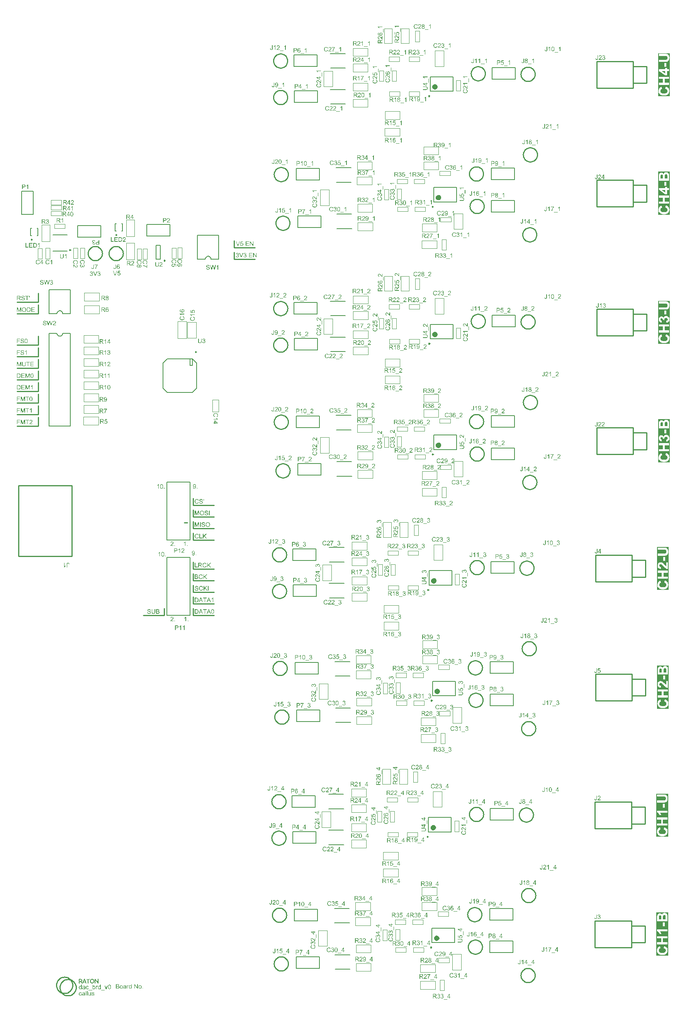
<source format=gto>
G04*
G04 #@! TF.GenerationSoftware,Altium Limited,Altium Designer,20.1.12 (249)*
G04*
G04 Layer_Color=65535*
%FSLAX25Y25*%
%MOIN*%
G70*
G04*
G04 #@! TF.SameCoordinates,17CD68B3-A26F-4FE0-94F3-A569FC1E460E*
G04*
G04*
G04 #@! TF.FilePolarity,Positive*
G04*
G01*
G75*
%ADD10C,0.00984*%
%ADD11C,0.00787*%
%ADD12C,0.01000*%
%ADD13C,0.02362*%
%ADD14C,0.00315*%
%ADD15C,0.00276*%
%ADD16C,0.00591*%
%ADD17C,0.00197*%
G36*
X769950Y887675D02*
X759796D01*
Y924770D01*
X769950D01*
Y887675D01*
D02*
G37*
G36*
Y785175D02*
X759808D01*
Y822640D01*
X769950D01*
Y785175D01*
D02*
G37*
G36*
X770000Y674000D02*
X759845D01*
Y711095D01*
X770000D01*
Y674000D01*
D02*
G37*
G36*
Y571500D02*
X759845D01*
Y608965D01*
X770000D01*
Y571500D01*
D02*
G37*
G36*
X769000Y461500D02*
X758846D01*
Y498595D01*
X769000D01*
Y461500D01*
D02*
G37*
G36*
Y359000D02*
X758858D01*
Y396465D01*
X769000D01*
Y359000D01*
D02*
G37*
G36*
X768500Y248500D02*
X758346D01*
Y285595D01*
X768500D01*
Y248500D01*
D02*
G37*
G36*
Y146000D02*
X758358D01*
Y183465D01*
X768500D01*
Y146000D01*
D02*
G37*
G36*
X291520Y733067D02*
X290987D01*
X289500Y736907D01*
X290055D01*
X291054Y734116D01*
Y734110D01*
X291059Y734099D01*
X291065Y734082D01*
X291076Y734060D01*
X291082Y734027D01*
X291093Y733993D01*
X291121Y733910D01*
X291154Y733816D01*
X291187Y733710D01*
X291254Y733488D01*
Y733494D01*
X291259Y733505D01*
X291265Y733522D01*
X291270Y733544D01*
X291287Y733605D01*
X291315Y733688D01*
X291343Y733782D01*
X291376Y733888D01*
X291415Y733999D01*
X291459Y734116D01*
X292503Y736907D01*
X293019D01*
X291520Y733067D01*
D02*
G37*
G36*
X295649Y736408D02*
X294112D01*
X293907Y735370D01*
X293912Y735375D01*
X293923Y735381D01*
X293940Y735392D01*
X293968Y735409D01*
X294001Y735425D01*
X294040Y735448D01*
X294129Y735492D01*
X294240Y735536D01*
X294362Y735575D01*
X294495Y735603D01*
X294562Y735614D01*
X294684D01*
X294717Y735608D01*
X294761Y735603D01*
X294811Y735597D01*
X294867Y735586D01*
X294928Y735570D01*
X295061Y735531D01*
X295133Y735503D01*
X295205Y735464D01*
X295278Y735425D01*
X295350Y735381D01*
X295416Y735325D01*
X295483Y735264D01*
X295489Y735259D01*
X295499Y735248D01*
X295516Y735231D01*
X295538Y735203D01*
X295566Y735164D01*
X295594Y735126D01*
X295627Y735076D01*
X295660Y735020D01*
X295688Y734959D01*
X295722Y734893D01*
X295749Y734815D01*
X295777Y734737D01*
X295799Y734654D01*
X295816Y734560D01*
X295827Y734465D01*
X295832Y734365D01*
Y734360D01*
Y734343D01*
Y734315D01*
X295827Y734276D01*
X295821Y734232D01*
X295816Y734182D01*
X295805Y734121D01*
X295794Y734060D01*
X295760Y733916D01*
X295705Y733766D01*
X295672Y733688D01*
X295627Y733616D01*
X295583Y733538D01*
X295527Y733466D01*
X295522Y733461D01*
X295511Y733444D01*
X295489Y733422D01*
X295461Y733394D01*
X295422Y733361D01*
X295377Y733316D01*
X295322Y733278D01*
X295261Y733233D01*
X295194Y733189D01*
X295117Y733150D01*
X295033Y733111D01*
X294945Y733072D01*
X294850Y733044D01*
X294745Y733022D01*
X294634Y733006D01*
X294517Y733000D01*
X294467D01*
X294428Y733006D01*
X294384Y733011D01*
X294334Y733017D01*
X294273Y733022D01*
X294212Y733039D01*
X294073Y733072D01*
X293934Y733122D01*
X293862Y733155D01*
X293790Y733194D01*
X293724Y733239D01*
X293657Y733289D01*
X293651Y733294D01*
X293640Y733300D01*
X293629Y733322D01*
X293607Y733344D01*
X293579Y733372D01*
X293551Y733405D01*
X293518Y733450D01*
X293491Y733499D01*
X293457Y733549D01*
X293424Y733610D01*
X293363Y733744D01*
X293313Y733899D01*
X293296Y733982D01*
X293285Y734071D01*
X293779Y734110D01*
Y734104D01*
Y734093D01*
X293785Y734077D01*
X293790Y734049D01*
X293807Y733988D01*
X293829Y733905D01*
X293862Y733821D01*
X293907Y733727D01*
X293962Y733644D01*
X294029Y733566D01*
X294040Y733561D01*
X294062Y733538D01*
X294107Y733511D01*
X294167Y733477D01*
X294234Y733444D01*
X294317Y733416D01*
X294412Y733394D01*
X294517Y733389D01*
X294550D01*
X294573Y733394D01*
X294639Y733400D01*
X294717Y733422D01*
X294811Y733450D01*
X294906Y733494D01*
X295006Y733561D01*
X295050Y733599D01*
X295094Y733644D01*
X295100Y733649D01*
X295106Y733655D01*
X295117Y733672D01*
X295133Y733688D01*
X295172Y733749D01*
X295216Y733827D01*
X295255Y733921D01*
X295294Y734038D01*
X295322Y734177D01*
X295333Y734249D01*
Y734327D01*
Y734332D01*
Y734343D01*
Y734365D01*
X295327Y734393D01*
Y734426D01*
X295322Y734465D01*
X295305Y734554D01*
X295278Y734659D01*
X295239Y734765D01*
X295183Y734865D01*
X295106Y734959D01*
Y734965D01*
X295094Y734970D01*
X295067Y734998D01*
X295017Y735037D01*
X294950Y735081D01*
X294861Y735120D01*
X294761Y735159D01*
X294645Y735187D01*
X294578Y735198D01*
X294473D01*
X294428Y735192D01*
X294373Y735187D01*
X294306Y735170D01*
X294240Y735153D01*
X294167Y735126D01*
X294095Y735092D01*
X294090Y735087D01*
X294068Y735076D01*
X294034Y735048D01*
X293990Y735020D01*
X293946Y734981D01*
X293901Y734931D01*
X293851Y734881D01*
X293812Y734820D01*
X293368Y734881D01*
X293740Y736857D01*
X295649D01*
Y736408D01*
D02*
G37*
G36*
X277381Y736418D02*
X277453Y736407D01*
X277542Y736390D01*
X277642Y736363D01*
X277742Y736330D01*
X277842Y736285D01*
X277847D01*
X277853Y736280D01*
X277886Y736263D01*
X277936Y736230D01*
X277992Y736191D01*
X278058Y736135D01*
X278125Y736074D01*
X278191Y736002D01*
X278247Y735919D01*
X278252Y735908D01*
X278269Y735880D01*
X278291Y735830D01*
X278319Y735769D01*
X278347Y735697D01*
X278369Y735614D01*
X278386Y735519D01*
X278391Y735425D01*
Y735414D01*
Y735381D01*
X278386Y735336D01*
X278374Y735275D01*
X278358Y735203D01*
X278330Y735125D01*
X278297Y735047D01*
X278252Y734970D01*
X278247Y734959D01*
X278230Y734936D01*
X278197Y734898D01*
X278152Y734853D01*
X278097Y734803D01*
X278030Y734748D01*
X277953Y734698D01*
X277858Y734648D01*
X277864D01*
X277875Y734642D01*
X277892Y734637D01*
X277914Y734631D01*
X277975Y734609D01*
X278053Y734576D01*
X278141Y734531D01*
X278230Y734476D01*
X278313Y734404D01*
X278391Y734320D01*
X278397Y734309D01*
X278419Y734276D01*
X278452Y734221D01*
X278485Y734148D01*
X278519Y734060D01*
X278552Y733954D01*
X278574Y733832D01*
X278580Y733699D01*
Y733693D01*
Y733677D01*
Y733649D01*
X278574Y733615D01*
X278569Y733571D01*
X278558Y733521D01*
X278547Y733466D01*
X278535Y733405D01*
X278491Y733272D01*
X278458Y733199D01*
X278424Y733133D01*
X278380Y733061D01*
X278330Y732988D01*
X278274Y732916D01*
X278208Y732850D01*
X278202Y732844D01*
X278191Y732833D01*
X278169Y732816D01*
X278141Y732794D01*
X278108Y732766D01*
X278064Y732739D01*
X278014Y732705D01*
X277953Y732678D01*
X277892Y732644D01*
X277819Y732611D01*
X277747Y732583D01*
X277664Y732555D01*
X277575Y732533D01*
X277481Y732517D01*
X277386Y732506D01*
X277281Y732500D01*
X277231D01*
X277198Y732506D01*
X277153Y732511D01*
X277103Y732517D01*
X277048Y732528D01*
X276987Y732539D01*
X276854Y732572D01*
X276715Y732628D01*
X276643Y732661D01*
X276576Y732700D01*
X276510Y732750D01*
X276443Y732800D01*
X276437Y732805D01*
X276426Y732816D01*
X276410Y732833D01*
X276393Y732855D01*
X276365Y732883D01*
X276338Y732922D01*
X276304Y732961D01*
X276271Y733011D01*
X276238Y733066D01*
X276204Y733122D01*
X276143Y733255D01*
X276093Y733410D01*
X276077Y733494D01*
X276066Y733582D01*
X276537Y733643D01*
Y733638D01*
X276543Y733627D01*
X276549Y733604D01*
X276554Y733577D01*
X276560Y733543D01*
X276571Y733505D01*
X276599Y733421D01*
X276637Y733321D01*
X276687Y733227D01*
X276743Y733138D01*
X276809Y733061D01*
X276820Y733055D01*
X276843Y733033D01*
X276887Y733005D01*
X276942Y732977D01*
X277009Y732944D01*
X277092Y732916D01*
X277187Y732894D01*
X277287Y732889D01*
X277320D01*
X277342Y732894D01*
X277403Y732900D01*
X277481Y732916D01*
X277570Y732944D01*
X277664Y732983D01*
X277758Y733038D01*
X277847Y733116D01*
X277858Y733127D01*
X277886Y733160D01*
X277919Y733210D01*
X277964Y733277D01*
X278008Y733360D01*
X278041Y733455D01*
X278069Y733566D01*
X278080Y733688D01*
Y733693D01*
Y733704D01*
Y733721D01*
X278075Y733743D01*
X278069Y733804D01*
X278053Y733876D01*
X278030Y733965D01*
X277992Y734054D01*
X277936Y734143D01*
X277864Y734226D01*
X277853Y734237D01*
X277825Y734259D01*
X277781Y734293D01*
X277719Y734332D01*
X277642Y734370D01*
X277548Y734404D01*
X277442Y734426D01*
X277326Y734437D01*
X277276D01*
X277237Y734431D01*
X277187Y734426D01*
X277131Y734415D01*
X277065Y734404D01*
X276993Y734387D01*
X277048Y734803D01*
X277076D01*
X277098Y734798D01*
X277170D01*
X277231Y734809D01*
X277303Y734820D01*
X277386Y734836D01*
X277481Y734864D01*
X277570Y734903D01*
X277664Y734953D01*
X277670D01*
X277675Y734959D01*
X277703Y734981D01*
X277742Y735020D01*
X277786Y735070D01*
X277831Y735142D01*
X277869Y735225D01*
X277897Y735319D01*
X277908Y735375D01*
Y735436D01*
Y735441D01*
Y735447D01*
Y735480D01*
X277897Y735525D01*
X277886Y735586D01*
X277864Y735652D01*
X277836Y735724D01*
X277792Y735797D01*
X277731Y735863D01*
X277725Y735869D01*
X277697Y735891D01*
X277659Y735919D01*
X277609Y735952D01*
X277542Y735980D01*
X277464Y736008D01*
X277376Y736030D01*
X277276Y736035D01*
X277231D01*
X277181Y736024D01*
X277115Y736013D01*
X277043Y735991D01*
X276970Y735963D01*
X276893Y735919D01*
X276820Y735863D01*
X276815Y735858D01*
X276793Y735830D01*
X276759Y735791D01*
X276721Y735736D01*
X276682Y735664D01*
X276643Y735575D01*
X276609Y735469D01*
X276587Y735347D01*
X276116Y735430D01*
Y735436D01*
X276121Y735453D01*
X276127Y735475D01*
X276132Y735508D01*
X276143Y735547D01*
X276160Y735591D01*
X276193Y735697D01*
X276249Y735819D01*
X276315Y735941D01*
X276399Y736058D01*
X276504Y736163D01*
X276510Y736168D01*
X276521Y736174D01*
X276537Y736185D01*
X276560Y736202D01*
X276587Y736224D01*
X276626Y736246D01*
X276665Y736269D01*
X276715Y736296D01*
X276826Y736341D01*
X276954Y736385D01*
X277103Y736413D01*
X277181Y736424D01*
X277320D01*
X277381Y736418D01*
D02*
G37*
G36*
X270815D02*
X270887Y736407D01*
X270976Y736390D01*
X271076Y736363D01*
X271176Y736330D01*
X271276Y736285D01*
X271282D01*
X271287Y736280D01*
X271320Y736263D01*
X271370Y736230D01*
X271426Y736191D01*
X271493Y736135D01*
X271559Y736074D01*
X271626Y736002D01*
X271681Y735919D01*
X271687Y735908D01*
X271703Y735880D01*
X271726Y735830D01*
X271753Y735769D01*
X271781Y735697D01*
X271803Y735614D01*
X271820Y735519D01*
X271826Y735425D01*
Y735414D01*
Y735381D01*
X271820Y735336D01*
X271809Y735275D01*
X271792Y735203D01*
X271764Y735125D01*
X271731Y735047D01*
X271687Y734970D01*
X271681Y734959D01*
X271665Y734936D01*
X271631Y734898D01*
X271587Y734853D01*
X271531Y734803D01*
X271465Y734748D01*
X271387Y734698D01*
X271293Y734648D01*
X271298D01*
X271309Y734642D01*
X271326Y734637D01*
X271348Y734631D01*
X271409Y734609D01*
X271487Y734576D01*
X271576Y734531D01*
X271665Y734476D01*
X271748Y734404D01*
X271826Y734320D01*
X271831Y734309D01*
X271853Y734276D01*
X271886Y734221D01*
X271920Y734148D01*
X271953Y734060D01*
X271986Y733954D01*
X272009Y733832D01*
X272014Y733699D01*
Y733693D01*
Y733677D01*
Y733649D01*
X272009Y733615D01*
X272003Y733571D01*
X271992Y733521D01*
X271981Y733466D01*
X271970Y733405D01*
X271925Y733272D01*
X271892Y733199D01*
X271859Y733133D01*
X271814Y733061D01*
X271764Y732988D01*
X271709Y732916D01*
X271642Y732850D01*
X271637Y732844D01*
X271626Y732833D01*
X271603Y732816D01*
X271576Y732794D01*
X271542Y732766D01*
X271498Y732739D01*
X271448Y732705D01*
X271387Y732678D01*
X271326Y732644D01*
X271254Y732611D01*
X271182Y732583D01*
X271098Y732555D01*
X271010Y732533D01*
X270915Y732517D01*
X270821Y732506D01*
X270715Y732500D01*
X270666D01*
X270632Y732506D01*
X270588Y732511D01*
X270538Y732517D01*
X270482Y732528D01*
X270421Y732539D01*
X270288Y732572D01*
X270149Y732628D01*
X270077Y732661D01*
X270011Y732700D01*
X269944Y732750D01*
X269877Y732800D01*
X269872Y732805D01*
X269861Y732816D01*
X269844Y732833D01*
X269827Y732855D01*
X269800Y732883D01*
X269772Y732922D01*
X269739Y732961D01*
X269705Y733011D01*
X269672Y733066D01*
X269639Y733122D01*
X269578Y733255D01*
X269528Y733410D01*
X269511Y733494D01*
X269500Y733582D01*
X269972Y733643D01*
Y733638D01*
X269977Y733627D01*
X269983Y733604D01*
X269988Y733577D01*
X269994Y733543D01*
X270005Y733505D01*
X270033Y733421D01*
X270072Y733321D01*
X270122Y733227D01*
X270177Y733138D01*
X270244Y733061D01*
X270255Y733055D01*
X270277Y733033D01*
X270321Y733005D01*
X270377Y732977D01*
X270444Y732944D01*
X270527Y732916D01*
X270621Y732894D01*
X270721Y732889D01*
X270754D01*
X270777Y732894D01*
X270838Y732900D01*
X270915Y732916D01*
X271004Y732944D01*
X271098Y732983D01*
X271193Y733038D01*
X271282Y733116D01*
X271293Y733127D01*
X271320Y733160D01*
X271354Y733210D01*
X271398Y733277D01*
X271443Y733360D01*
X271476Y733455D01*
X271503Y733566D01*
X271515Y733688D01*
Y733693D01*
Y733704D01*
Y733721D01*
X271509Y733743D01*
X271503Y733804D01*
X271487Y733876D01*
X271465Y733965D01*
X271426Y734054D01*
X271370Y734143D01*
X271298Y734226D01*
X271287Y734237D01*
X271259Y734259D01*
X271215Y734293D01*
X271154Y734332D01*
X271076Y734370D01*
X270982Y734404D01*
X270876Y734426D01*
X270760Y734437D01*
X270710D01*
X270671Y734431D01*
X270621Y734426D01*
X270566Y734415D01*
X270499Y734404D01*
X270427Y734387D01*
X270482Y734803D01*
X270510D01*
X270532Y734798D01*
X270604D01*
X270666Y734809D01*
X270738Y734820D01*
X270821Y734836D01*
X270915Y734864D01*
X271004Y734903D01*
X271098Y734953D01*
X271104D01*
X271110Y734959D01*
X271137Y734981D01*
X271176Y735020D01*
X271220Y735070D01*
X271265Y735142D01*
X271304Y735225D01*
X271332Y735319D01*
X271343Y735375D01*
Y735436D01*
Y735441D01*
Y735447D01*
Y735480D01*
X271332Y735525D01*
X271320Y735586D01*
X271298Y735652D01*
X271270Y735724D01*
X271226Y735797D01*
X271165Y735863D01*
X271160Y735869D01*
X271132Y735891D01*
X271093Y735919D01*
X271043Y735952D01*
X270976Y735980D01*
X270899Y736008D01*
X270810Y736030D01*
X270710Y736035D01*
X270666D01*
X270616Y736024D01*
X270549Y736013D01*
X270477Y735991D01*
X270405Y735963D01*
X270327Y735919D01*
X270255Y735863D01*
X270249Y735858D01*
X270227Y735830D01*
X270194Y735791D01*
X270155Y735736D01*
X270116Y735664D01*
X270077Y735575D01*
X270044Y735469D01*
X270022Y735347D01*
X269550Y735430D01*
Y735436D01*
X269555Y735453D01*
X269561Y735475D01*
X269567Y735508D01*
X269578Y735547D01*
X269594Y735591D01*
X269628Y735697D01*
X269683Y735819D01*
X269750Y735941D01*
X269833Y736058D01*
X269938Y736163D01*
X269944Y736168D01*
X269955Y736174D01*
X269972Y736185D01*
X269994Y736202D01*
X270022Y736224D01*
X270061Y736246D01*
X270099Y736269D01*
X270149Y736296D01*
X270260Y736341D01*
X270388Y736385D01*
X270538Y736413D01*
X270616Y736424D01*
X270754D01*
X270815Y736418D01*
D02*
G37*
G36*
X274295Y732567D02*
X273762D01*
X272275Y736407D01*
X272830D01*
X273829Y733615D01*
Y733610D01*
X273834Y733599D01*
X273840Y733582D01*
X273851Y733560D01*
X273857Y733527D01*
X273868Y733494D01*
X273896Y733410D01*
X273929Y733316D01*
X273962Y733210D01*
X274029Y732988D01*
Y732994D01*
X274034Y733005D01*
X274040Y733022D01*
X274045Y733044D01*
X274062Y733105D01*
X274090Y733188D01*
X274118Y733283D01*
X274151Y733388D01*
X274190Y733499D01*
X274234Y733615D01*
X275278Y736407D01*
X275794D01*
X274295Y732567D01*
D02*
G37*
G36*
X410557Y758567D02*
X410030D01*
X408021Y761580D01*
Y758567D01*
X407532D01*
Y762407D01*
X408054D01*
X410069Y759388D01*
Y762407D01*
X410557D01*
Y758567D01*
D02*
G37*
G36*
X397520D02*
X396987D01*
X395500Y762407D01*
X396055D01*
X397054Y759616D01*
Y759610D01*
X397059Y759599D01*
X397065Y759582D01*
X397076Y759560D01*
X397082Y759527D01*
X397093Y759493D01*
X397121Y759410D01*
X397154Y759316D01*
X397187Y759210D01*
X397254Y758988D01*
Y758994D01*
X397259Y759005D01*
X397265Y759022D01*
X397270Y759044D01*
X397287Y759105D01*
X397315Y759188D01*
X397343Y759282D01*
X397376Y759388D01*
X397415Y759499D01*
X397459Y759616D01*
X398503Y762407D01*
X399019D01*
X397520Y758567D01*
D02*
G37*
G36*
X401649Y761908D02*
X400112D01*
X399907Y760870D01*
X399912Y760875D01*
X399923Y760881D01*
X399940Y760892D01*
X399968Y760909D01*
X400001Y760925D01*
X400040Y760948D01*
X400129Y760992D01*
X400240Y761036D01*
X400362Y761075D01*
X400495Y761103D01*
X400562Y761114D01*
X400684D01*
X400717Y761108D01*
X400761Y761103D01*
X400811Y761097D01*
X400867Y761086D01*
X400928Y761070D01*
X401061Y761031D01*
X401133Y761003D01*
X401205Y760964D01*
X401278Y760925D01*
X401350Y760881D01*
X401416Y760825D01*
X401483Y760764D01*
X401488Y760759D01*
X401500Y760748D01*
X401516Y760731D01*
X401538Y760703D01*
X401566Y760665D01*
X401594Y760626D01*
X401627Y760576D01*
X401660Y760520D01*
X401688Y760459D01*
X401721Y760393D01*
X401749Y760315D01*
X401777Y760237D01*
X401799Y760154D01*
X401816Y760060D01*
X401827Y759965D01*
X401832Y759865D01*
Y759860D01*
Y759843D01*
Y759815D01*
X401827Y759776D01*
X401822Y759732D01*
X401816Y759682D01*
X401805Y759621D01*
X401794Y759560D01*
X401760Y759416D01*
X401705Y759266D01*
X401672Y759188D01*
X401627Y759116D01*
X401583Y759038D01*
X401527Y758966D01*
X401522Y758961D01*
X401511Y758944D01*
X401488Y758922D01*
X401461Y758894D01*
X401422Y758861D01*
X401377Y758816D01*
X401322Y758778D01*
X401261Y758733D01*
X401194Y758689D01*
X401117Y758650D01*
X401033Y758611D01*
X400945Y758572D01*
X400850Y758544D01*
X400745Y758522D01*
X400634Y758506D01*
X400517Y758500D01*
X400467D01*
X400428Y758506D01*
X400384Y758511D01*
X400334Y758517D01*
X400273Y758522D01*
X400212Y758539D01*
X400073Y758572D01*
X399935Y758622D01*
X399862Y758655D01*
X399790Y758694D01*
X399724Y758739D01*
X399657Y758789D01*
X399651Y758794D01*
X399640Y758800D01*
X399629Y758822D01*
X399607Y758844D01*
X399579Y758872D01*
X399552Y758905D01*
X399518Y758950D01*
X399490Y758999D01*
X399457Y759049D01*
X399424Y759110D01*
X399363Y759244D01*
X399313Y759399D01*
X399296Y759482D01*
X399285Y759571D01*
X399779Y759610D01*
Y759604D01*
Y759593D01*
X399785Y759577D01*
X399790Y759549D01*
X399807Y759488D01*
X399829Y759405D01*
X399862Y759321D01*
X399907Y759227D01*
X399962Y759144D01*
X400029Y759066D01*
X400040Y759060D01*
X400062Y759038D01*
X400106Y759011D01*
X400168Y758977D01*
X400234Y758944D01*
X400317Y758916D01*
X400412Y758894D01*
X400517Y758888D01*
X400551D01*
X400573Y758894D01*
X400639Y758900D01*
X400717Y758922D01*
X400811Y758950D01*
X400906Y758994D01*
X401006Y759060D01*
X401050Y759099D01*
X401094Y759144D01*
X401100Y759149D01*
X401105Y759155D01*
X401117Y759172D01*
X401133Y759188D01*
X401172Y759249D01*
X401217Y759327D01*
X401255Y759421D01*
X401294Y759538D01*
X401322Y759677D01*
X401333Y759749D01*
Y759827D01*
Y759832D01*
Y759843D01*
Y759865D01*
X401328Y759893D01*
Y759926D01*
X401322Y759965D01*
X401305Y760054D01*
X401278Y760159D01*
X401239Y760265D01*
X401183Y760365D01*
X401105Y760459D01*
Y760465D01*
X401094Y760470D01*
X401067Y760498D01*
X401017Y760537D01*
X400950Y760581D01*
X400861Y760620D01*
X400761Y760659D01*
X400645Y760687D01*
X400578Y760698D01*
X400473D01*
X400428Y760692D01*
X400373Y760687D01*
X400306Y760670D01*
X400240Y760653D01*
X400168Y760626D01*
X400095Y760592D01*
X400090Y760587D01*
X400068Y760576D01*
X400034Y760548D01*
X399990Y760520D01*
X399946Y760481D01*
X399901Y760431D01*
X399851Y760382D01*
X399812Y760320D01*
X399368Y760382D01*
X399740Y762357D01*
X401649D01*
Y761908D01*
D02*
G37*
G36*
X406744Y761952D02*
X404474D01*
Y760781D01*
X406600D01*
Y760326D01*
X404474D01*
Y759022D01*
X406833D01*
Y758567D01*
X403964D01*
Y762407D01*
X406744D01*
Y761952D01*
D02*
G37*
G36*
X403381Y752418D02*
X403453Y752407D01*
X403542Y752390D01*
X403642Y752363D01*
X403742Y752329D01*
X403842Y752285D01*
X403847D01*
X403853Y752280D01*
X403886Y752263D01*
X403936Y752230D01*
X403992Y752191D01*
X404058Y752135D01*
X404125Y752074D01*
X404191Y752002D01*
X404247Y751919D01*
X404252Y751908D01*
X404269Y751880D01*
X404291Y751830D01*
X404319Y751769D01*
X404347Y751697D01*
X404369Y751614D01*
X404386Y751519D01*
X404391Y751425D01*
Y751414D01*
Y751380D01*
X404386Y751336D01*
X404374Y751275D01*
X404358Y751203D01*
X404330Y751125D01*
X404297Y751048D01*
X404252Y750970D01*
X404247Y750959D01*
X404230Y750936D01*
X404197Y750898D01*
X404152Y750853D01*
X404097Y750803D01*
X404030Y750748D01*
X403953Y750698D01*
X403858Y750648D01*
X403864D01*
X403875Y750642D01*
X403892Y750637D01*
X403914Y750631D01*
X403975Y750609D01*
X404053Y750576D01*
X404141Y750531D01*
X404230Y750476D01*
X404313Y750404D01*
X404391Y750320D01*
X404397Y750309D01*
X404419Y750276D01*
X404452Y750220D01*
X404485Y750148D01*
X404519Y750060D01*
X404552Y749954D01*
X404574Y749832D01*
X404580Y749699D01*
Y749693D01*
Y749677D01*
Y749649D01*
X404574Y749615D01*
X404569Y749571D01*
X404558Y749521D01*
X404546Y749466D01*
X404535Y749405D01*
X404491Y749271D01*
X404458Y749199D01*
X404424Y749133D01*
X404380Y749060D01*
X404330Y748988D01*
X404275Y748916D01*
X404208Y748850D01*
X404202Y748844D01*
X404191Y748833D01*
X404169Y748816D01*
X404141Y748794D01*
X404108Y748766D01*
X404064Y748739D01*
X404014Y748705D01*
X403953Y748678D01*
X403892Y748644D01*
X403820Y748611D01*
X403747Y748583D01*
X403664Y748556D01*
X403575Y748533D01*
X403481Y748517D01*
X403386Y748506D01*
X403281Y748500D01*
X403231D01*
X403198Y748506D01*
X403154Y748511D01*
X403103Y748517D01*
X403048Y748528D01*
X402987Y748539D01*
X402854Y748572D01*
X402715Y748628D01*
X402643Y748661D01*
X402576Y748700D01*
X402510Y748750D01*
X402443Y748800D01*
X402437Y748805D01*
X402426Y748816D01*
X402410Y748833D01*
X402393Y748855D01*
X402365Y748883D01*
X402338Y748922D01*
X402304Y748961D01*
X402271Y749011D01*
X402238Y749066D01*
X402204Y749122D01*
X402143Y749255D01*
X402093Y749410D01*
X402077Y749494D01*
X402066Y749582D01*
X402537Y749643D01*
Y749638D01*
X402543Y749627D01*
X402549Y749604D01*
X402554Y749577D01*
X402560Y749543D01*
X402571Y749505D01*
X402598Y749421D01*
X402637Y749321D01*
X402687Y749227D01*
X402743Y749138D01*
X402809Y749060D01*
X402820Y749055D01*
X402843Y749033D01*
X402887Y749005D01*
X402943Y748977D01*
X403009Y748944D01*
X403092Y748916D01*
X403187Y748894D01*
X403287Y748888D01*
X403320D01*
X403342Y748894D01*
X403403Y748900D01*
X403481Y748916D01*
X403570Y748944D01*
X403664Y748983D01*
X403758Y749038D01*
X403847Y749116D01*
X403858Y749127D01*
X403886Y749160D01*
X403919Y749210D01*
X403964Y749277D01*
X404008Y749360D01*
X404041Y749455D01*
X404069Y749566D01*
X404080Y749688D01*
Y749693D01*
Y749704D01*
Y749721D01*
X404075Y749743D01*
X404069Y749804D01*
X404053Y749876D01*
X404030Y749965D01*
X403992Y750054D01*
X403936Y750143D01*
X403864Y750226D01*
X403853Y750237D01*
X403825Y750259D01*
X403781Y750293D01*
X403720Y750331D01*
X403642Y750370D01*
X403547Y750404D01*
X403442Y750426D01*
X403326Y750437D01*
X403276D01*
X403237Y750431D01*
X403187Y750426D01*
X403131Y750415D01*
X403065Y750404D01*
X402992Y750387D01*
X403048Y750803D01*
X403076D01*
X403098Y750798D01*
X403170D01*
X403231Y750809D01*
X403303Y750820D01*
X403386Y750837D01*
X403481Y750864D01*
X403570Y750903D01*
X403664Y750953D01*
X403670D01*
X403675Y750959D01*
X403703Y750981D01*
X403742Y751020D01*
X403786Y751070D01*
X403830Y751142D01*
X403869Y751225D01*
X403897Y751319D01*
X403908Y751375D01*
Y751436D01*
Y751441D01*
Y751447D01*
Y751480D01*
X403897Y751525D01*
X403886Y751586D01*
X403864Y751652D01*
X403836Y751724D01*
X403792Y751797D01*
X403731Y751863D01*
X403725Y751869D01*
X403697Y751891D01*
X403658Y751919D01*
X403609Y751952D01*
X403542Y751980D01*
X403464Y752008D01*
X403375Y752030D01*
X403276Y752035D01*
X403231D01*
X403181Y752024D01*
X403115Y752013D01*
X403043Y751991D01*
X402970Y751963D01*
X402893Y751919D01*
X402820Y751863D01*
X402815Y751858D01*
X402793Y751830D01*
X402759Y751791D01*
X402721Y751736D01*
X402682Y751663D01*
X402643Y751575D01*
X402609Y751469D01*
X402587Y751347D01*
X402116Y751430D01*
Y751436D01*
X402121Y751453D01*
X402127Y751475D01*
X402132Y751508D01*
X402143Y751547D01*
X402160Y751591D01*
X402193Y751697D01*
X402249Y751819D01*
X402315Y751941D01*
X402399Y752058D01*
X402504Y752163D01*
X402510Y752169D01*
X402521Y752174D01*
X402537Y752185D01*
X402560Y752202D01*
X402587Y752224D01*
X402626Y752246D01*
X402665Y752269D01*
X402715Y752296D01*
X402826Y752341D01*
X402954Y752385D01*
X403103Y752413D01*
X403181Y752424D01*
X403320D01*
X403381Y752418D01*
D02*
G37*
G36*
X396815D02*
X396887Y752407D01*
X396976Y752390D01*
X397076Y752363D01*
X397176Y752329D01*
X397276Y752285D01*
X397282D01*
X397287Y752280D01*
X397320Y752263D01*
X397370Y752230D01*
X397426Y752191D01*
X397493Y752135D01*
X397559Y752074D01*
X397626Y752002D01*
X397681Y751919D01*
X397687Y751908D01*
X397703Y751880D01*
X397726Y751830D01*
X397753Y751769D01*
X397781Y751697D01*
X397803Y751614D01*
X397820Y751519D01*
X397826Y751425D01*
Y751414D01*
Y751380D01*
X397820Y751336D01*
X397809Y751275D01*
X397792Y751203D01*
X397764Y751125D01*
X397731Y751048D01*
X397687Y750970D01*
X397681Y750959D01*
X397664Y750936D01*
X397631Y750898D01*
X397587Y750853D01*
X397531Y750803D01*
X397465Y750748D01*
X397387Y750698D01*
X397293Y750648D01*
X397298D01*
X397309Y750642D01*
X397326Y750637D01*
X397348Y750631D01*
X397409Y750609D01*
X397487Y750576D01*
X397576Y750531D01*
X397664Y750476D01*
X397748Y750404D01*
X397826Y750320D01*
X397831Y750309D01*
X397853Y750276D01*
X397886Y750220D01*
X397920Y750148D01*
X397953Y750060D01*
X397986Y749954D01*
X398009Y749832D01*
X398014Y749699D01*
Y749693D01*
Y749677D01*
Y749649D01*
X398009Y749615D01*
X398003Y749571D01*
X397992Y749521D01*
X397981Y749466D01*
X397970Y749405D01*
X397925Y749271D01*
X397892Y749199D01*
X397859Y749133D01*
X397814Y749060D01*
X397764Y748988D01*
X397709Y748916D01*
X397642Y748850D01*
X397637Y748844D01*
X397626Y748833D01*
X397604Y748816D01*
X397576Y748794D01*
X397542Y748766D01*
X397498Y748739D01*
X397448Y748705D01*
X397387Y748678D01*
X397326Y748644D01*
X397254Y748611D01*
X397182Y748583D01*
X397098Y748556D01*
X397010Y748533D01*
X396915Y748517D01*
X396821Y748506D01*
X396715Y748500D01*
X396666D01*
X396632Y748506D01*
X396588Y748511D01*
X396538Y748517D01*
X396482Y748528D01*
X396421Y748539D01*
X396288Y748572D01*
X396149Y748628D01*
X396077Y748661D01*
X396011Y748700D01*
X395944Y748750D01*
X395877Y748800D01*
X395872Y748805D01*
X395861Y748816D01*
X395844Y748833D01*
X395827Y748855D01*
X395800Y748883D01*
X395772Y748922D01*
X395739Y748961D01*
X395705Y749011D01*
X395672Y749066D01*
X395639Y749122D01*
X395578Y749255D01*
X395528Y749410D01*
X395511Y749494D01*
X395500Y749582D01*
X395972Y749643D01*
Y749638D01*
X395977Y749627D01*
X395983Y749604D01*
X395988Y749577D01*
X395994Y749543D01*
X396005Y749505D01*
X396033Y749421D01*
X396072Y749321D01*
X396122Y749227D01*
X396177Y749138D01*
X396244Y749060D01*
X396255Y749055D01*
X396277Y749033D01*
X396321Y749005D01*
X396377Y748977D01*
X396444Y748944D01*
X396527Y748916D01*
X396621Y748894D01*
X396721Y748888D01*
X396754D01*
X396777Y748894D01*
X396838Y748900D01*
X396915Y748916D01*
X397004Y748944D01*
X397098Y748983D01*
X397193Y749038D01*
X397282Y749116D01*
X397293Y749127D01*
X397320Y749160D01*
X397354Y749210D01*
X397398Y749277D01*
X397443Y749360D01*
X397476Y749455D01*
X397503Y749566D01*
X397515Y749688D01*
Y749693D01*
Y749704D01*
Y749721D01*
X397509Y749743D01*
X397503Y749804D01*
X397487Y749876D01*
X397465Y749965D01*
X397426Y750054D01*
X397370Y750143D01*
X397298Y750226D01*
X397287Y750237D01*
X397259Y750259D01*
X397215Y750293D01*
X397154Y750331D01*
X397076Y750370D01*
X396982Y750404D01*
X396876Y750426D01*
X396760Y750437D01*
X396710D01*
X396671Y750431D01*
X396621Y750426D01*
X396566Y750415D01*
X396499Y750404D01*
X396427Y750387D01*
X396482Y750803D01*
X396510D01*
X396532Y750798D01*
X396604D01*
X396666Y750809D01*
X396738Y750820D01*
X396821Y750837D01*
X396915Y750864D01*
X397004Y750903D01*
X397098Y750953D01*
X397104D01*
X397110Y750959D01*
X397137Y750981D01*
X397176Y751020D01*
X397220Y751070D01*
X397265Y751142D01*
X397304Y751225D01*
X397332Y751319D01*
X397343Y751375D01*
Y751436D01*
Y751441D01*
Y751447D01*
Y751480D01*
X397332Y751525D01*
X397320Y751586D01*
X397298Y751652D01*
X397270Y751724D01*
X397226Y751797D01*
X397165Y751863D01*
X397160Y751869D01*
X397132Y751891D01*
X397093Y751919D01*
X397043Y751952D01*
X396976Y751980D01*
X396899Y752008D01*
X396810Y752030D01*
X396710Y752035D01*
X396666D01*
X396616Y752024D01*
X396549Y752013D01*
X396477Y751991D01*
X396405Y751963D01*
X396327Y751919D01*
X396255Y751863D01*
X396249Y751858D01*
X396227Y751830D01*
X396194Y751791D01*
X396155Y751736D01*
X396116Y751663D01*
X396077Y751575D01*
X396044Y751469D01*
X396022Y751347D01*
X395550Y751430D01*
Y751436D01*
X395555Y751453D01*
X395561Y751475D01*
X395567Y751508D01*
X395578Y751547D01*
X395594Y751591D01*
X395628Y751697D01*
X395683Y751819D01*
X395750Y751941D01*
X395833Y752058D01*
X395938Y752163D01*
X395944Y752169D01*
X395955Y752174D01*
X395972Y752185D01*
X395994Y752202D01*
X396022Y752224D01*
X396061Y752246D01*
X396099Y752269D01*
X396149Y752296D01*
X396260Y752341D01*
X396388Y752385D01*
X396538Y752413D01*
X396616Y752424D01*
X396754D01*
X396815Y752418D01*
D02*
G37*
G36*
X413332Y748567D02*
X412805D01*
X410796Y751580D01*
Y748567D01*
X410307D01*
Y752407D01*
X410829D01*
X412844Y749388D01*
Y752407D01*
X413332D01*
Y748567D01*
D02*
G37*
G36*
X400295D02*
X399762D01*
X398275Y752407D01*
X398830D01*
X399829Y749615D01*
Y749610D01*
X399834Y749599D01*
X399840Y749582D01*
X399851Y749560D01*
X399857Y749527D01*
X399868Y749494D01*
X399896Y749410D01*
X399929Y749316D01*
X399962Y749210D01*
X400029Y748988D01*
Y748994D01*
X400034Y749005D01*
X400040Y749022D01*
X400045Y749044D01*
X400062Y749105D01*
X400090Y749188D01*
X400118Y749283D01*
X400151Y749388D01*
X400190Y749499D01*
X400234Y749615D01*
X401278Y752407D01*
X401794D01*
X400295Y748567D01*
D02*
G37*
G36*
X409519Y751952D02*
X407249D01*
Y750781D01*
X409375D01*
Y750326D01*
X407249D01*
Y749022D01*
X409608D01*
Y748567D01*
X406739D01*
Y752407D01*
X409519D01*
Y751952D01*
D02*
G37*
G36*
X320604Y444968D02*
X320643D01*
X320748Y444957D01*
X320865Y444941D01*
X320987Y444913D01*
X321120Y444879D01*
X321242Y444835D01*
X321248D01*
X321259Y444830D01*
X321275Y444818D01*
X321298Y444807D01*
X321353Y444780D01*
X321425Y444730D01*
X321509Y444674D01*
X321592Y444602D01*
X321670Y444519D01*
X321742Y444424D01*
Y444419D01*
X321747Y444413D01*
X321758Y444397D01*
X321769Y444380D01*
X321797Y444324D01*
X321831Y444252D01*
X321869Y444164D01*
X321897Y444058D01*
X321925Y443947D01*
X321936Y443825D01*
X321448Y443786D01*
Y443792D01*
Y443803D01*
X321442Y443819D01*
X321437Y443847D01*
X321420Y443908D01*
X321398Y443991D01*
X321364Y444080D01*
X321314Y444169D01*
X321253Y444252D01*
X321176Y444330D01*
X321164Y444336D01*
X321137Y444358D01*
X321081Y444391D01*
X321009Y444424D01*
X320915Y444458D01*
X320804Y444491D01*
X320665Y444513D01*
X320510Y444519D01*
X320432D01*
X320399Y444513D01*
X320354Y444508D01*
X320254Y444496D01*
X320143Y444474D01*
X320032Y444447D01*
X319927Y444402D01*
X319882Y444374D01*
X319838Y444347D01*
X319827Y444341D01*
X319805Y444319D01*
X319772Y444280D01*
X319738Y444236D01*
X319699Y444175D01*
X319666Y444108D01*
X319644Y444030D01*
X319633Y443941D01*
Y443930D01*
Y443908D01*
X319638Y443869D01*
X319649Y443825D01*
X319666Y443769D01*
X319694Y443714D01*
X319727Y443658D01*
X319777Y443603D01*
X319782Y443597D01*
X319810Y443581D01*
X319832Y443564D01*
X319855Y443553D01*
X319888Y443536D01*
X319927Y443514D01*
X319977Y443498D01*
X320032Y443475D01*
X320093Y443453D01*
X320165Y443425D01*
X320243Y443403D01*
X320332Y443375D01*
X320432Y443353D01*
X320543Y443326D01*
X320549D01*
X320571Y443320D01*
X320604Y443314D01*
X320643Y443303D01*
X320693Y443292D01*
X320754Y443275D01*
X320815Y443259D01*
X320881Y443242D01*
X321026Y443203D01*
X321164Y443164D01*
X321231Y443142D01*
X321292Y443120D01*
X321348Y443103D01*
X321392Y443081D01*
X321398D01*
X321409Y443076D01*
X321425Y443065D01*
X321448Y443053D01*
X321509Y443020D01*
X321581Y442976D01*
X321664Y442915D01*
X321747Y442848D01*
X321825Y442770D01*
X321892Y442687D01*
X321897Y442676D01*
X321919Y442648D01*
X321941Y442598D01*
X321975Y442532D01*
X322003Y442454D01*
X322030Y442360D01*
X322047Y442254D01*
X322053Y442143D01*
Y442138D01*
Y442132D01*
Y442115D01*
Y442093D01*
X322041Y442032D01*
X322030Y441955D01*
X322008Y441866D01*
X321980Y441772D01*
X321936Y441672D01*
X321875Y441566D01*
Y441561D01*
X321869Y441555D01*
X321842Y441522D01*
X321803Y441472D01*
X321747Y441416D01*
X321675Y441350D01*
X321586Y441278D01*
X321486Y441211D01*
X321370Y441150D01*
X321364D01*
X321353Y441144D01*
X321337Y441139D01*
X321314Y441128D01*
X321281Y441117D01*
X321242Y441100D01*
X321153Y441078D01*
X321048Y441050D01*
X320920Y441022D01*
X320782Y441006D01*
X320632Y441000D01*
X320543D01*
X320498Y441006D01*
X320448D01*
X320393Y441011D01*
X320326Y441017D01*
X320188Y441039D01*
X320043Y441061D01*
X319899Y441100D01*
X319760Y441150D01*
X319755D01*
X319744Y441155D01*
X319727Y441166D01*
X319705Y441178D01*
X319638Y441211D01*
X319561Y441261D01*
X319472Y441327D01*
X319377Y441405D01*
X319289Y441500D01*
X319205Y441605D01*
Y441610D01*
X319194Y441622D01*
X319189Y441638D01*
X319172Y441660D01*
X319161Y441688D01*
X319144Y441721D01*
X319106Y441805D01*
X319067Y441910D01*
X319033Y442027D01*
X319011Y442160D01*
X319000Y442299D01*
X319477Y442343D01*
Y442338D01*
Y442332D01*
X319483Y442315D01*
Y442293D01*
X319494Y442243D01*
X319511Y442171D01*
X319533Y442099D01*
X319555Y442016D01*
X319594Y441938D01*
X319633Y441866D01*
X319638Y441860D01*
X319655Y441838D01*
X319683Y441799D01*
X319727Y441760D01*
X319782Y441710D01*
X319844Y441660D01*
X319927Y441610D01*
X320016Y441566D01*
X320021D01*
X320027Y441561D01*
X320043Y441555D01*
X320060Y441549D01*
X320115Y441533D01*
X320188Y441511D01*
X320276Y441488D01*
X320376Y441472D01*
X320487Y441461D01*
X320609Y441455D01*
X320659D01*
X320715Y441461D01*
X320782Y441466D01*
X320859Y441477D01*
X320948Y441488D01*
X321037Y441511D01*
X321120Y441538D01*
X321131Y441544D01*
X321159Y441555D01*
X321198Y441577D01*
X321248Y441599D01*
X321298Y441638D01*
X321353Y441677D01*
X321409Y441721D01*
X321453Y441777D01*
X321459Y441783D01*
X321470Y441805D01*
X321486Y441832D01*
X321509Y441877D01*
X321531Y441921D01*
X321547Y441977D01*
X321559Y442038D01*
X321564Y442104D01*
Y442110D01*
Y442138D01*
X321559Y442171D01*
X321553Y442215D01*
X321536Y442260D01*
X321520Y442315D01*
X321492Y442371D01*
X321453Y442421D01*
X321448Y442426D01*
X321431Y442443D01*
X321409Y442465D01*
X321370Y442498D01*
X321325Y442532D01*
X321264Y442571D01*
X321192Y442610D01*
X321109Y442643D01*
X321104Y442648D01*
X321076Y442654D01*
X321031Y442671D01*
X321004Y442676D01*
X320965Y442687D01*
X320926Y442704D01*
X320876Y442715D01*
X320820Y442732D01*
X320754Y442748D01*
X320687Y442765D01*
X320609Y442787D01*
X320521Y442809D01*
X320426Y442832D01*
X320421D01*
X320404Y442837D01*
X320376Y442843D01*
X320343Y442854D01*
X320299Y442865D01*
X320249Y442876D01*
X320138Y442909D01*
X320016Y442948D01*
X319888Y442987D01*
X319777Y443026D01*
X319727Y443048D01*
X319683Y443070D01*
X319677D01*
X319672Y443076D01*
X319638Y443098D01*
X319588Y443126D01*
X319533Y443170D01*
X319466Y443220D01*
X319400Y443281D01*
X319333Y443353D01*
X319278Y443431D01*
X319272Y443442D01*
X319255Y443470D01*
X319233Y443514D01*
X319211Y443570D01*
X319189Y443642D01*
X319166Y443725D01*
X319150Y443814D01*
X319144Y443908D01*
Y443914D01*
Y443919D01*
Y443936D01*
Y443958D01*
X319155Y444014D01*
X319166Y444086D01*
X319183Y444169D01*
X319211Y444263D01*
X319250Y444358D01*
X319305Y444452D01*
Y444458D01*
X319311Y444463D01*
X319338Y444496D01*
X319377Y444541D01*
X319427Y444596D01*
X319494Y444657D01*
X319577Y444724D01*
X319677Y444785D01*
X319788Y444841D01*
X319794D01*
X319805Y444846D01*
X319821Y444852D01*
X319844Y444863D01*
X319871Y444874D01*
X319910Y444885D01*
X319993Y444907D01*
X320099Y444929D01*
X320221Y444952D01*
X320349Y444968D01*
X320493Y444974D01*
X320565D01*
X320604Y444968D01*
D02*
G37*
G36*
X325777Y442687D02*
Y442682D01*
Y442660D01*
Y442632D01*
Y442593D01*
X325771Y442543D01*
Y442487D01*
X325765Y442421D01*
X325760Y442354D01*
X325743Y442204D01*
X325721Y442049D01*
X325688Y441899D01*
X325665Y441827D01*
X325643Y441760D01*
Y441755D01*
X325638Y441744D01*
X325627Y441727D01*
X325616Y441705D01*
X325582Y441644D01*
X325532Y441566D01*
X325466Y441477D01*
X325388Y441389D01*
X325288Y441294D01*
X325166Y441211D01*
X325161D01*
X325149Y441200D01*
X325133Y441194D01*
X325105Y441178D01*
X325072Y441161D01*
X325027Y441144D01*
X324983Y441128D01*
X324927Y441106D01*
X324866Y441083D01*
X324800Y441067D01*
X324728Y441050D01*
X324644Y441033D01*
X324561Y441022D01*
X324472Y441011D01*
X324272Y441000D01*
X324223D01*
X324184Y441006D01*
X324139D01*
X324084Y441011D01*
X324023Y441017D01*
X323962Y441022D01*
X323823Y441044D01*
X323673Y441078D01*
X323529Y441122D01*
X323390Y441183D01*
X323384D01*
X323373Y441194D01*
X323357Y441205D01*
X323335Y441216D01*
X323273Y441261D01*
X323201Y441322D01*
X323118Y441400D01*
X323040Y441488D01*
X322963Y441599D01*
X322902Y441721D01*
Y441727D01*
X322896Y441738D01*
X322890Y441760D01*
X322879Y441788D01*
X322868Y441821D01*
X322857Y441866D01*
X322841Y441916D01*
X322830Y441977D01*
X322818Y442043D01*
X322802Y442115D01*
X322791Y442193D01*
X322780Y442276D01*
X322768Y442371D01*
X322763Y442471D01*
X322757Y442576D01*
Y442687D01*
Y444907D01*
X323268D01*
Y442687D01*
Y442682D01*
Y442665D01*
Y442637D01*
Y442604D01*
X323273Y442565D01*
Y442515D01*
X323279Y442410D01*
X323290Y442288D01*
X323307Y442166D01*
X323329Y442049D01*
X323340Y441999D01*
X323357Y441949D01*
X323362Y441938D01*
X323373Y441910D01*
X323401Y441871D01*
X323434Y441816D01*
X323473Y441760D01*
X323529Y441699D01*
X323595Y441638D01*
X323673Y441588D01*
X323684Y441583D01*
X323712Y441566D01*
X323762Y441549D01*
X323829Y441527D01*
X323906Y441500D01*
X324006Y441483D01*
X324112Y441466D01*
X324228Y441461D01*
X324284D01*
X324317Y441466D01*
X324367D01*
X324417Y441472D01*
X324539Y441494D01*
X324672Y441522D01*
X324800Y441566D01*
X324922Y441627D01*
X324977Y441666D01*
X325027Y441710D01*
X325033Y441716D01*
X325038Y441721D01*
X325049Y441738D01*
X325066Y441760D01*
X325083Y441794D01*
X325105Y441827D01*
X325127Y441877D01*
X325149Y441927D01*
X325172Y441988D01*
X325188Y442060D01*
X325210Y442143D01*
X325227Y442232D01*
X325244Y442332D01*
X325255Y442437D01*
X325266Y442560D01*
Y442687D01*
Y444907D01*
X325777D01*
Y442687D01*
D02*
G37*
G36*
X328152Y444902D02*
X328196D01*
X328296Y444890D01*
X328407Y444879D01*
X328524Y444857D01*
X328640Y444830D01*
X328746Y444791D01*
X328751D01*
X328757Y444785D01*
X328790Y444768D01*
X328840Y444741D01*
X328896Y444702D01*
X328962Y444652D01*
X329034Y444591D01*
X329101Y444513D01*
X329162Y444430D01*
X329168Y444419D01*
X329184Y444385D01*
X329212Y444341D01*
X329240Y444275D01*
X329268Y444197D01*
X329295Y444114D01*
X329312Y444019D01*
X329317Y443925D01*
Y443914D01*
Y443886D01*
X329312Y443836D01*
X329301Y443775D01*
X329284Y443703D01*
X329256Y443625D01*
X329223Y443547D01*
X329179Y443464D01*
X329173Y443453D01*
X329156Y443431D01*
X329123Y443387D01*
X329079Y443342D01*
X329023Y443287D01*
X328957Y443226D01*
X328873Y443170D01*
X328779Y443115D01*
X328785D01*
X328796Y443109D01*
X328812Y443103D01*
X328835Y443092D01*
X328901Y443070D01*
X328979Y443031D01*
X329062Y442981D01*
X329156Y442920D01*
X329240Y442848D01*
X329317Y442759D01*
X329323Y442748D01*
X329345Y442715D01*
X329379Y442665D01*
X329412Y442598D01*
X329445Y442510D01*
X329478Y442415D01*
X329501Y442304D01*
X329506Y442182D01*
Y442177D01*
Y442171D01*
Y442138D01*
X329501Y442082D01*
X329489Y442016D01*
X329478Y441938D01*
X329456Y441855D01*
X329429Y441766D01*
X329390Y441677D01*
X329384Y441666D01*
X329367Y441638D01*
X329345Y441599D01*
X329312Y441544D01*
X329268Y441488D01*
X329223Y441427D01*
X329168Y441366D01*
X329107Y441316D01*
X329101Y441311D01*
X329079Y441294D01*
X329040Y441272D01*
X328990Y441250D01*
X328929Y441216D01*
X328857Y441183D01*
X328779Y441155D01*
X328685Y441128D01*
X328674D01*
X328640Y441117D01*
X328585Y441111D01*
X328513Y441100D01*
X328424Y441089D01*
X328318Y441078D01*
X328202Y441072D01*
X328069Y441067D01*
X326604D01*
Y444907D01*
X328113D01*
X328152Y444902D01*
D02*
G37*
G36*
X368636Y484968D02*
X368686Y484963D01*
X368747Y484957D01*
X368808Y484952D01*
X368880Y484935D01*
X369030Y484902D01*
X369196Y484852D01*
X369280Y484818D01*
X369357Y484780D01*
X369435Y484730D01*
X369513Y484680D01*
X369518Y484674D01*
X369529Y484668D01*
X369551Y484652D01*
X369579Y484624D01*
X369607Y484596D01*
X369646Y484557D01*
X369685Y484513D01*
X369729Y484469D01*
X369774Y484413D01*
X369818Y484347D01*
X369868Y484280D01*
X369912Y484208D01*
X369951Y484125D01*
X369996Y484041D01*
X370029Y483953D01*
X370062Y483853D01*
X369563Y483736D01*
Y483742D01*
X369557Y483753D01*
X369546Y483775D01*
X369535Y483803D01*
X369524Y483836D01*
X369507Y483881D01*
X369463Y483969D01*
X369407Y484069D01*
X369341Y484169D01*
X369257Y484263D01*
X369169Y484347D01*
X369158Y484358D01*
X369124Y484380D01*
X369069Y484408D01*
X368997Y484447D01*
X368902Y484480D01*
X368797Y484513D01*
X368669Y484535D01*
X368530Y484541D01*
X368486D01*
X368458Y484535D01*
X368419D01*
X368375Y484530D01*
X368269Y484513D01*
X368153Y484491D01*
X368031Y484452D01*
X367903Y484397D01*
X367787Y484324D01*
X367781D01*
X367776Y484313D01*
X367737Y484286D01*
X367687Y484241D01*
X367626Y484175D01*
X367553Y484091D01*
X367487Y483997D01*
X367426Y483881D01*
X367370Y483753D01*
Y483747D01*
X367365Y483736D01*
X367359Y483719D01*
X367354Y483692D01*
X367343Y483658D01*
X367332Y483620D01*
X367315Y483525D01*
X367293Y483414D01*
X367270Y483292D01*
X367259Y483159D01*
X367254Y483015D01*
Y483009D01*
Y482993D01*
Y482965D01*
Y482931D01*
X367259Y482893D01*
Y482843D01*
X367265Y482787D01*
X367270Y482726D01*
X367287Y482593D01*
X367315Y482448D01*
X367348Y482304D01*
X367393Y482160D01*
Y482154D01*
X367398Y482143D01*
X367409Y482127D01*
X367420Y482099D01*
X367454Y482032D01*
X367504Y481955D01*
X367565Y481866D01*
X367642Y481772D01*
X367731Y481688D01*
X367837Y481610D01*
X367842D01*
X367853Y481605D01*
X367870Y481594D01*
X367892Y481583D01*
X367920Y481572D01*
X367953Y481555D01*
X368031Y481522D01*
X368131Y481488D01*
X368242Y481461D01*
X368364Y481438D01*
X368492Y481433D01*
X368530D01*
X368564Y481438D01*
X368602D01*
X368641Y481444D01*
X368741Y481466D01*
X368858Y481494D01*
X368974Y481538D01*
X369096Y481599D01*
X369158Y481633D01*
X369213Y481677D01*
X369219Y481683D01*
X369224Y481688D01*
X369241Y481705D01*
X369263Y481721D01*
X369285Y481749D01*
X369313Y481782D01*
X369346Y481816D01*
X369374Y481860D01*
X369407Y481910D01*
X369446Y481966D01*
X369479Y482021D01*
X369513Y482088D01*
X369541Y482160D01*
X369568Y482238D01*
X369596Y482321D01*
X369618Y482410D01*
X370129Y482282D01*
Y482276D01*
X370123Y482254D01*
X370112Y482221D01*
X370095Y482177D01*
X370079Y482127D01*
X370057Y482066D01*
X370029Y481999D01*
X369996Y481927D01*
X369918Y481772D01*
X369818Y481616D01*
X369757Y481538D01*
X369696Y481461D01*
X369629Y481394D01*
X369551Y481327D01*
X369546Y481322D01*
X369535Y481311D01*
X369507Y481300D01*
X369479Y481278D01*
X369435Y481250D01*
X369391Y481222D01*
X369330Y481194D01*
X369268Y481167D01*
X369196Y481133D01*
X369119Y481106D01*
X369035Y481078D01*
X368947Y481050D01*
X368852Y481028D01*
X368752Y481017D01*
X368647Y481006D01*
X368536Y481000D01*
X368475D01*
X368430Y481006D01*
X368380D01*
X368320Y481011D01*
X368253Y481022D01*
X368175Y481033D01*
X368014Y481061D01*
X367848Y481106D01*
X367681Y481167D01*
X367603Y481205D01*
X367526Y481250D01*
X367520Y481255D01*
X367509Y481261D01*
X367487Y481278D01*
X367465Y481300D01*
X367431Y481322D01*
X367393Y481355D01*
X367348Y481394D01*
X367304Y481438D01*
X367259Y481488D01*
X367210Y481538D01*
X367109Y481666D01*
X367015Y481816D01*
X366932Y481982D01*
Y481988D01*
X366921Y482005D01*
X366915Y482032D01*
X366899Y482066D01*
X366888Y482110D01*
X366871Y482165D01*
X366849Y482227D01*
X366832Y482293D01*
X366815Y482365D01*
X366793Y482448D01*
X366765Y482621D01*
X366743Y482815D01*
X366732Y483015D01*
Y483020D01*
Y483042D01*
Y483076D01*
X366738Y483114D01*
Y483170D01*
X366743Y483226D01*
X366749Y483298D01*
X366760Y483370D01*
X366788Y483531D01*
X366827Y483708D01*
X366882Y483886D01*
X366960Y484058D01*
X366965Y484064D01*
X366971Y484080D01*
X366982Y484102D01*
X367004Y484130D01*
X367026Y484169D01*
X367054Y484213D01*
X367126Y484313D01*
X367221Y484424D01*
X367332Y484535D01*
X367459Y484646D01*
X367609Y484741D01*
X367615Y484746D01*
X367631Y484752D01*
X367653Y484763D01*
X367681Y484780D01*
X367726Y484796D01*
X367770Y484813D01*
X367826Y484835D01*
X367886Y484857D01*
X367953Y484879D01*
X368025Y484902D01*
X368181Y484935D01*
X368358Y484963D01*
X368541Y484974D01*
X368597D01*
X368636Y484968D01*
D02*
G37*
G36*
X372227Y483348D02*
X373908Y481067D01*
X373237D01*
X371871Y483004D01*
X371244Y482399D01*
Y481067D01*
X370734D01*
Y484907D01*
X371244D01*
Y482998D01*
X373142Y484907D01*
X373836D01*
X372227Y483348D01*
D02*
G37*
G36*
X364840Y484902D02*
X364890D01*
X365006Y484896D01*
X365128Y484879D01*
X365261Y484863D01*
X365384Y484835D01*
X365444Y484818D01*
X365494Y484802D01*
X365500D01*
X365506Y484796D01*
X365539Y484780D01*
X365589Y484757D01*
X365650Y484719D01*
X365717Y484668D01*
X365789Y484602D01*
X365855Y484524D01*
X365922Y484436D01*
Y484430D01*
X365927Y484424D01*
X365950Y484391D01*
X365972Y484336D01*
X366005Y484263D01*
X366033Y484180D01*
X366061Y484080D01*
X366077Y483975D01*
X366083Y483858D01*
Y483853D01*
Y483842D01*
Y483819D01*
X366077Y483792D01*
Y483753D01*
X366072Y483714D01*
X366050Y483620D01*
X366016Y483509D01*
X365972Y483392D01*
X365905Y483276D01*
X365861Y483220D01*
X365816Y483165D01*
X365811Y483159D01*
X365805Y483153D01*
X365789Y483137D01*
X365766Y483120D01*
X365739Y483098D01*
X365705Y483076D01*
X365661Y483048D01*
X365617Y483015D01*
X365561Y482987D01*
X365500Y482959D01*
X365433Y482926D01*
X365361Y482898D01*
X365278Y482876D01*
X365195Y482848D01*
X365101Y482831D01*
X365001Y482815D01*
X365012Y482809D01*
X365034Y482798D01*
X365067Y482776D01*
X365111Y482754D01*
X365212Y482693D01*
X365261Y482654D01*
X365306Y482621D01*
X365317Y482610D01*
X365345Y482582D01*
X365389Y482537D01*
X365444Y482482D01*
X365506Y482404D01*
X365578Y482321D01*
X365650Y482221D01*
X365728Y482110D01*
X366388Y481067D01*
X365755D01*
X365250Y481866D01*
Y481871D01*
X365239Y481882D01*
X365228Y481899D01*
X365212Y481921D01*
X365173Y481982D01*
X365123Y482060D01*
X365062Y482143D01*
X365001Y482232D01*
X364939Y482315D01*
X364884Y482393D01*
X364879Y482399D01*
X364862Y482421D01*
X364834Y482454D01*
X364795Y482493D01*
X364712Y482576D01*
X364668Y482615D01*
X364623Y482648D01*
X364618Y482654D01*
X364606Y482659D01*
X364584Y482671D01*
X364551Y482687D01*
X364518Y482704D01*
X364479Y482721D01*
X364390Y482748D01*
X364385D01*
X364373Y482754D01*
X364351D01*
X364323Y482759D01*
X364285Y482765D01*
X364240D01*
X364179Y482770D01*
X363524D01*
Y481067D01*
X363014D01*
Y484907D01*
X364795D01*
X364840Y484902D01*
D02*
G37*
G36*
X360511Y481522D02*
X362403D01*
Y481067D01*
X360000D01*
Y484907D01*
X360511D01*
Y481522D01*
D02*
G37*
G36*
X375895Y451000D02*
X375424D01*
Y454003D01*
X375418Y453997D01*
X375390Y453975D01*
X375357Y453941D01*
X375301Y453903D01*
X375240Y453853D01*
X375163Y453797D01*
X375074Y453736D01*
X374974Y453675D01*
X374968D01*
X374963Y453670D01*
X374929Y453647D01*
X374874Y453620D01*
X374807Y453586D01*
X374730Y453547D01*
X374646Y453509D01*
X374563Y453470D01*
X374480Y453436D01*
Y453892D01*
X374485D01*
X374497Y453903D01*
X374519Y453908D01*
X374547Y453925D01*
X374580Y453941D01*
X374619Y453964D01*
X374713Y454019D01*
X374824Y454080D01*
X374935Y454158D01*
X375052Y454247D01*
X375168Y454341D01*
X375174Y454347D01*
X375179Y454352D01*
X375196Y454369D01*
X375218Y454386D01*
X375268Y454441D01*
X375335Y454508D01*
X375401Y454585D01*
X375473Y454674D01*
X375535Y454763D01*
X375590Y454857D01*
X375895D01*
Y451000D01*
D02*
G37*
G36*
X373903D02*
X373326D01*
X372876Y452166D01*
X371267D01*
X370850Y451000D01*
X370312D01*
X371777Y454841D01*
X372332D01*
X373903Y451000D01*
D02*
G37*
G36*
X370206Y454386D02*
X368941D01*
Y451000D01*
X368430D01*
Y454386D01*
X367165D01*
Y454841D01*
X370206D01*
Y454386D01*
D02*
G37*
G36*
X367043Y451000D02*
X366466D01*
X366016Y452166D01*
X364407D01*
X363990Y451000D01*
X363452D01*
X364917Y454841D01*
X365472D01*
X367043Y451000D01*
D02*
G37*
G36*
X361576Y454835D02*
X361687Y454830D01*
X361798Y454818D01*
X361909Y454802D01*
X362003Y454785D01*
X362009D01*
X362020Y454780D01*
X362037D01*
X362059Y454769D01*
X362120Y454752D01*
X362198Y454724D01*
X362287Y454685D01*
X362381Y454635D01*
X362475Y454580D01*
X362564Y454508D01*
X362570Y454502D01*
X362575Y454496D01*
X362592Y454480D01*
X362614Y454463D01*
X362669Y454408D01*
X362736Y454330D01*
X362808Y454236D01*
X362886Y454125D01*
X362958Y453997D01*
X363019Y453853D01*
Y453847D01*
X363025Y453836D01*
X363036Y453814D01*
X363041Y453781D01*
X363058Y453742D01*
X363069Y453697D01*
X363080Y453647D01*
X363097Y453586D01*
X363113Y453525D01*
X363125Y453453D01*
X363152Y453298D01*
X363169Y453126D01*
X363175Y452937D01*
Y452931D01*
Y452920D01*
Y452893D01*
Y452865D01*
X363169Y452826D01*
Y452781D01*
X363163Y452676D01*
X363147Y452554D01*
X363130Y452426D01*
X363102Y452293D01*
X363069Y452160D01*
Y452154D01*
X363064Y452143D01*
X363058Y452127D01*
X363053Y452104D01*
X363030Y452043D01*
X362997Y451966D01*
X362964Y451877D01*
X362919Y451788D01*
X362864Y451694D01*
X362808Y451605D01*
X362803Y451594D01*
X362780Y451566D01*
X362747Y451527D01*
X362703Y451477D01*
X362653Y451422D01*
X362592Y451366D01*
X362531Y451305D01*
X362459Y451255D01*
X362448Y451250D01*
X362425Y451233D01*
X362386Y451211D01*
X362331Y451183D01*
X362264Y451150D01*
X362187Y451122D01*
X362098Y451089D01*
X361998Y451061D01*
X361987D01*
X361970Y451055D01*
X361954Y451050D01*
X361898Y451044D01*
X361820Y451033D01*
X361732Y451022D01*
X361626Y451011D01*
X361510Y451006D01*
X361382Y451000D01*
X360000D01*
Y454841D01*
X361476D01*
X361576Y454835D01*
D02*
G37*
G36*
X361604Y464968D02*
X361643D01*
X361748Y464957D01*
X361865Y464941D01*
X361987Y464913D01*
X362120Y464879D01*
X362242Y464835D01*
X362248D01*
X362259Y464829D01*
X362276Y464818D01*
X362298Y464807D01*
X362353Y464780D01*
X362425Y464730D01*
X362509Y464674D01*
X362592Y464602D01*
X362669Y464519D01*
X362742Y464424D01*
Y464419D01*
X362747Y464413D01*
X362758Y464397D01*
X362770Y464380D01*
X362797Y464324D01*
X362830Y464252D01*
X362869Y464163D01*
X362897Y464058D01*
X362925Y463947D01*
X362936Y463825D01*
X362448Y463786D01*
Y463792D01*
Y463803D01*
X362442Y463819D01*
X362437Y463847D01*
X362420Y463908D01*
X362398Y463991D01*
X362364Y464080D01*
X362314Y464169D01*
X362253Y464252D01*
X362176Y464330D01*
X362164Y464335D01*
X362137Y464358D01*
X362081Y464391D01*
X362009Y464424D01*
X361915Y464458D01*
X361804Y464491D01*
X361665Y464513D01*
X361510Y464519D01*
X361432D01*
X361399Y464513D01*
X361354Y464508D01*
X361254Y464497D01*
X361143Y464474D01*
X361032Y464447D01*
X360927Y464402D01*
X360882Y464374D01*
X360838Y464347D01*
X360827Y464341D01*
X360805Y464319D01*
X360771Y464280D01*
X360738Y464236D01*
X360699Y464175D01*
X360666Y464108D01*
X360644Y464030D01*
X360633Y463941D01*
Y463930D01*
Y463908D01*
X360638Y463869D01*
X360649Y463825D01*
X360666Y463769D01*
X360694Y463714D01*
X360727Y463658D01*
X360777Y463603D01*
X360783Y463597D01*
X360810Y463581D01*
X360833Y463564D01*
X360855Y463553D01*
X360888Y463536D01*
X360927Y463514D01*
X360977Y463497D01*
X361032Y463475D01*
X361093Y463453D01*
X361165Y463425D01*
X361243Y463403D01*
X361332Y463375D01*
X361432Y463353D01*
X361543Y463326D01*
X361548D01*
X361571Y463320D01*
X361604Y463314D01*
X361643Y463303D01*
X361693Y463292D01*
X361754Y463275D01*
X361815Y463259D01*
X361881Y463242D01*
X362026Y463203D01*
X362164Y463165D01*
X362231Y463142D01*
X362292Y463120D01*
X362348Y463103D01*
X362392Y463081D01*
X362398D01*
X362409Y463076D01*
X362425Y463065D01*
X362448Y463054D01*
X362509Y463020D01*
X362581Y462976D01*
X362664Y462915D01*
X362747Y462848D01*
X362825Y462770D01*
X362892Y462687D01*
X362897Y462676D01*
X362919Y462648D01*
X362942Y462598D01*
X362975Y462532D01*
X363003Y462454D01*
X363030Y462360D01*
X363047Y462254D01*
X363053Y462143D01*
Y462138D01*
Y462132D01*
Y462115D01*
Y462093D01*
X363041Y462032D01*
X363030Y461955D01*
X363008Y461866D01*
X362980Y461771D01*
X362936Y461672D01*
X362875Y461566D01*
Y461560D01*
X362869Y461555D01*
X362842Y461522D01*
X362803Y461472D01*
X362747Y461416D01*
X362675Y461350D01*
X362586Y461277D01*
X362486Y461211D01*
X362370Y461150D01*
X362364D01*
X362353Y461144D01*
X362336Y461139D01*
X362314Y461128D01*
X362281Y461117D01*
X362242Y461100D01*
X362153Y461078D01*
X362048Y461050D01*
X361920Y461022D01*
X361782Y461006D01*
X361632Y461000D01*
X361543D01*
X361498Y461006D01*
X361449D01*
X361393Y461011D01*
X361327Y461017D01*
X361188Y461039D01*
X361043Y461061D01*
X360899Y461100D01*
X360760Y461150D01*
X360755D01*
X360744Y461155D01*
X360727Y461166D01*
X360705Y461178D01*
X360638Y461211D01*
X360561Y461261D01*
X360472Y461328D01*
X360377Y461405D01*
X360289Y461500D01*
X360205Y461605D01*
Y461611D01*
X360194Y461622D01*
X360189Y461638D01*
X360172Y461660D01*
X360161Y461688D01*
X360144Y461722D01*
X360105Y461805D01*
X360067Y461910D01*
X360033Y462027D01*
X360011Y462160D01*
X360000Y462299D01*
X360477Y462343D01*
Y462338D01*
Y462332D01*
X360483Y462315D01*
Y462293D01*
X360494Y462243D01*
X360511Y462171D01*
X360533Y462099D01*
X360555Y462016D01*
X360594Y461938D01*
X360633Y461866D01*
X360638Y461860D01*
X360655Y461838D01*
X360683Y461799D01*
X360727Y461760D01*
X360783Y461710D01*
X360844Y461660D01*
X360927Y461611D01*
X361016Y461566D01*
X361021D01*
X361027Y461560D01*
X361043Y461555D01*
X361060Y461549D01*
X361116Y461533D01*
X361188Y461511D01*
X361277Y461488D01*
X361376Y461472D01*
X361487Y461461D01*
X361610Y461455D01*
X361660D01*
X361715Y461461D01*
X361782Y461466D01*
X361859Y461477D01*
X361948Y461488D01*
X362037Y461511D01*
X362120Y461538D01*
X362131Y461544D01*
X362159Y461555D01*
X362198Y461577D01*
X362248Y461599D01*
X362298Y461638D01*
X362353Y461677D01*
X362409Y461722D01*
X362453Y461777D01*
X362459Y461783D01*
X362470Y461805D01*
X362486Y461833D01*
X362509Y461877D01*
X362531Y461921D01*
X362547Y461977D01*
X362559Y462038D01*
X362564Y462104D01*
Y462110D01*
Y462138D01*
X362559Y462171D01*
X362553Y462215D01*
X362536Y462260D01*
X362520Y462315D01*
X362492Y462371D01*
X362453Y462421D01*
X362448Y462426D01*
X362431Y462443D01*
X362409Y462465D01*
X362370Y462499D01*
X362326Y462532D01*
X362264Y462571D01*
X362192Y462609D01*
X362109Y462643D01*
X362104Y462648D01*
X362076Y462654D01*
X362031Y462671D01*
X362003Y462676D01*
X361965Y462687D01*
X361926Y462704D01*
X361876Y462715D01*
X361820Y462732D01*
X361754Y462748D01*
X361687Y462765D01*
X361610Y462787D01*
X361521Y462809D01*
X361426Y462831D01*
X361421D01*
X361404Y462837D01*
X361376Y462843D01*
X361343Y462854D01*
X361299Y462865D01*
X361249Y462876D01*
X361138Y462909D01*
X361016Y462948D01*
X360888Y462987D01*
X360777Y463026D01*
X360727Y463048D01*
X360683Y463070D01*
X360677D01*
X360671Y463076D01*
X360638Y463098D01*
X360588Y463126D01*
X360533Y463170D01*
X360466Y463220D01*
X360400Y463281D01*
X360333Y463353D01*
X360278Y463431D01*
X360272Y463442D01*
X360255Y463470D01*
X360233Y463514D01*
X360211Y463570D01*
X360189Y463642D01*
X360167Y463725D01*
X360150Y463814D01*
X360144Y463908D01*
Y463914D01*
Y463919D01*
Y463936D01*
Y463958D01*
X360155Y464014D01*
X360167Y464086D01*
X360183Y464169D01*
X360211Y464263D01*
X360250Y464358D01*
X360305Y464452D01*
Y464458D01*
X360311Y464463D01*
X360338Y464497D01*
X360377Y464541D01*
X360427Y464596D01*
X360494Y464657D01*
X360577Y464724D01*
X360677Y464785D01*
X360788Y464841D01*
X360794D01*
X360805Y464846D01*
X360821Y464852D01*
X360844Y464863D01*
X360871Y464874D01*
X360910Y464885D01*
X360993Y464907D01*
X361099Y464929D01*
X361221Y464952D01*
X361349Y464968D01*
X361493Y464974D01*
X361565D01*
X361604Y464968D01*
D02*
G37*
G36*
X365506D02*
X365556Y464963D01*
X365617Y464957D01*
X365678Y464952D01*
X365750Y464935D01*
X365900Y464902D01*
X366066Y464852D01*
X366149Y464818D01*
X366227Y464780D01*
X366305Y464730D01*
X366383Y464680D01*
X366388Y464674D01*
X366399Y464669D01*
X366421Y464652D01*
X366449Y464624D01*
X366477Y464596D01*
X366516Y464558D01*
X366555Y464513D01*
X366599Y464469D01*
X366643Y464413D01*
X366688Y464347D01*
X366738Y464280D01*
X366782Y464208D01*
X366821Y464125D01*
X366865Y464041D01*
X366899Y463953D01*
X366932Y463853D01*
X366432Y463736D01*
Y463742D01*
X366427Y463753D01*
X366416Y463775D01*
X366405Y463803D01*
X366394Y463836D01*
X366377Y463880D01*
X366333Y463969D01*
X366277Y464069D01*
X366210Y464169D01*
X366127Y464263D01*
X366038Y464347D01*
X366027Y464358D01*
X365994Y464380D01*
X365938Y464408D01*
X365866Y464447D01*
X365772Y464480D01*
X365667Y464513D01*
X365539Y464535D01*
X365400Y464541D01*
X365356D01*
X365328Y464535D01*
X365289D01*
X365245Y464530D01*
X365139Y464513D01*
X365023Y464491D01*
X364901Y464452D01*
X364773Y464397D01*
X364656Y464324D01*
X364651D01*
X364645Y464313D01*
X364606Y464286D01*
X364557Y464241D01*
X364495Y464175D01*
X364423Y464091D01*
X364357Y463997D01*
X364296Y463880D01*
X364240Y463753D01*
Y463747D01*
X364235Y463736D01*
X364229Y463720D01*
X364224Y463692D01*
X364212Y463658D01*
X364201Y463620D01*
X364185Y463525D01*
X364162Y463414D01*
X364140Y463292D01*
X364129Y463159D01*
X364124Y463015D01*
Y463009D01*
Y462992D01*
Y462965D01*
Y462931D01*
X364129Y462893D01*
Y462843D01*
X364135Y462787D01*
X364140Y462726D01*
X364157Y462593D01*
X364185Y462449D01*
X364218Y462304D01*
X364262Y462160D01*
Y462154D01*
X364268Y462143D01*
X364279Y462127D01*
X364290Y462099D01*
X364323Y462032D01*
X364373Y461955D01*
X364435Y461866D01*
X364512Y461771D01*
X364601Y461688D01*
X364706Y461611D01*
X364712D01*
X364723Y461605D01*
X364740Y461594D01*
X364762Y461583D01*
X364790Y461572D01*
X364823Y461555D01*
X364901Y461522D01*
X365001Y461488D01*
X365111Y461461D01*
X365234Y461439D01*
X365361Y461433D01*
X365400D01*
X365433Y461439D01*
X365472D01*
X365511Y461444D01*
X365611Y461466D01*
X365728Y461494D01*
X365844Y461538D01*
X365966Y461599D01*
X366027Y461633D01*
X366083Y461677D01*
X366088Y461683D01*
X366094Y461688D01*
X366111Y461705D01*
X366133Y461722D01*
X366155Y461749D01*
X366183Y461783D01*
X366216Y461816D01*
X366244Y461860D01*
X366277Y461910D01*
X366316Y461966D01*
X366349Y462021D01*
X366383Y462088D01*
X366410Y462160D01*
X366438Y462238D01*
X366466Y462321D01*
X366488Y462410D01*
X366999Y462282D01*
Y462277D01*
X366993Y462254D01*
X366982Y462221D01*
X366965Y462177D01*
X366949Y462127D01*
X366926Y462066D01*
X366899Y461999D01*
X366865Y461927D01*
X366788Y461771D01*
X366688Y461616D01*
X366627Y461538D01*
X366566Y461461D01*
X366499Y461394D01*
X366421Y461328D01*
X366416Y461322D01*
X366405Y461311D01*
X366377Y461300D01*
X366349Y461277D01*
X366305Y461250D01*
X366260Y461222D01*
X366199Y461194D01*
X366138Y461166D01*
X366066Y461133D01*
X365988Y461105D01*
X365905Y461078D01*
X365816Y461050D01*
X365722Y461028D01*
X365622Y461017D01*
X365517Y461006D01*
X365406Y461000D01*
X365345D01*
X365300Y461006D01*
X365250D01*
X365189Y461011D01*
X365123Y461022D01*
X365045Y461033D01*
X364884Y461061D01*
X364718Y461105D01*
X364551Y461166D01*
X364473Y461205D01*
X364396Y461250D01*
X364390Y461255D01*
X364379Y461261D01*
X364357Y461277D01*
X364335Y461300D01*
X364301Y461322D01*
X364262Y461355D01*
X364218Y461394D01*
X364174Y461439D01*
X364129Y461488D01*
X364079Y461538D01*
X363979Y461666D01*
X363885Y461816D01*
X363802Y461982D01*
Y461988D01*
X363791Y462005D01*
X363785Y462032D01*
X363768Y462066D01*
X363757Y462110D01*
X363741Y462165D01*
X363719Y462227D01*
X363702Y462293D01*
X363685Y462365D01*
X363663Y462449D01*
X363635Y462621D01*
X363613Y462815D01*
X363602Y463015D01*
Y463020D01*
Y463042D01*
Y463076D01*
X363608Y463115D01*
Y463170D01*
X363613Y463226D01*
X363619Y463298D01*
X363630Y463370D01*
X363657Y463531D01*
X363696Y463708D01*
X363752Y463886D01*
X363829Y464058D01*
X363835Y464064D01*
X363841Y464080D01*
X363852Y464103D01*
X363874Y464130D01*
X363896Y464169D01*
X363924Y464214D01*
X363996Y464313D01*
X364090Y464424D01*
X364201Y464535D01*
X364329Y464646D01*
X364479Y464741D01*
X364484Y464746D01*
X364501Y464752D01*
X364523Y464763D01*
X364551Y464780D01*
X364595Y464796D01*
X364640Y464813D01*
X364695Y464835D01*
X364756Y464857D01*
X364823Y464879D01*
X364895Y464902D01*
X365051Y464935D01*
X365228Y464963D01*
X365411Y464974D01*
X365467D01*
X365506Y464968D01*
D02*
G37*
G36*
X369096Y463348D02*
X370778Y461067D01*
X370107D01*
X368741Y463003D01*
X368114Y462399D01*
Y461067D01*
X367603D01*
Y464907D01*
X368114D01*
Y462998D01*
X370012Y464907D01*
X370706D01*
X369096Y463348D01*
D02*
G37*
G36*
X371799Y461067D02*
X371289D01*
Y464907D01*
X371799D01*
Y461067D01*
D02*
G37*
G36*
X365356Y474968D02*
X365406Y474963D01*
X365467Y474957D01*
X365528Y474952D01*
X365600Y474935D01*
X365750Y474902D01*
X365916Y474852D01*
X366000Y474818D01*
X366077Y474780D01*
X366155Y474730D01*
X366233Y474680D01*
X366238Y474674D01*
X366249Y474669D01*
X366271Y474652D01*
X366299Y474624D01*
X366327Y474596D01*
X366366Y474557D01*
X366405Y474513D01*
X366449Y474469D01*
X366494Y474413D01*
X366538Y474347D01*
X366588Y474280D01*
X366632Y474208D01*
X366671Y474125D01*
X366716Y474041D01*
X366749Y473953D01*
X366782Y473853D01*
X366283Y473736D01*
Y473742D01*
X366277Y473753D01*
X366266Y473775D01*
X366255Y473803D01*
X366244Y473836D01*
X366227Y473880D01*
X366183Y473969D01*
X366127Y474069D01*
X366061Y474169D01*
X365977Y474263D01*
X365889Y474347D01*
X365877Y474358D01*
X365844Y474380D01*
X365789Y474408D01*
X365717Y474447D01*
X365622Y474480D01*
X365517Y474513D01*
X365389Y474535D01*
X365250Y474541D01*
X365206D01*
X365178Y474535D01*
X365139D01*
X365095Y474530D01*
X364989Y474513D01*
X364873Y474491D01*
X364751Y474452D01*
X364623Y474397D01*
X364507Y474324D01*
X364501D01*
X364495Y474313D01*
X364457Y474286D01*
X364407Y474241D01*
X364346Y474175D01*
X364274Y474091D01*
X364207Y473997D01*
X364146Y473880D01*
X364090Y473753D01*
Y473747D01*
X364085Y473736D01*
X364079Y473720D01*
X364074Y473692D01*
X364063Y473658D01*
X364052Y473620D01*
X364035Y473525D01*
X364013Y473414D01*
X363990Y473292D01*
X363979Y473159D01*
X363974Y473015D01*
Y473009D01*
Y472993D01*
Y472965D01*
Y472931D01*
X363979Y472893D01*
Y472843D01*
X363985Y472787D01*
X363990Y472726D01*
X364007Y472593D01*
X364035Y472448D01*
X364068Y472304D01*
X364113Y472160D01*
Y472154D01*
X364118Y472143D01*
X364129Y472127D01*
X364140Y472099D01*
X364174Y472032D01*
X364224Y471955D01*
X364285Y471866D01*
X364362Y471771D01*
X364451Y471688D01*
X364557Y471610D01*
X364562D01*
X364573Y471605D01*
X364590Y471594D01*
X364612Y471583D01*
X364640Y471572D01*
X364673Y471555D01*
X364751Y471522D01*
X364851Y471488D01*
X364962Y471461D01*
X365084Y471439D01*
X365212Y471433D01*
X365250D01*
X365284Y471439D01*
X365322D01*
X365361Y471444D01*
X365461Y471466D01*
X365578Y471494D01*
X365694Y471538D01*
X365816Y471599D01*
X365877Y471633D01*
X365933Y471677D01*
X365938Y471683D01*
X365944Y471688D01*
X365961Y471705D01*
X365983Y471722D01*
X366005Y471749D01*
X366033Y471782D01*
X366066Y471816D01*
X366094Y471860D01*
X366127Y471910D01*
X366166Y471966D01*
X366199Y472021D01*
X366233Y472088D01*
X366260Y472160D01*
X366288Y472238D01*
X366316Y472321D01*
X366338Y472410D01*
X366849Y472282D01*
Y472276D01*
X366843Y472254D01*
X366832Y472221D01*
X366815Y472177D01*
X366799Y472127D01*
X366776Y472066D01*
X366749Y471999D01*
X366716Y471927D01*
X366638Y471771D01*
X366538Y471616D01*
X366477Y471538D01*
X366416Y471461D01*
X366349Y471394D01*
X366271Y471327D01*
X366266Y471322D01*
X366255Y471311D01*
X366227Y471300D01*
X366199Y471278D01*
X366155Y471250D01*
X366111Y471222D01*
X366050Y471194D01*
X365988Y471167D01*
X365916Y471133D01*
X365839Y471105D01*
X365755Y471078D01*
X365667Y471050D01*
X365572Y471028D01*
X365472Y471017D01*
X365367Y471006D01*
X365256Y471000D01*
X365195D01*
X365150Y471006D01*
X365101D01*
X365039Y471011D01*
X364973Y471022D01*
X364895Y471033D01*
X364734Y471061D01*
X364568Y471105D01*
X364401Y471167D01*
X364323Y471205D01*
X364246Y471250D01*
X364240Y471255D01*
X364229Y471261D01*
X364207Y471278D01*
X364185Y471300D01*
X364151Y471322D01*
X364113Y471355D01*
X364068Y471394D01*
X364024Y471439D01*
X363979Y471488D01*
X363929Y471538D01*
X363829Y471666D01*
X363735Y471816D01*
X363652Y471982D01*
Y471988D01*
X363641Y472005D01*
X363635Y472032D01*
X363619Y472066D01*
X363608Y472110D01*
X363591Y472165D01*
X363569Y472227D01*
X363552Y472293D01*
X363535Y472365D01*
X363513Y472448D01*
X363485Y472621D01*
X363463Y472815D01*
X363452Y473015D01*
Y473020D01*
Y473042D01*
Y473076D01*
X363458Y473114D01*
Y473170D01*
X363463Y473226D01*
X363469Y473298D01*
X363480Y473370D01*
X363508Y473531D01*
X363546Y473708D01*
X363602Y473886D01*
X363680Y474058D01*
X363685Y474064D01*
X363691Y474080D01*
X363702Y474102D01*
X363724Y474130D01*
X363746Y474169D01*
X363774Y474214D01*
X363846Y474313D01*
X363941Y474424D01*
X364052Y474535D01*
X364179Y474646D01*
X364329Y474741D01*
X364335Y474746D01*
X364351Y474752D01*
X364373Y474763D01*
X364401Y474780D01*
X364446Y474796D01*
X364490Y474813D01*
X364545Y474835D01*
X364606Y474857D01*
X364673Y474879D01*
X364745Y474902D01*
X364901Y474935D01*
X365078Y474963D01*
X365261Y474974D01*
X365317D01*
X365356Y474968D01*
D02*
G37*
G36*
X368947Y473348D02*
X370628Y471067D01*
X369957D01*
X368591Y473003D01*
X367964Y472399D01*
Y471067D01*
X367454D01*
Y474907D01*
X367964D01*
Y472998D01*
X369862Y474907D01*
X370556D01*
X368947Y473348D01*
D02*
G37*
G36*
X361548Y474902D02*
X361593D01*
X361693Y474891D01*
X361804Y474879D01*
X361920Y474857D01*
X362037Y474829D01*
X362142Y474791D01*
X362148D01*
X362153Y474785D01*
X362187Y474768D01*
X362237Y474741D01*
X362292Y474702D01*
X362359Y474652D01*
X362431Y474591D01*
X362497Y474513D01*
X362559Y474430D01*
X362564Y474419D01*
X362581Y474385D01*
X362609Y474341D01*
X362636Y474274D01*
X362664Y474197D01*
X362692Y474114D01*
X362708Y474019D01*
X362714Y473925D01*
Y473914D01*
Y473886D01*
X362708Y473836D01*
X362697Y473775D01*
X362681Y473703D01*
X362653Y473625D01*
X362620Y473548D01*
X362575Y473464D01*
X362570Y473453D01*
X362553Y473431D01*
X362520Y473386D01*
X362475Y473342D01*
X362420Y473287D01*
X362353Y473226D01*
X362270Y473170D01*
X362176Y473114D01*
X362181D01*
X362192Y473109D01*
X362209Y473103D01*
X362231Y473092D01*
X362298Y473070D01*
X362375Y473031D01*
X362459Y472981D01*
X362553Y472920D01*
X362636Y472848D01*
X362714Y472759D01*
X362719Y472748D01*
X362742Y472715D01*
X362775Y472665D01*
X362808Y472598D01*
X362842Y472510D01*
X362875Y472415D01*
X362897Y472304D01*
X362903Y472182D01*
Y472177D01*
Y472171D01*
Y472138D01*
X362897Y472082D01*
X362886Y472016D01*
X362875Y471938D01*
X362853Y471855D01*
X362825Y471766D01*
X362786Y471677D01*
X362780Y471666D01*
X362764Y471638D01*
X362742Y471599D01*
X362708Y471544D01*
X362664Y471488D01*
X362620Y471427D01*
X362564Y471366D01*
X362503Y471316D01*
X362497Y471311D01*
X362475Y471294D01*
X362437Y471272D01*
X362386Y471250D01*
X362326Y471216D01*
X362253Y471183D01*
X362176Y471155D01*
X362081Y471128D01*
X362070D01*
X362037Y471117D01*
X361981Y471111D01*
X361909Y471100D01*
X361820Y471089D01*
X361715Y471078D01*
X361598Y471072D01*
X361465Y471067D01*
X360000D01*
Y474907D01*
X361510D01*
X361548Y474902D01*
D02*
G37*
G36*
X373903Y441067D02*
X373326D01*
X372876Y442232D01*
X371267D01*
X370850Y441067D01*
X370312D01*
X371777Y444907D01*
X372332D01*
X373903Y441067D01*
D02*
G37*
G36*
X370206Y444452D02*
X368941D01*
Y441067D01*
X368430D01*
Y444452D01*
X367165D01*
Y444907D01*
X370206D01*
Y444452D01*
D02*
G37*
G36*
X367043Y441067D02*
X366466D01*
X366016Y442232D01*
X364407D01*
X363990Y441067D01*
X363452D01*
X364917Y444907D01*
X365472D01*
X367043Y441067D01*
D02*
G37*
G36*
X361576Y444902D02*
X361687Y444896D01*
X361798Y444885D01*
X361909Y444868D01*
X362003Y444852D01*
X362009D01*
X362020Y444846D01*
X362037D01*
X362059Y444835D01*
X362120Y444818D01*
X362198Y444791D01*
X362287Y444752D01*
X362381Y444702D01*
X362475Y444646D01*
X362564Y444574D01*
X362570Y444569D01*
X362575Y444563D01*
X362592Y444547D01*
X362614Y444530D01*
X362669Y444474D01*
X362736Y444397D01*
X362808Y444302D01*
X362886Y444191D01*
X362958Y444064D01*
X363019Y443919D01*
Y443914D01*
X363025Y443903D01*
X363036Y443881D01*
X363041Y443847D01*
X363058Y443808D01*
X363069Y443764D01*
X363080Y443714D01*
X363097Y443653D01*
X363113Y443592D01*
X363125Y443520D01*
X363152Y443364D01*
X363169Y443192D01*
X363175Y443004D01*
Y442998D01*
Y442987D01*
Y442959D01*
Y442931D01*
X363169Y442893D01*
Y442848D01*
X363163Y442743D01*
X363147Y442621D01*
X363130Y442493D01*
X363102Y442360D01*
X363069Y442227D01*
Y442221D01*
X363064Y442210D01*
X363058Y442193D01*
X363053Y442171D01*
X363030Y442110D01*
X362997Y442032D01*
X362964Y441944D01*
X362919Y441855D01*
X362864Y441760D01*
X362808Y441672D01*
X362803Y441660D01*
X362780Y441633D01*
X362747Y441594D01*
X362703Y441544D01*
X362653Y441488D01*
X362592Y441433D01*
X362531Y441372D01*
X362459Y441322D01*
X362448Y441316D01*
X362425Y441300D01*
X362386Y441278D01*
X362331Y441250D01*
X362264Y441216D01*
X362187Y441189D01*
X362098Y441155D01*
X361998Y441128D01*
X361987D01*
X361970Y441122D01*
X361954Y441117D01*
X361898Y441111D01*
X361820Y441100D01*
X361732Y441089D01*
X361626Y441078D01*
X361510Y441072D01*
X361382Y441067D01*
X360000D01*
Y444907D01*
X361476D01*
X361576Y444902D01*
D02*
G37*
G36*
X375484Y444918D02*
X375557Y444907D01*
X375640Y444890D01*
X375729Y444868D01*
X375823Y444841D01*
X375912Y444796D01*
X375917D01*
X375923Y444791D01*
X375951Y444774D01*
X375995Y444746D01*
X376051Y444707D01*
X376112Y444652D01*
X376178Y444591D01*
X376239Y444519D01*
X376300Y444436D01*
X376306Y444424D01*
X376328Y444397D01*
X376350Y444347D01*
X376389Y444275D01*
X376422Y444191D01*
X376467Y444097D01*
X376506Y443986D01*
X376539Y443864D01*
Y443858D01*
X376544Y443847D01*
X376550Y443830D01*
X376556Y443803D01*
X376561Y443769D01*
X376567Y443731D01*
X376578Y443681D01*
X376583Y443625D01*
X376594Y443564D01*
X376600Y443498D01*
X376606Y443420D01*
X376617Y443342D01*
X376622Y443253D01*
Y443164D01*
X376628Y443065D01*
Y442959D01*
Y442954D01*
Y442931D01*
Y442893D01*
Y442848D01*
X376622Y442787D01*
Y442721D01*
X376617Y442648D01*
X376611Y442571D01*
X376594Y442393D01*
X376567Y442210D01*
X376533Y442032D01*
X376511Y441949D01*
X376483Y441866D01*
Y441860D01*
X376478Y441849D01*
X376467Y441827D01*
X376456Y441799D01*
X376445Y441760D01*
X376422Y441721D01*
X376378Y441627D01*
X376323Y441527D01*
X376250Y441416D01*
X376167Y441316D01*
X376067Y441222D01*
X376062D01*
X376056Y441211D01*
X376040Y441200D01*
X376017Y441189D01*
X375990Y441172D01*
X375962Y441150D01*
X375879Y441111D01*
X375779Y441072D01*
X375662Y441033D01*
X375523Y441011D01*
X375374Y441000D01*
X375318D01*
X375279Y441006D01*
X375235Y441011D01*
X375179Y441022D01*
X375118Y441033D01*
X375052Y441050D01*
X374985Y441072D01*
X374913Y441094D01*
X374841Y441128D01*
X374769Y441166D01*
X374696Y441211D01*
X374624Y441266D01*
X374558Y441327D01*
X374497Y441394D01*
X374491Y441400D01*
X374480Y441416D01*
X374463Y441444D01*
X374436Y441488D01*
X374408Y441538D01*
X374380Y441605D01*
X374341Y441683D01*
X374308Y441772D01*
X374275Y441871D01*
X374241Y441988D01*
X374208Y442115D01*
X374180Y442260D01*
X374152Y442415D01*
X374136Y442582D01*
X374125Y442765D01*
X374119Y442959D01*
Y442965D01*
Y442987D01*
Y443026D01*
Y443070D01*
X374125Y443131D01*
Y443198D01*
X374130Y443270D01*
X374136Y443353D01*
X374152Y443525D01*
X374180Y443708D01*
X374214Y443892D01*
X374236Y443975D01*
X374258Y444058D01*
Y444064D01*
X374264Y444075D01*
X374275Y444097D01*
X374286Y444125D01*
X374297Y444164D01*
X374319Y444202D01*
X374363Y444297D01*
X374419Y444397D01*
X374491Y444502D01*
X374574Y444607D01*
X374674Y444696D01*
X374680D01*
X374685Y444707D01*
X374702Y444719D01*
X374724Y444730D01*
X374752Y444752D01*
X374785Y444768D01*
X374868Y444813D01*
X374968Y444852D01*
X375085Y444890D01*
X375224Y444913D01*
X375374Y444924D01*
X375424D01*
X375484Y444918D01*
D02*
G37*
G36*
X361904Y509968D02*
X361954Y509963D01*
X362015Y509957D01*
X362076Y509952D01*
X362148Y509935D01*
X362298Y509902D01*
X362464Y509852D01*
X362547Y509818D01*
X362625Y509780D01*
X362703Y509730D01*
X362780Y509680D01*
X362786Y509674D01*
X362797Y509668D01*
X362819Y509652D01*
X362847Y509624D01*
X362875Y509596D01*
X362914Y509557D01*
X362953Y509513D01*
X362997Y509469D01*
X363041Y509413D01*
X363086Y509347D01*
X363136Y509280D01*
X363180Y509208D01*
X363219Y509125D01*
X363263Y509041D01*
X363297Y508953D01*
X363330Y508853D01*
X362830Y508736D01*
Y508742D01*
X362825Y508753D01*
X362814Y508775D01*
X362803Y508803D01*
X362792Y508836D01*
X362775Y508881D01*
X362731Y508969D01*
X362675Y509069D01*
X362609Y509169D01*
X362525Y509263D01*
X362437Y509347D01*
X362425Y509358D01*
X362392Y509380D01*
X362336Y509408D01*
X362264Y509447D01*
X362170Y509480D01*
X362065Y509513D01*
X361937Y509535D01*
X361798Y509541D01*
X361754D01*
X361726Y509535D01*
X361687D01*
X361643Y509530D01*
X361537Y509513D01*
X361421Y509491D01*
X361299Y509452D01*
X361171Y509397D01*
X361054Y509324D01*
X361049D01*
X361043Y509313D01*
X361005Y509286D01*
X360955Y509241D01*
X360894Y509175D01*
X360821Y509091D01*
X360755Y508997D01*
X360694Y508881D01*
X360638Y508753D01*
Y508747D01*
X360633Y508736D01*
X360627Y508719D01*
X360622Y508692D01*
X360611Y508658D01*
X360599Y508620D01*
X360583Y508525D01*
X360561Y508414D01*
X360538Y508292D01*
X360527Y508159D01*
X360522Y508015D01*
Y508009D01*
Y507993D01*
Y507965D01*
Y507931D01*
X360527Y507893D01*
Y507843D01*
X360533Y507787D01*
X360538Y507726D01*
X360555Y507593D01*
X360583Y507448D01*
X360616Y507304D01*
X360660Y507160D01*
Y507154D01*
X360666Y507143D01*
X360677Y507127D01*
X360688Y507099D01*
X360721Y507032D01*
X360771Y506955D01*
X360833Y506866D01*
X360910Y506772D01*
X360999Y506688D01*
X361104Y506610D01*
X361110D01*
X361121Y506605D01*
X361138Y506594D01*
X361160Y506583D01*
X361188Y506572D01*
X361221Y506555D01*
X361299Y506522D01*
X361399Y506488D01*
X361510Y506461D01*
X361632Y506438D01*
X361759Y506433D01*
X361798D01*
X361831Y506438D01*
X361870D01*
X361909Y506444D01*
X362009Y506466D01*
X362126Y506494D01*
X362242Y506538D01*
X362364Y506599D01*
X362425Y506633D01*
X362481Y506677D01*
X362486Y506683D01*
X362492Y506688D01*
X362509Y506705D01*
X362531Y506721D01*
X362553Y506749D01*
X362581Y506782D01*
X362614Y506816D01*
X362642Y506860D01*
X362675Y506910D01*
X362714Y506966D01*
X362747Y507021D01*
X362780Y507088D01*
X362808Y507160D01*
X362836Y507238D01*
X362864Y507321D01*
X362886Y507410D01*
X363397Y507282D01*
Y507276D01*
X363391Y507254D01*
X363380Y507221D01*
X363363Y507177D01*
X363347Y507127D01*
X363324Y507066D01*
X363297Y506999D01*
X363263Y506927D01*
X363186Y506772D01*
X363086Y506616D01*
X363025Y506538D01*
X362964Y506461D01*
X362897Y506394D01*
X362819Y506327D01*
X362814Y506322D01*
X362803Y506311D01*
X362775Y506300D01*
X362747Y506278D01*
X362703Y506250D01*
X362658Y506222D01*
X362597Y506194D01*
X362536Y506167D01*
X362464Y506133D01*
X362386Y506106D01*
X362303Y506078D01*
X362214Y506050D01*
X362120Y506028D01*
X362020Y506017D01*
X361915Y506006D01*
X361804Y506000D01*
X361743D01*
X361698Y506006D01*
X361648D01*
X361587Y506011D01*
X361521Y506022D01*
X361443Y506033D01*
X361282Y506061D01*
X361116Y506106D01*
X360949Y506167D01*
X360871Y506205D01*
X360794Y506250D01*
X360788Y506255D01*
X360777Y506261D01*
X360755Y506278D01*
X360733Y506300D01*
X360699Y506322D01*
X360660Y506355D01*
X360616Y506394D01*
X360572Y506438D01*
X360527Y506488D01*
X360477Y506538D01*
X360377Y506666D01*
X360283Y506816D01*
X360200Y506982D01*
Y506988D01*
X360189Y507005D01*
X360183Y507032D01*
X360167Y507066D01*
X360155Y507110D01*
X360139Y507165D01*
X360117Y507227D01*
X360100Y507293D01*
X360083Y507365D01*
X360061Y507448D01*
X360033Y507621D01*
X360011Y507815D01*
X360000Y508015D01*
Y508020D01*
Y508042D01*
Y508076D01*
X360005Y508114D01*
Y508170D01*
X360011Y508226D01*
X360017Y508298D01*
X360028Y508370D01*
X360055Y508531D01*
X360094Y508708D01*
X360150Y508886D01*
X360228Y509058D01*
X360233Y509064D01*
X360239Y509080D01*
X360250Y509102D01*
X360272Y509130D01*
X360294Y509169D01*
X360322Y509213D01*
X360394Y509313D01*
X360488Y509424D01*
X360599Y509535D01*
X360727Y509646D01*
X360877Y509741D01*
X360882Y509746D01*
X360899Y509752D01*
X360921Y509763D01*
X360949Y509780D01*
X360993Y509796D01*
X361038Y509813D01*
X361093Y509835D01*
X361154Y509857D01*
X361221Y509879D01*
X361293Y509902D01*
X361449Y509935D01*
X361626Y509963D01*
X361809Y509974D01*
X361865D01*
X361904Y509968D01*
D02*
G37*
G36*
X368480Y508348D02*
X370162Y506067D01*
X369491D01*
X368125Y508004D01*
X367498Y507399D01*
Y506067D01*
X366987D01*
Y509907D01*
X367498D01*
Y507998D01*
X369396Y509907D01*
X370090D01*
X368480Y508348D01*
D02*
G37*
G36*
X364512Y506522D02*
X366405D01*
Y506067D01*
X364001D01*
Y509907D01*
X364512D01*
Y506522D01*
D02*
G37*
G36*
X365456Y539968D02*
X365494D01*
X365600Y539957D01*
X365717Y539941D01*
X365839Y539913D01*
X365972Y539879D01*
X366094Y539835D01*
X366099D01*
X366111Y539829D01*
X366127Y539818D01*
X366149Y539807D01*
X366205Y539780D01*
X366277Y539730D01*
X366360Y539674D01*
X366444Y539602D01*
X366521Y539519D01*
X366593Y539424D01*
Y539419D01*
X366599Y539413D01*
X366610Y539397D01*
X366621Y539380D01*
X366649Y539324D01*
X366682Y539252D01*
X366721Y539163D01*
X366749Y539058D01*
X366776Y538947D01*
X366788Y538825D01*
X366299Y538786D01*
Y538792D01*
Y538803D01*
X366294Y538819D01*
X366288Y538847D01*
X366271Y538908D01*
X366249Y538991D01*
X366216Y539080D01*
X366166Y539169D01*
X366105Y539252D01*
X366027Y539330D01*
X366016Y539335D01*
X365988Y539358D01*
X365933Y539391D01*
X365861Y539424D01*
X365766Y539458D01*
X365655Y539491D01*
X365517Y539513D01*
X365361Y539519D01*
X365284D01*
X365250Y539513D01*
X365206Y539508D01*
X365106Y539497D01*
X364995Y539474D01*
X364884Y539447D01*
X364778Y539402D01*
X364734Y539374D01*
X364690Y539347D01*
X364679Y539341D01*
X364656Y539319D01*
X364623Y539280D01*
X364590Y539236D01*
X364551Y539175D01*
X364518Y539108D01*
X364495Y539030D01*
X364484Y538941D01*
Y538930D01*
Y538908D01*
X364490Y538869D01*
X364501Y538825D01*
X364518Y538769D01*
X364545Y538714D01*
X364579Y538658D01*
X364629Y538603D01*
X364634Y538597D01*
X364662Y538581D01*
X364684Y538564D01*
X364706Y538553D01*
X364740Y538536D01*
X364778Y538514D01*
X364828Y538497D01*
X364884Y538475D01*
X364945Y538453D01*
X365017Y538425D01*
X365095Y538403D01*
X365184Y538375D01*
X365284Y538353D01*
X365395Y538326D01*
X365400D01*
X365422Y538320D01*
X365456Y538314D01*
X365494Y538303D01*
X365545Y538292D01*
X365605Y538275D01*
X365667Y538259D01*
X365733Y538242D01*
X365877Y538203D01*
X366016Y538165D01*
X366083Y538142D01*
X366144Y538120D01*
X366199Y538103D01*
X366244Y538081D01*
X366249D01*
X366260Y538076D01*
X366277Y538065D01*
X366299Y538054D01*
X366360Y538020D01*
X366432Y537976D01*
X366516Y537915D01*
X366599Y537848D01*
X366677Y537770D01*
X366743Y537687D01*
X366749Y537676D01*
X366771Y537648D01*
X366793Y537598D01*
X366827Y537532D01*
X366854Y537454D01*
X366882Y537360D01*
X366899Y537254D01*
X366904Y537143D01*
Y537138D01*
Y537132D01*
Y537115D01*
Y537093D01*
X366893Y537032D01*
X366882Y536955D01*
X366860Y536866D01*
X366832Y536771D01*
X366788Y536672D01*
X366727Y536566D01*
Y536560D01*
X366721Y536555D01*
X366693Y536522D01*
X366654Y536472D01*
X366599Y536416D01*
X366527Y536350D01*
X366438Y536277D01*
X366338Y536211D01*
X366221Y536150D01*
X366216D01*
X366205Y536144D01*
X366188Y536139D01*
X366166Y536128D01*
X366133Y536117D01*
X366094Y536100D01*
X366005Y536078D01*
X365900Y536050D01*
X365772Y536022D01*
X365633Y536006D01*
X365483Y536000D01*
X365395D01*
X365350Y536006D01*
X365300D01*
X365245Y536011D01*
X365178Y536017D01*
X365039Y536039D01*
X364895Y536061D01*
X364751Y536100D01*
X364612Y536150D01*
X364606D01*
X364595Y536155D01*
X364579Y536166D01*
X364557Y536178D01*
X364490Y536211D01*
X364412Y536261D01*
X364323Y536328D01*
X364229Y536405D01*
X364140Y536500D01*
X364057Y536605D01*
Y536611D01*
X364046Y536622D01*
X364040Y536638D01*
X364024Y536660D01*
X364013Y536688D01*
X363996Y536722D01*
X363957Y536805D01*
X363918Y536910D01*
X363885Y537027D01*
X363863Y537160D01*
X363852Y537299D01*
X364329Y537343D01*
Y537338D01*
Y537332D01*
X364335Y537315D01*
Y537293D01*
X364346Y537243D01*
X364362Y537171D01*
X364385Y537099D01*
X364407Y537016D01*
X364446Y536938D01*
X364484Y536866D01*
X364490Y536860D01*
X364507Y536838D01*
X364534Y536799D01*
X364579Y536760D01*
X364634Y536710D01*
X364695Y536660D01*
X364778Y536611D01*
X364867Y536566D01*
X364873D01*
X364879Y536560D01*
X364895Y536555D01*
X364912Y536549D01*
X364967Y536533D01*
X365039Y536511D01*
X365128Y536488D01*
X365228Y536472D01*
X365339Y536461D01*
X365461Y536455D01*
X365511D01*
X365567Y536461D01*
X365633Y536466D01*
X365711Y536477D01*
X365800Y536488D01*
X365889Y536511D01*
X365972Y536538D01*
X365983Y536544D01*
X366011Y536555D01*
X366050Y536577D01*
X366099Y536599D01*
X366149Y536638D01*
X366205Y536677D01*
X366260Y536722D01*
X366305Y536777D01*
X366310Y536783D01*
X366321Y536805D01*
X366338Y536833D01*
X366360Y536877D01*
X366383Y536921D01*
X366399Y536977D01*
X366410Y537038D01*
X366416Y537104D01*
Y537110D01*
Y537138D01*
X366410Y537171D01*
X366405Y537215D01*
X366388Y537260D01*
X366371Y537315D01*
X366344Y537371D01*
X366305Y537421D01*
X366299Y537426D01*
X366283Y537443D01*
X366260Y537465D01*
X366221Y537499D01*
X366177Y537532D01*
X366116Y537571D01*
X366044Y537609D01*
X365961Y537643D01*
X365955Y537648D01*
X365927Y537654D01*
X365883Y537671D01*
X365855Y537676D01*
X365816Y537687D01*
X365778Y537704D01*
X365728Y537715D01*
X365672Y537732D01*
X365605Y537748D01*
X365539Y537765D01*
X365461Y537787D01*
X365372Y537809D01*
X365278Y537831D01*
X365272D01*
X365256Y537837D01*
X365228Y537843D01*
X365195Y537854D01*
X365150Y537865D01*
X365101Y537876D01*
X364989Y537909D01*
X364867Y537948D01*
X364740Y537987D01*
X364629Y538026D01*
X364579Y538048D01*
X364534Y538070D01*
X364529D01*
X364523Y538076D01*
X364490Y538098D01*
X364440Y538126D01*
X364385Y538170D01*
X364318Y538220D01*
X364251Y538281D01*
X364185Y538353D01*
X364129Y538431D01*
X364124Y538442D01*
X364107Y538470D01*
X364085Y538514D01*
X364063Y538570D01*
X364040Y538642D01*
X364018Y538725D01*
X364001Y538814D01*
X363996Y538908D01*
Y538914D01*
Y538919D01*
Y538936D01*
Y538958D01*
X364007Y539014D01*
X364018Y539086D01*
X364035Y539169D01*
X364063Y539263D01*
X364102Y539358D01*
X364157Y539452D01*
Y539458D01*
X364162Y539463D01*
X364190Y539497D01*
X364229Y539541D01*
X364279Y539596D01*
X364346Y539657D01*
X364429Y539724D01*
X364529Y539785D01*
X364640Y539841D01*
X364645D01*
X364656Y539846D01*
X364673Y539852D01*
X364695Y539863D01*
X364723Y539874D01*
X364762Y539885D01*
X364845Y539907D01*
X364951Y539929D01*
X365073Y539952D01*
X365200Y539968D01*
X365345Y539974D01*
X365417D01*
X365456Y539968D01*
D02*
G37*
G36*
X361904D02*
X361954Y539963D01*
X362015Y539957D01*
X362076Y539952D01*
X362148Y539935D01*
X362298Y539902D01*
X362464Y539852D01*
X362547Y539818D01*
X362625Y539780D01*
X362703Y539730D01*
X362780Y539680D01*
X362786Y539674D01*
X362797Y539669D01*
X362819Y539652D01*
X362847Y539624D01*
X362875Y539596D01*
X362914Y539558D01*
X362953Y539513D01*
X362997Y539469D01*
X363041Y539413D01*
X363086Y539347D01*
X363136Y539280D01*
X363180Y539208D01*
X363219Y539125D01*
X363263Y539041D01*
X363297Y538953D01*
X363330Y538853D01*
X362830Y538736D01*
Y538742D01*
X362825Y538753D01*
X362814Y538775D01*
X362803Y538803D01*
X362792Y538836D01*
X362775Y538880D01*
X362731Y538969D01*
X362675Y539069D01*
X362609Y539169D01*
X362525Y539263D01*
X362437Y539347D01*
X362425Y539358D01*
X362392Y539380D01*
X362336Y539408D01*
X362264Y539447D01*
X362170Y539480D01*
X362065Y539513D01*
X361937Y539535D01*
X361798Y539541D01*
X361754D01*
X361726Y539535D01*
X361687D01*
X361643Y539530D01*
X361537Y539513D01*
X361421Y539491D01*
X361299Y539452D01*
X361171Y539397D01*
X361054Y539324D01*
X361049D01*
X361043Y539313D01*
X361005Y539286D01*
X360955Y539241D01*
X360894Y539175D01*
X360821Y539091D01*
X360755Y538997D01*
X360694Y538880D01*
X360638Y538753D01*
Y538747D01*
X360633Y538736D01*
X360627Y538720D01*
X360622Y538692D01*
X360611Y538658D01*
X360599Y538620D01*
X360583Y538525D01*
X360561Y538414D01*
X360538Y538292D01*
X360527Y538159D01*
X360522Y538015D01*
Y538009D01*
Y537992D01*
Y537965D01*
Y537931D01*
X360527Y537893D01*
Y537843D01*
X360533Y537787D01*
X360538Y537726D01*
X360555Y537593D01*
X360583Y537449D01*
X360616Y537304D01*
X360660Y537160D01*
Y537154D01*
X360666Y537143D01*
X360677Y537127D01*
X360688Y537099D01*
X360721Y537032D01*
X360771Y536955D01*
X360833Y536866D01*
X360910Y536771D01*
X360999Y536688D01*
X361104Y536611D01*
X361110D01*
X361121Y536605D01*
X361138Y536594D01*
X361160Y536583D01*
X361188Y536572D01*
X361221Y536555D01*
X361299Y536522D01*
X361399Y536488D01*
X361510Y536461D01*
X361632Y536439D01*
X361759Y536433D01*
X361798D01*
X361831Y536439D01*
X361870D01*
X361909Y536444D01*
X362009Y536466D01*
X362126Y536494D01*
X362242Y536538D01*
X362364Y536599D01*
X362425Y536633D01*
X362481Y536677D01*
X362486Y536683D01*
X362492Y536688D01*
X362509Y536705D01*
X362531Y536722D01*
X362553Y536749D01*
X362581Y536783D01*
X362614Y536816D01*
X362642Y536860D01*
X362675Y536910D01*
X362714Y536966D01*
X362747Y537021D01*
X362780Y537088D01*
X362808Y537160D01*
X362836Y537238D01*
X362864Y537321D01*
X362886Y537410D01*
X363397Y537282D01*
Y537277D01*
X363391Y537254D01*
X363380Y537221D01*
X363363Y537177D01*
X363347Y537127D01*
X363324Y537066D01*
X363297Y536999D01*
X363263Y536927D01*
X363186Y536771D01*
X363086Y536616D01*
X363025Y536538D01*
X362964Y536461D01*
X362897Y536394D01*
X362819Y536328D01*
X362814Y536322D01*
X362803Y536311D01*
X362775Y536300D01*
X362747Y536277D01*
X362703Y536250D01*
X362658Y536222D01*
X362597Y536194D01*
X362536Y536166D01*
X362464Y536133D01*
X362386Y536105D01*
X362303Y536078D01*
X362214Y536050D01*
X362120Y536028D01*
X362020Y536017D01*
X361915Y536006D01*
X361804Y536000D01*
X361743D01*
X361698Y536006D01*
X361648D01*
X361587Y536011D01*
X361521Y536022D01*
X361443Y536033D01*
X361282Y536061D01*
X361116Y536105D01*
X360949Y536166D01*
X360871Y536205D01*
X360794Y536250D01*
X360788Y536255D01*
X360777Y536261D01*
X360755Y536277D01*
X360733Y536300D01*
X360699Y536322D01*
X360660Y536355D01*
X360616Y536394D01*
X360572Y536439D01*
X360527Y536488D01*
X360477Y536538D01*
X360377Y536666D01*
X360283Y536816D01*
X360200Y536982D01*
Y536988D01*
X360189Y537005D01*
X360183Y537032D01*
X360167Y537066D01*
X360155Y537110D01*
X360139Y537165D01*
X360117Y537227D01*
X360100Y537293D01*
X360083Y537365D01*
X360061Y537449D01*
X360033Y537621D01*
X360011Y537815D01*
X360000Y538015D01*
Y538020D01*
Y538042D01*
Y538076D01*
X360005Y538115D01*
Y538170D01*
X360011Y538226D01*
X360017Y538298D01*
X360028Y538370D01*
X360055Y538531D01*
X360094Y538708D01*
X360150Y538886D01*
X360228Y539058D01*
X360233Y539064D01*
X360239Y539080D01*
X360250Y539103D01*
X360272Y539130D01*
X360294Y539169D01*
X360322Y539214D01*
X360394Y539313D01*
X360488Y539424D01*
X360599Y539535D01*
X360727Y539646D01*
X360877Y539741D01*
X360882Y539746D01*
X360899Y539752D01*
X360921Y539763D01*
X360949Y539780D01*
X360993Y539796D01*
X361038Y539813D01*
X361093Y539835D01*
X361154Y539857D01*
X361221Y539879D01*
X361293Y539902D01*
X361449Y539935D01*
X361626Y539963D01*
X361809Y539974D01*
X361865D01*
X361904Y539968D01*
D02*
G37*
G36*
X367964Y539263D02*
X367837Y538548D01*
X367543D01*
X367426Y539263D01*
Y539907D01*
X367964D01*
Y539263D01*
D02*
G37*
G36*
X370095Y529968D02*
X370134D01*
X370240Y529957D01*
X370356Y529941D01*
X370478Y529913D01*
X370612Y529879D01*
X370734Y529835D01*
X370739D01*
X370750Y529830D01*
X370767Y529818D01*
X370789Y529807D01*
X370845Y529780D01*
X370917Y529730D01*
X371000Y529674D01*
X371083Y529602D01*
X371161Y529519D01*
X371233Y529424D01*
Y529419D01*
X371239Y529413D01*
X371250Y529397D01*
X371261Y529380D01*
X371289Y529324D01*
X371322Y529252D01*
X371361Y529164D01*
X371389Y529058D01*
X371416Y528947D01*
X371427Y528825D01*
X370939Y528786D01*
Y528792D01*
Y528803D01*
X370934Y528819D01*
X370928Y528847D01*
X370911Y528908D01*
X370889Y528991D01*
X370856Y529080D01*
X370806Y529169D01*
X370745Y529252D01*
X370667Y529330D01*
X370656Y529335D01*
X370628Y529358D01*
X370573Y529391D01*
X370501Y529424D01*
X370406Y529458D01*
X370295Y529491D01*
X370157Y529513D01*
X370001Y529519D01*
X369923D01*
X369890Y529513D01*
X369846Y529508D01*
X369746Y529496D01*
X369635Y529474D01*
X369524Y529447D01*
X369418Y529402D01*
X369374Y529374D01*
X369330Y529347D01*
X369318Y529341D01*
X369296Y529319D01*
X369263Y529280D01*
X369230Y529236D01*
X369191Y529175D01*
X369158Y529108D01*
X369135Y529030D01*
X369124Y528941D01*
Y528930D01*
Y528908D01*
X369130Y528869D01*
X369141Y528825D01*
X369158Y528769D01*
X369185Y528714D01*
X369219Y528658D01*
X369268Y528603D01*
X369274Y528597D01*
X369302Y528581D01*
X369324Y528564D01*
X369346Y528553D01*
X369379Y528536D01*
X369418Y528514D01*
X369468Y528498D01*
X369524Y528475D01*
X369585Y528453D01*
X369657Y528425D01*
X369735Y528403D01*
X369824Y528375D01*
X369923Y528353D01*
X370034Y528326D01*
X370040D01*
X370062Y528320D01*
X370095Y528314D01*
X370134Y528303D01*
X370184Y528292D01*
X370245Y528275D01*
X370306Y528259D01*
X370373Y528242D01*
X370517Y528203D01*
X370656Y528164D01*
X370723Y528142D01*
X370784Y528120D01*
X370839Y528103D01*
X370884Y528081D01*
X370889D01*
X370900Y528076D01*
X370917Y528065D01*
X370939Y528054D01*
X371000Y528020D01*
X371072Y527976D01*
X371156Y527915D01*
X371239Y527848D01*
X371316Y527770D01*
X371383Y527687D01*
X371389Y527676D01*
X371411Y527648D01*
X371433Y527598D01*
X371466Y527532D01*
X371494Y527454D01*
X371522Y527360D01*
X371538Y527254D01*
X371544Y527143D01*
Y527138D01*
Y527132D01*
Y527115D01*
Y527093D01*
X371533Y527032D01*
X371522Y526955D01*
X371500Y526866D01*
X371472Y526771D01*
X371427Y526672D01*
X371366Y526566D01*
Y526560D01*
X371361Y526555D01*
X371333Y526522D01*
X371294Y526472D01*
X371239Y526416D01*
X371167Y526350D01*
X371078Y526277D01*
X370978Y526211D01*
X370861Y526150D01*
X370856D01*
X370845Y526144D01*
X370828Y526139D01*
X370806Y526128D01*
X370773Y526117D01*
X370734Y526100D01*
X370645Y526078D01*
X370539Y526050D01*
X370412Y526022D01*
X370273Y526006D01*
X370123Y526000D01*
X370034D01*
X369990Y526006D01*
X369940D01*
X369884Y526011D01*
X369818Y526017D01*
X369679Y526039D01*
X369535Y526061D01*
X369391Y526100D01*
X369252Y526150D01*
X369246D01*
X369235Y526155D01*
X369219Y526166D01*
X369196Y526178D01*
X369130Y526211D01*
X369052Y526261D01*
X368963Y526328D01*
X368869Y526405D01*
X368780Y526500D01*
X368697Y526605D01*
Y526611D01*
X368686Y526622D01*
X368680Y526638D01*
X368664Y526660D01*
X368652Y526688D01*
X368636Y526721D01*
X368597Y526805D01*
X368558Y526910D01*
X368525Y527027D01*
X368503Y527160D01*
X368492Y527299D01*
X368969Y527343D01*
Y527338D01*
Y527332D01*
X368974Y527315D01*
Y527293D01*
X368985Y527243D01*
X369002Y527171D01*
X369024Y527099D01*
X369046Y527016D01*
X369085Y526938D01*
X369124Y526866D01*
X369130Y526860D01*
X369146Y526838D01*
X369174Y526799D01*
X369219Y526760D01*
X369274Y526710D01*
X369335Y526660D01*
X369418Y526611D01*
X369507Y526566D01*
X369513D01*
X369518Y526560D01*
X369535Y526555D01*
X369551Y526549D01*
X369607Y526533D01*
X369679Y526511D01*
X369768Y526488D01*
X369868Y526472D01*
X369979Y526461D01*
X370101Y526455D01*
X370151D01*
X370206Y526461D01*
X370273Y526466D01*
X370351Y526477D01*
X370440Y526488D01*
X370528Y526511D01*
X370612Y526538D01*
X370623Y526544D01*
X370651Y526555D01*
X370689Y526577D01*
X370739Y526599D01*
X370789Y526638D01*
X370845Y526677D01*
X370900Y526721D01*
X370945Y526777D01*
X370950Y526783D01*
X370961Y526805D01*
X370978Y526832D01*
X371000Y526877D01*
X371022Y526921D01*
X371039Y526977D01*
X371050Y527038D01*
X371056Y527104D01*
Y527110D01*
Y527138D01*
X371050Y527171D01*
X371044Y527215D01*
X371028Y527260D01*
X371011Y527315D01*
X370983Y527371D01*
X370945Y527421D01*
X370939Y527426D01*
X370922Y527443D01*
X370900Y527465D01*
X370861Y527498D01*
X370817Y527532D01*
X370756Y527571D01*
X370684Y527609D01*
X370601Y527643D01*
X370595Y527648D01*
X370567Y527654D01*
X370523Y527671D01*
X370495Y527676D01*
X370456Y527687D01*
X370417Y527704D01*
X370367Y527715D01*
X370312Y527732D01*
X370245Y527748D01*
X370179Y527765D01*
X370101Y527787D01*
X370012Y527809D01*
X369918Y527832D01*
X369912D01*
X369896Y527837D01*
X369868Y527843D01*
X369835Y527854D01*
X369790Y527865D01*
X369740Y527876D01*
X369629Y527909D01*
X369507Y527948D01*
X369379Y527987D01*
X369268Y528026D01*
X369219Y528048D01*
X369174Y528070D01*
X369169D01*
X369163Y528076D01*
X369130Y528098D01*
X369080Y528126D01*
X369024Y528170D01*
X368958Y528220D01*
X368891Y528281D01*
X368825Y528353D01*
X368769Y528431D01*
X368763Y528442D01*
X368747Y528470D01*
X368725Y528514D01*
X368702Y528570D01*
X368680Y528642D01*
X368658Y528725D01*
X368641Y528814D01*
X368636Y528908D01*
Y528914D01*
Y528919D01*
Y528936D01*
Y528958D01*
X368647Y529014D01*
X368658Y529086D01*
X368675Y529169D01*
X368702Y529263D01*
X368741Y529358D01*
X368797Y529452D01*
Y529458D01*
X368802Y529463D01*
X368830Y529496D01*
X368869Y529541D01*
X368919Y529596D01*
X368985Y529657D01*
X369069Y529724D01*
X369169Y529785D01*
X369280Y529841D01*
X369285D01*
X369296Y529846D01*
X369313Y529852D01*
X369335Y529863D01*
X369363Y529874D01*
X369402Y529885D01*
X369485Y529907D01*
X369590Y529929D01*
X369712Y529952D01*
X369840Y529968D01*
X369985Y529974D01*
X370057D01*
X370095Y529968D01*
D02*
G37*
G36*
X363663Y526067D02*
X363175D01*
Y529280D01*
X362053Y526067D01*
X361598D01*
X360488Y529335D01*
Y526067D01*
X360000D01*
Y529907D01*
X360760D01*
X361671Y527182D01*
Y527177D01*
X361676Y527166D01*
X361682Y527149D01*
X361693Y527121D01*
X361715Y527055D01*
X361743Y526971D01*
X361770Y526877D01*
X361804Y526783D01*
X361831Y526694D01*
X361854Y526616D01*
X361859Y526627D01*
X361865Y526655D01*
X361881Y526705D01*
X361904Y526771D01*
X361931Y526860D01*
X361970Y526966D01*
X362009Y527088D01*
X362059Y527232D01*
X362980Y529907D01*
X363663D01*
Y526067D01*
D02*
G37*
G36*
X372837D02*
X372326D01*
Y529907D01*
X372837D01*
Y526067D01*
D02*
G37*
G36*
X366260Y529968D02*
X366310D01*
X366360Y529963D01*
X366427Y529952D01*
X366494Y529941D01*
X366638Y529913D01*
X366804Y529868D01*
X366965Y529802D01*
X367049Y529763D01*
X367132Y529718D01*
X367137Y529713D01*
X367148Y529707D01*
X367171Y529691D01*
X367204Y529674D01*
X367237Y529646D01*
X367282Y529613D01*
X367376Y529535D01*
X367476Y529435D01*
X367587Y529313D01*
X367692Y529169D01*
X367781Y529008D01*
Y529003D01*
X367792Y528986D01*
X367803Y528964D01*
X367814Y528930D01*
X367837Y528886D01*
X367853Y528836D01*
X367876Y528775D01*
X367898Y528708D01*
X367914Y528636D01*
X367936Y528559D01*
X367959Y528470D01*
X367975Y528381D01*
X367998Y528187D01*
X368009Y527976D01*
Y527970D01*
Y527948D01*
Y527920D01*
X368003Y527876D01*
Y527826D01*
X367998Y527765D01*
X367986Y527698D01*
X367981Y527626D01*
X367953Y527465D01*
X367909Y527288D01*
X367848Y527110D01*
X367814Y527021D01*
X367770Y526932D01*
Y526927D01*
X367759Y526910D01*
X367748Y526888D01*
X367726Y526855D01*
X367703Y526816D01*
X367676Y526777D01*
X367598Y526672D01*
X367504Y526560D01*
X367393Y526444D01*
X367259Y526333D01*
X367104Y526233D01*
X367098D01*
X367087Y526222D01*
X367060Y526211D01*
X367026Y526194D01*
X366987Y526178D01*
X366943Y526161D01*
X366888Y526139D01*
X366827Y526117D01*
X366760Y526094D01*
X366688Y526072D01*
X366527Y526039D01*
X366355Y526011D01*
X366172Y526000D01*
X366116D01*
X366083Y526006D01*
X366033D01*
X365977Y526017D01*
X365916Y526022D01*
X365844Y526033D01*
X365694Y526067D01*
X365533Y526111D01*
X365367Y526178D01*
X365284Y526216D01*
X365200Y526261D01*
X365195Y526266D01*
X365184Y526272D01*
X365161Y526289D01*
X365128Y526311D01*
X365095Y526333D01*
X365056Y526366D01*
X364962Y526449D01*
X364856Y526549D01*
X364745Y526672D01*
X364645Y526810D01*
X364551Y526971D01*
Y526977D01*
X364540Y526994D01*
X364529Y527016D01*
X364518Y527049D01*
X364501Y527093D01*
X364484Y527143D01*
X364462Y527199D01*
X364446Y527260D01*
X364423Y527332D01*
X364401Y527404D01*
X364368Y527571D01*
X364346Y527743D01*
X364335Y527931D01*
Y527937D01*
Y527943D01*
Y527976D01*
X364340Y528026D01*
Y528092D01*
X364351Y528170D01*
X364362Y528264D01*
X364379Y528370D01*
X364401Y528481D01*
X364423Y528597D01*
X364457Y528720D01*
X364501Y528842D01*
X364551Y528969D01*
X364606Y529091D01*
X364679Y529213D01*
X364756Y529324D01*
X364845Y529430D01*
X364851Y529435D01*
X364867Y529452D01*
X364901Y529480D01*
X364939Y529513D01*
X364989Y529558D01*
X365051Y529602D01*
X365123Y529652D01*
X365206Y529702D01*
X365295Y529752D01*
X365395Y529802D01*
X365506Y529846D01*
X365622Y529890D01*
X365750Y529924D01*
X365883Y529952D01*
X366022Y529968D01*
X366172Y529974D01*
X366221D01*
X366260Y529968D01*
D02*
G37*
G36*
X367415Y519968D02*
X367454D01*
X367559Y519957D01*
X367676Y519941D01*
X367798Y519913D01*
X367931Y519879D01*
X368053Y519835D01*
X368059D01*
X368070Y519830D01*
X368086Y519818D01*
X368109Y519807D01*
X368164Y519780D01*
X368236Y519730D01*
X368320Y519674D01*
X368403Y519602D01*
X368480Y519519D01*
X368553Y519424D01*
Y519419D01*
X368558Y519413D01*
X368569Y519397D01*
X368580Y519380D01*
X368608Y519324D01*
X368641Y519252D01*
X368680Y519164D01*
X368708Y519058D01*
X368736Y518947D01*
X368747Y518825D01*
X368258Y518786D01*
Y518792D01*
Y518803D01*
X368253Y518819D01*
X368247Y518847D01*
X368231Y518908D01*
X368208Y518991D01*
X368175Y519080D01*
X368125Y519169D01*
X368064Y519252D01*
X367986Y519330D01*
X367975Y519336D01*
X367948Y519358D01*
X367892Y519391D01*
X367820Y519424D01*
X367726Y519458D01*
X367615Y519491D01*
X367476Y519513D01*
X367320Y519519D01*
X367243D01*
X367210Y519513D01*
X367165Y519508D01*
X367065Y519496D01*
X366954Y519474D01*
X366843Y519447D01*
X366738Y519402D01*
X366693Y519374D01*
X366649Y519347D01*
X366638Y519341D01*
X366616Y519319D01*
X366582Y519280D01*
X366549Y519236D01*
X366510Y519175D01*
X366477Y519108D01*
X366455Y519030D01*
X366444Y518941D01*
Y518930D01*
Y518908D01*
X366449Y518869D01*
X366460Y518825D01*
X366477Y518769D01*
X366505Y518714D01*
X366538Y518658D01*
X366588Y518603D01*
X366593Y518597D01*
X366621Y518581D01*
X366643Y518564D01*
X366666Y518553D01*
X366699Y518536D01*
X366738Y518514D01*
X366788Y518498D01*
X366843Y518475D01*
X366904Y518453D01*
X366976Y518425D01*
X367054Y518403D01*
X367143Y518375D01*
X367243Y518353D01*
X367354Y518326D01*
X367359D01*
X367382Y518320D01*
X367415Y518314D01*
X367454Y518303D01*
X367504Y518292D01*
X367565Y518275D01*
X367626Y518259D01*
X367692Y518242D01*
X367837Y518203D01*
X367975Y518164D01*
X368042Y518142D01*
X368103Y518120D01*
X368159Y518103D01*
X368203Y518081D01*
X368208D01*
X368219Y518076D01*
X368236Y518065D01*
X368258Y518053D01*
X368320Y518020D01*
X368392Y517976D01*
X368475Y517915D01*
X368558Y517848D01*
X368636Y517770D01*
X368702Y517687D01*
X368708Y517676D01*
X368730Y517648D01*
X368752Y517598D01*
X368786Y517532D01*
X368813Y517454D01*
X368841Y517360D01*
X368858Y517254D01*
X368863Y517143D01*
Y517138D01*
Y517132D01*
Y517115D01*
Y517093D01*
X368852Y517032D01*
X368841Y516955D01*
X368819Y516866D01*
X368791Y516772D01*
X368747Y516672D01*
X368686Y516566D01*
Y516561D01*
X368680Y516555D01*
X368652Y516522D01*
X368614Y516472D01*
X368558Y516416D01*
X368486Y516350D01*
X368397Y516278D01*
X368297Y516211D01*
X368181Y516150D01*
X368175D01*
X368164Y516144D01*
X368147Y516139D01*
X368125Y516128D01*
X368092Y516117D01*
X368053Y516100D01*
X367964Y516078D01*
X367859Y516050D01*
X367731Y516022D01*
X367592Y516006D01*
X367442Y516000D01*
X367354D01*
X367309Y516006D01*
X367259D01*
X367204Y516011D01*
X367137Y516017D01*
X366999Y516039D01*
X366854Y516061D01*
X366710Y516100D01*
X366571Y516150D01*
X366566D01*
X366555Y516155D01*
X366538Y516166D01*
X366516Y516178D01*
X366449Y516211D01*
X366371Y516261D01*
X366283Y516327D01*
X366188Y516405D01*
X366099Y516500D01*
X366016Y516605D01*
Y516610D01*
X366005Y516622D01*
X366000Y516638D01*
X365983Y516660D01*
X365972Y516688D01*
X365955Y516721D01*
X365916Y516805D01*
X365877Y516910D01*
X365844Y517027D01*
X365822Y517160D01*
X365811Y517299D01*
X366288Y517343D01*
Y517338D01*
Y517332D01*
X366294Y517315D01*
Y517293D01*
X366305Y517243D01*
X366321Y517171D01*
X366344Y517099D01*
X366366Y517016D01*
X366405Y516938D01*
X366444Y516866D01*
X366449Y516860D01*
X366466Y516838D01*
X366494Y516799D01*
X366538Y516760D01*
X366593Y516710D01*
X366654Y516660D01*
X366738Y516610D01*
X366827Y516566D01*
X366832D01*
X366838Y516561D01*
X366854Y516555D01*
X366871Y516549D01*
X366926Y516533D01*
X366999Y516511D01*
X367087Y516488D01*
X367187Y516472D01*
X367298Y516461D01*
X367420Y516455D01*
X367470D01*
X367526Y516461D01*
X367592Y516466D01*
X367670Y516477D01*
X367759Y516488D01*
X367848Y516511D01*
X367931Y516538D01*
X367942Y516544D01*
X367970Y516555D01*
X368009Y516577D01*
X368059Y516599D01*
X368109Y516638D01*
X368164Y516677D01*
X368219Y516721D01*
X368264Y516777D01*
X368269Y516783D01*
X368281Y516805D01*
X368297Y516832D01*
X368320Y516877D01*
X368342Y516921D01*
X368358Y516977D01*
X368369Y517038D01*
X368375Y517104D01*
Y517110D01*
Y517138D01*
X368369Y517171D01*
X368364Y517215D01*
X368347Y517260D01*
X368331Y517315D01*
X368303Y517371D01*
X368264Y517421D01*
X368258Y517426D01*
X368242Y517443D01*
X368219Y517465D01*
X368181Y517498D01*
X368136Y517532D01*
X368075Y517571D01*
X368003Y517610D01*
X367920Y517643D01*
X367914Y517648D01*
X367886Y517654D01*
X367842Y517671D01*
X367814Y517676D01*
X367776Y517687D01*
X367737Y517704D01*
X367687Y517715D01*
X367631Y517732D01*
X367565Y517748D01*
X367498Y517765D01*
X367420Y517787D01*
X367332Y517809D01*
X367237Y517832D01*
X367232D01*
X367215Y517837D01*
X367187Y517843D01*
X367154Y517854D01*
X367109Y517865D01*
X367060Y517876D01*
X366949Y517909D01*
X366827Y517948D01*
X366699Y517987D01*
X366588Y518026D01*
X366538Y518048D01*
X366494Y518070D01*
X366488D01*
X366482Y518076D01*
X366449Y518098D01*
X366399Y518126D01*
X366344Y518170D01*
X366277Y518220D01*
X366210Y518281D01*
X366144Y518353D01*
X366088Y518431D01*
X366083Y518442D01*
X366066Y518470D01*
X366044Y518514D01*
X366022Y518570D01*
X366000Y518642D01*
X365977Y518725D01*
X365961Y518814D01*
X365955Y518908D01*
Y518914D01*
Y518919D01*
Y518936D01*
Y518958D01*
X365966Y519014D01*
X365977Y519086D01*
X365994Y519169D01*
X366022Y519263D01*
X366061Y519358D01*
X366116Y519452D01*
Y519458D01*
X366122Y519463D01*
X366149Y519496D01*
X366188Y519541D01*
X366238Y519596D01*
X366305Y519657D01*
X366388Y519724D01*
X366488Y519785D01*
X366599Y519841D01*
X366604D01*
X366616Y519846D01*
X366632Y519852D01*
X366654Y519863D01*
X366682Y519874D01*
X366721Y519885D01*
X366804Y519907D01*
X366910Y519929D01*
X367032Y519952D01*
X367160Y519968D01*
X367304Y519974D01*
X367376D01*
X367415Y519968D01*
D02*
G37*
G36*
X363663Y516067D02*
X363175D01*
Y519280D01*
X362053Y516067D01*
X361598D01*
X360488Y519336D01*
Y516067D01*
X360000D01*
Y519907D01*
X360760D01*
X361671Y517182D01*
Y517177D01*
X361676Y517166D01*
X361682Y517149D01*
X361693Y517121D01*
X361715Y517055D01*
X361743Y516971D01*
X361770Y516877D01*
X361804Y516783D01*
X361831Y516694D01*
X361854Y516616D01*
X361859Y516627D01*
X361865Y516655D01*
X361881Y516705D01*
X361904Y516772D01*
X361931Y516860D01*
X361970Y516966D01*
X362009Y517088D01*
X362059Y517232D01*
X362980Y519907D01*
X363663D01*
Y516067D01*
D02*
G37*
G36*
X365084D02*
X364573D01*
Y519907D01*
X365084D01*
Y516067D01*
D02*
G37*
G36*
X371333Y519968D02*
X371383D01*
X371433Y519963D01*
X371500Y519952D01*
X371566Y519941D01*
X371710Y519913D01*
X371877Y519868D01*
X372038Y519802D01*
X372121Y519763D01*
X372204Y519719D01*
X372210Y519713D01*
X372221Y519707D01*
X372243Y519691D01*
X372277Y519674D01*
X372310Y519646D01*
X372354Y519613D01*
X372449Y519535D01*
X372549Y519436D01*
X372659Y519313D01*
X372765Y519169D01*
X372854Y519008D01*
Y519002D01*
X372865Y518986D01*
X372876Y518964D01*
X372887Y518930D01*
X372909Y518886D01*
X372926Y518836D01*
X372948Y518775D01*
X372970Y518708D01*
X372987Y518636D01*
X373009Y518559D01*
X373031Y518470D01*
X373048Y518381D01*
X373070Y518187D01*
X373081Y517976D01*
Y517970D01*
Y517948D01*
Y517920D01*
X373076Y517876D01*
Y517826D01*
X373070Y517765D01*
X373059Y517698D01*
X373054Y517626D01*
X373026Y517465D01*
X372981Y517288D01*
X372920Y517110D01*
X372887Y517021D01*
X372843Y516932D01*
Y516927D01*
X372832Y516910D01*
X372820Y516888D01*
X372798Y516855D01*
X372776Y516816D01*
X372748Y516777D01*
X372671Y516672D01*
X372576Y516561D01*
X372465Y516444D01*
X372332Y516333D01*
X372177Y516233D01*
X372171D01*
X372160Y516222D01*
X372132Y516211D01*
X372099Y516194D01*
X372060Y516178D01*
X372016Y516161D01*
X371960Y516139D01*
X371899Y516117D01*
X371833Y516094D01*
X371760Y516072D01*
X371600Y516039D01*
X371427Y516011D01*
X371244Y516000D01*
X371189D01*
X371156Y516006D01*
X371106D01*
X371050Y516017D01*
X370989Y516022D01*
X370917Y516033D01*
X370767Y516067D01*
X370606Y516111D01*
X370440Y516178D01*
X370356Y516216D01*
X370273Y516261D01*
X370268Y516266D01*
X370256Y516272D01*
X370234Y516289D01*
X370201Y516311D01*
X370168Y516333D01*
X370129Y516366D01*
X370034Y516449D01*
X369929Y516549D01*
X369818Y516672D01*
X369718Y516810D01*
X369624Y516971D01*
Y516977D01*
X369613Y516994D01*
X369601Y517016D01*
X369590Y517049D01*
X369574Y517093D01*
X369557Y517143D01*
X369535Y517199D01*
X369518Y517260D01*
X369496Y517332D01*
X369474Y517404D01*
X369441Y517571D01*
X369418Y517743D01*
X369407Y517931D01*
Y517937D01*
Y517942D01*
Y517976D01*
X369413Y518026D01*
Y518092D01*
X369424Y518170D01*
X369435Y518264D01*
X369452Y518370D01*
X369474Y518481D01*
X369496Y518597D01*
X369529Y518719D01*
X369574Y518842D01*
X369624Y518969D01*
X369679Y519091D01*
X369751Y519213D01*
X369829Y519324D01*
X369918Y519430D01*
X369923Y519436D01*
X369940Y519452D01*
X369973Y519480D01*
X370012Y519513D01*
X370062Y519558D01*
X370123Y519602D01*
X370195Y519652D01*
X370279Y519702D01*
X370367Y519752D01*
X370467Y519802D01*
X370578Y519846D01*
X370695Y519890D01*
X370823Y519924D01*
X370956Y519952D01*
X371094Y519968D01*
X371244Y519974D01*
X371294D01*
X371333Y519968D01*
D02*
G37*
G36*
X354430Y434500D02*
X353892D01*
Y435038D01*
X354430D01*
Y434500D01*
D02*
G37*
G36*
X352415D02*
X351943D01*
Y437502D01*
X351938Y437497D01*
X351910Y437475D01*
X351877Y437441D01*
X351821Y437403D01*
X351760Y437353D01*
X351683Y437297D01*
X351594Y437236D01*
X351494Y437175D01*
X351488D01*
X351483Y437170D01*
X351449Y437147D01*
X351394Y437120D01*
X351327Y437086D01*
X351250Y437047D01*
X351167Y437009D01*
X351083Y436970D01*
X351000Y436936D01*
Y437392D01*
X351006D01*
X351017Y437403D01*
X351039Y437408D01*
X351067Y437425D01*
X351100Y437441D01*
X351139Y437464D01*
X351233Y437519D01*
X351344Y437580D01*
X351455Y437658D01*
X351572Y437747D01*
X351688Y437841D01*
X351694Y437847D01*
X351699Y437852D01*
X351716Y437869D01*
X351738Y437886D01*
X351788Y437941D01*
X351855Y438008D01*
X351921Y438085D01*
X351993Y438174D01*
X352055Y438263D01*
X352110Y438357D01*
X352415D01*
Y434500D01*
D02*
G37*
G36*
X342863D02*
X342324D01*
Y435038D01*
X342863D01*
Y434500D01*
D02*
G37*
G36*
X340437Y438352D02*
X340482Y438346D01*
X340537Y438341D01*
X340598Y438330D01*
X340659Y438318D01*
X340804Y438280D01*
X340948Y438224D01*
X341020Y438191D01*
X341092Y438152D01*
X341159Y438102D01*
X341220Y438047D01*
X341226Y438041D01*
X341237Y438035D01*
X341248Y438013D01*
X341270Y437991D01*
X341298Y437963D01*
X341325Y437924D01*
X341353Y437886D01*
X341387Y437836D01*
X341442Y437730D01*
X341497Y437597D01*
X341520Y437530D01*
X341531Y437453D01*
X341542Y437375D01*
X341547Y437292D01*
Y437281D01*
Y437253D01*
X341542Y437208D01*
X341536Y437147D01*
X341525Y437081D01*
X341503Y437003D01*
X341481Y436920D01*
X341448Y436836D01*
X341442Y436826D01*
X341431Y436798D01*
X341409Y436753D01*
X341375Y436692D01*
X341331Y436626D01*
X341276Y436542D01*
X341209Y436459D01*
X341131Y436365D01*
X341120Y436354D01*
X341092Y436320D01*
X341065Y436293D01*
X341037Y436265D01*
X341003Y436232D01*
X340959Y436187D01*
X340915Y436143D01*
X340859Y436093D01*
X340804Y436037D01*
X340737Y435976D01*
X340665Y435915D01*
X340587Y435843D01*
X340498Y435771D01*
X340410Y435693D01*
X340404Y435688D01*
X340393Y435677D01*
X340371Y435660D01*
X340343Y435638D01*
X340310Y435604D01*
X340271Y435571D01*
X340182Y435499D01*
X340088Y435416D01*
X339999Y435332D01*
X339921Y435260D01*
X339888Y435233D01*
X339860Y435205D01*
X339855Y435199D01*
X339838Y435183D01*
X339816Y435160D01*
X339788Y435127D01*
X339760Y435088D01*
X339727Y435049D01*
X339660Y434955D01*
X341553D01*
Y434500D01*
X339005D01*
Y434506D01*
Y434528D01*
Y434561D01*
X339011Y434606D01*
X339017Y434655D01*
X339028Y434711D01*
X339039Y434766D01*
X339061Y434828D01*
Y434833D01*
X339067Y434839D01*
X339078Y434872D01*
X339100Y434922D01*
X339133Y434988D01*
X339178Y435066D01*
X339233Y435155D01*
X339294Y435244D01*
X339372Y435338D01*
Y435344D01*
X339383Y435349D01*
X339411Y435382D01*
X339461Y435432D01*
X339533Y435505D01*
X339616Y435588D01*
X339721Y435688D01*
X339849Y435799D01*
X339988Y435915D01*
X339993Y435921D01*
X340016Y435937D01*
X340049Y435965D01*
X340088Y435998D01*
X340138Y436043D01*
X340199Y436093D01*
X340260Y436148D01*
X340332Y436209D01*
X340471Y436343D01*
X340610Y436476D01*
X340676Y436542D01*
X340737Y436609D01*
X340793Y436670D01*
X340837Y436731D01*
Y436737D01*
X340848Y436742D01*
X340859Y436759D01*
X340870Y436781D01*
X340909Y436842D01*
X340954Y436914D01*
X340992Y437003D01*
X341031Y437097D01*
X341054Y437203D01*
X341065Y437303D01*
Y437308D01*
Y437314D01*
X341059Y437347D01*
X341054Y437403D01*
X341037Y437464D01*
X341015Y437541D01*
X340976Y437619D01*
X340926Y437697D01*
X340859Y437775D01*
X340848Y437786D01*
X340820Y437808D01*
X340782Y437836D01*
X340721Y437874D01*
X340643Y437908D01*
X340554Y437941D01*
X340448Y437963D01*
X340332Y437969D01*
X340299D01*
X340277Y437963D01*
X340210Y437958D01*
X340132Y437941D01*
X340049Y437919D01*
X339955Y437880D01*
X339866Y437830D01*
X339783Y437763D01*
X339772Y437752D01*
X339749Y437724D01*
X339716Y437680D01*
X339683Y437614D01*
X339644Y437536D01*
X339611Y437436D01*
X339588Y437325D01*
X339577Y437197D01*
X339094Y437247D01*
Y437253D01*
X339100Y437269D01*
Y437297D01*
X339106Y437336D01*
X339117Y437381D01*
X339128Y437430D01*
X339144Y437491D01*
X339161Y437552D01*
X339205Y437686D01*
X339272Y437819D01*
X339311Y437886D01*
X339361Y437952D01*
X339411Y438013D01*
X339466Y438069D01*
X339472Y438074D01*
X339483Y438080D01*
X339499Y438096D01*
X339527Y438113D01*
X339561Y438135D01*
X339599Y438157D01*
X339644Y438185D01*
X339699Y438213D01*
X339760Y438241D01*
X339827Y438269D01*
X339899Y438291D01*
X339977Y438313D01*
X340060Y438330D01*
X340149Y438346D01*
X340243Y438352D01*
X340343Y438357D01*
X340399D01*
X340437Y438352D01*
D02*
G37*
G36*
X358771Y495352D02*
X358799D01*
X358838Y495346D01*
X358932Y495330D01*
X359037Y495307D01*
X359154Y495268D01*
X359270Y495219D01*
X359387Y495152D01*
X359392D01*
X359398Y495141D01*
X359415Y495130D01*
X359437Y495113D01*
X359492Y495069D01*
X359565Y495008D01*
X359637Y494924D01*
X359720Y494824D01*
X359792Y494708D01*
X359859Y494575D01*
Y494569D01*
X359864Y494558D01*
X359875Y494536D01*
X359887Y494508D01*
X359898Y494469D01*
X359914Y494419D01*
X359925Y494364D01*
X359942Y494303D01*
X359959Y494231D01*
X359975Y494147D01*
X359986Y494059D01*
X359998Y493964D01*
X360009Y493859D01*
X360020Y493748D01*
X360025Y493626D01*
Y493498D01*
Y493493D01*
Y493465D01*
Y493426D01*
Y493376D01*
X360020Y493315D01*
Y493243D01*
X360014Y493159D01*
X360003Y493076D01*
X359986Y492887D01*
X359959Y492688D01*
X359920Y492499D01*
X359892Y492405D01*
X359864Y492321D01*
Y492316D01*
X359859Y492305D01*
X359848Y492282D01*
X359837Y492249D01*
X359820Y492216D01*
X359798Y492172D01*
X359742Y492077D01*
X359676Y491972D01*
X359598Y491861D01*
X359498Y491755D01*
X359387Y491661D01*
X359381D01*
X359370Y491650D01*
X359354Y491639D01*
X359331Y491628D01*
X359298Y491611D01*
X359265Y491589D01*
X359221Y491567D01*
X359176Y491550D01*
X359071Y491506D01*
X358943Y491467D01*
X358804Y491444D01*
X358649Y491433D01*
X358604D01*
X358577Y491439D01*
X358538D01*
X358493Y491444D01*
X358388Y491467D01*
X358272Y491494D01*
X358149Y491539D01*
X358027Y491600D01*
X357966Y491639D01*
X357911Y491683D01*
X357905Y491689D01*
X357900Y491694D01*
X357883Y491711D01*
X357866Y491727D01*
X357844Y491755D01*
X357816Y491789D01*
X357761Y491866D01*
X357705Y491966D01*
X357650Y492088D01*
X357606Y492227D01*
X357572Y492388D01*
X358027Y492427D01*
Y492421D01*
X358033Y492410D01*
Y492399D01*
X358038Y492377D01*
X358055Y492316D01*
X358077Y492249D01*
X358105Y492172D01*
X358144Y492094D01*
X358188Y492022D01*
X358244Y491961D01*
X358249Y491955D01*
X358272Y491938D01*
X358310Y491916D01*
X358355Y491894D01*
X358416Y491866D01*
X358488Y491844D01*
X358571Y491827D01*
X358660Y491822D01*
X358699D01*
X358738Y491827D01*
X358788Y491833D01*
X358849Y491844D01*
X358910Y491861D01*
X358976Y491883D01*
X359037Y491916D01*
X359043Y491922D01*
X359065Y491933D01*
X359098Y491955D01*
X359132Y491988D01*
X359176Y492027D01*
X359221Y492072D01*
X359265Y492122D01*
X359309Y492183D01*
X359315Y492188D01*
X359326Y492216D01*
X359348Y492255D01*
X359370Y492305D01*
X359398Y492371D01*
X359426Y492449D01*
X359454Y492538D01*
X359481Y492638D01*
Y492643D01*
X359487Y492649D01*
Y492665D01*
X359492Y492688D01*
X359504Y492743D01*
X359520Y492815D01*
X359531Y492904D01*
X359542Y492999D01*
X359548Y493104D01*
X359554Y493215D01*
Y493221D01*
Y493237D01*
Y493265D01*
Y493309D01*
X359548Y493298D01*
X359526Y493270D01*
X359492Y493232D01*
X359454Y493176D01*
X359398Y493121D01*
X359331Y493060D01*
X359254Y492999D01*
X359165Y492943D01*
X359154Y492937D01*
X359121Y492921D01*
X359071Y492899D01*
X359010Y492876D01*
X358926Y492849D01*
X358838Y492827D01*
X358738Y492810D01*
X358632Y492804D01*
X358588D01*
X358555Y492810D01*
X358510Y492815D01*
X358466Y492821D01*
X358410Y492832D01*
X358355Y492849D01*
X358227Y492887D01*
X358160Y492915D01*
X358094Y492948D01*
X358022Y492987D01*
X357955Y493037D01*
X357889Y493087D01*
X357827Y493148D01*
X357822Y493154D01*
X357811Y493165D01*
X357800Y493182D01*
X357778Y493209D01*
X357750Y493248D01*
X357722Y493287D01*
X357694Y493337D01*
X357666Y493393D01*
X357633Y493454D01*
X357606Y493520D01*
X357578Y493598D01*
X357550Y493676D01*
X357528Y493764D01*
X357517Y493859D01*
X357505Y493953D01*
X357500Y494059D01*
Y494064D01*
Y494086D01*
Y494114D01*
X357505Y494153D01*
X357511Y494203D01*
X357517Y494264D01*
X357528Y494325D01*
X357544Y494397D01*
X357583Y494541D01*
X357611Y494619D01*
X357644Y494702D01*
X357683Y494780D01*
X357733Y494852D01*
X357783Y494930D01*
X357844Y494997D01*
X357850Y495002D01*
X357861Y495013D01*
X357877Y495030D01*
X357905Y495052D01*
X357939Y495080D01*
X357983Y495113D01*
X358027Y495141D01*
X358083Y495180D01*
X358138Y495213D01*
X358205Y495241D01*
X358355Y495302D01*
X358432Y495324D01*
X358521Y495341D01*
X358610Y495352D01*
X358704Y495357D01*
X358743D01*
X358771Y495352D01*
D02*
G37*
G36*
X361291Y491500D02*
X360752D01*
Y492038D01*
X361291D01*
Y491500D01*
D02*
G37*
G36*
X334916Y490500D02*
X334377D01*
Y491038D01*
X334916D01*
Y490500D01*
D02*
G37*
G36*
X329915D02*
X329444D01*
Y493503D01*
X329438Y493497D01*
X329410Y493475D01*
X329377Y493441D01*
X329321Y493403D01*
X329260Y493353D01*
X329183Y493297D01*
X329094Y493236D01*
X328994Y493175D01*
X328988D01*
X328983Y493169D01*
X328949Y493147D01*
X328894Y493120D01*
X328827Y493086D01*
X328750Y493048D01*
X328666Y493009D01*
X328583Y492970D01*
X328500Y492936D01*
Y493392D01*
X328505D01*
X328517Y493403D01*
X328539Y493408D01*
X328567Y493425D01*
X328600Y493441D01*
X328639Y493464D01*
X328733Y493519D01*
X328844Y493580D01*
X328955Y493658D01*
X329072Y493747D01*
X329188Y493841D01*
X329194Y493847D01*
X329199Y493852D01*
X329216Y493869D01*
X329238Y493886D01*
X329288Y493941D01*
X329355Y494008D01*
X329421Y494085D01*
X329493Y494174D01*
X329555Y494263D01*
X329610Y494357D01*
X329915D01*
Y490500D01*
D02*
G37*
G36*
X332490Y494352D02*
X332563Y494341D01*
X332646Y494324D01*
X332735Y494302D01*
X332829Y494274D01*
X332918Y494230D01*
X332923D01*
X332929Y494224D01*
X332957Y494207D01*
X333001Y494180D01*
X333057Y494141D01*
X333118Y494085D01*
X333184Y494024D01*
X333245Y493952D01*
X333306Y493869D01*
X333312Y493858D01*
X333334Y493830D01*
X333356Y493780D01*
X333395Y493708D01*
X333428Y493625D01*
X333473Y493530D01*
X333512Y493419D01*
X333545Y493297D01*
Y493292D01*
X333551Y493281D01*
X333556Y493264D01*
X333562Y493236D01*
X333567Y493203D01*
X333573Y493164D01*
X333584Y493114D01*
X333589Y493059D01*
X333600Y492998D01*
X333606Y492931D01*
X333611Y492853D01*
X333623Y492775D01*
X333628Y492687D01*
Y492598D01*
X333634Y492498D01*
Y492393D01*
Y492387D01*
Y492365D01*
Y492326D01*
Y492281D01*
X333628Y492220D01*
Y492154D01*
X333623Y492082D01*
X333617Y492004D01*
X333600Y491826D01*
X333573Y491643D01*
X333539Y491466D01*
X333517Y491382D01*
X333489Y491299D01*
Y491294D01*
X333484Y491283D01*
X333473Y491260D01*
X333462Y491233D01*
X333451Y491194D01*
X333428Y491155D01*
X333384Y491060D01*
X333329Y490961D01*
X333256Y490850D01*
X333173Y490750D01*
X333073Y490655D01*
X333068D01*
X333062Y490644D01*
X333045Y490633D01*
X333023Y490622D01*
X332996Y490605D01*
X332968Y490583D01*
X332885Y490544D01*
X332785Y490506D01*
X332668Y490467D01*
X332529Y490445D01*
X332379Y490433D01*
X332324D01*
X332285Y490439D01*
X332241Y490445D01*
X332185Y490456D01*
X332124Y490467D01*
X332057Y490483D01*
X331991Y490506D01*
X331919Y490528D01*
X331847Y490561D01*
X331774Y490600D01*
X331702Y490644D01*
X331630Y490700D01*
X331564Y490761D01*
X331503Y490828D01*
X331497Y490833D01*
X331486Y490850D01*
X331469Y490877D01*
X331441Y490922D01*
X331414Y490972D01*
X331386Y491038D01*
X331347Y491116D01*
X331314Y491205D01*
X331280Y491305D01*
X331247Y491421D01*
X331214Y491549D01*
X331186Y491693D01*
X331158Y491849D01*
X331142Y492015D01*
X331131Y492198D01*
X331125Y492393D01*
Y492398D01*
Y492420D01*
Y492459D01*
Y492503D01*
X331131Y492565D01*
Y492631D01*
X331136Y492703D01*
X331142Y492787D01*
X331158Y492959D01*
X331186Y493142D01*
X331220Y493325D01*
X331242Y493408D01*
X331264Y493491D01*
Y493497D01*
X331270Y493508D01*
X331280Y493530D01*
X331292Y493558D01*
X331303Y493597D01*
X331325Y493636D01*
X331369Y493730D01*
X331425Y493830D01*
X331497Y493935D01*
X331580Y494041D01*
X331680Y494130D01*
X331686D01*
X331691Y494141D01*
X331708Y494152D01*
X331730Y494163D01*
X331758Y494185D01*
X331791Y494202D01*
X331874Y494246D01*
X331974Y494285D01*
X332091Y494324D01*
X332230Y494346D01*
X332379Y494357D01*
X332429D01*
X332490Y494352D01*
D02*
G37*
G36*
X353930Y499500D02*
X353392D01*
Y500038D01*
X353930D01*
Y499500D01*
D02*
G37*
G36*
X351915D02*
X351444D01*
Y502502D01*
X351438Y502497D01*
X351410Y502475D01*
X351377Y502442D01*
X351321Y502403D01*
X351260Y502353D01*
X351183Y502297D01*
X351094Y502236D01*
X350994Y502175D01*
X350988D01*
X350983Y502170D01*
X350950Y502147D01*
X350894Y502120D01*
X350827Y502086D01*
X350750Y502047D01*
X350666Y502009D01*
X350583Y501970D01*
X350500Y501936D01*
Y502392D01*
X350505D01*
X350517Y502403D01*
X350539Y502408D01*
X350567Y502425D01*
X350600Y502442D01*
X350639Y502464D01*
X350733Y502519D01*
X350844Y502580D01*
X350955Y502658D01*
X351072Y502747D01*
X351188Y502841D01*
X351194Y502847D01*
X351199Y502852D01*
X351216Y502869D01*
X351238Y502885D01*
X351288Y502941D01*
X351355Y503008D01*
X351421Y503085D01*
X351493Y503174D01*
X351554Y503263D01*
X351610Y503357D01*
X351915D01*
Y499500D01*
D02*
G37*
G36*
X342863D02*
X342324D01*
Y500038D01*
X342863D01*
Y499500D01*
D02*
G37*
G36*
X340437Y503352D02*
X340482Y503346D01*
X340537Y503341D01*
X340598Y503330D01*
X340659Y503318D01*
X340804Y503280D01*
X340948Y503224D01*
X341020Y503191D01*
X341092Y503152D01*
X341159Y503102D01*
X341220Y503047D01*
X341226Y503041D01*
X341237Y503035D01*
X341248Y503013D01*
X341270Y502991D01*
X341298Y502963D01*
X341325Y502924D01*
X341353Y502885D01*
X341387Y502836D01*
X341442Y502730D01*
X341497Y502597D01*
X341520Y502530D01*
X341531Y502453D01*
X341542Y502375D01*
X341547Y502292D01*
Y502281D01*
Y502253D01*
X341542Y502208D01*
X341536Y502147D01*
X341525Y502081D01*
X341503Y502003D01*
X341481Y501920D01*
X341448Y501836D01*
X341442Y501826D01*
X341431Y501798D01*
X341409Y501753D01*
X341375Y501692D01*
X341331Y501626D01*
X341276Y501542D01*
X341209Y501459D01*
X341131Y501365D01*
X341120Y501354D01*
X341092Y501320D01*
X341065Y501293D01*
X341037Y501265D01*
X341003Y501232D01*
X340959Y501187D01*
X340915Y501143D01*
X340859Y501093D01*
X340804Y501037D01*
X340737Y500976D01*
X340665Y500915D01*
X340587Y500843D01*
X340498Y500771D01*
X340410Y500693D01*
X340404Y500688D01*
X340393Y500677D01*
X340371Y500660D01*
X340343Y500638D01*
X340310Y500604D01*
X340271Y500571D01*
X340182Y500499D01*
X340088Y500416D01*
X339999Y500332D01*
X339921Y500260D01*
X339888Y500233D01*
X339860Y500205D01*
X339855Y500199D01*
X339838Y500183D01*
X339816Y500161D01*
X339788Y500127D01*
X339760Y500088D01*
X339727Y500049D01*
X339660Y499955D01*
X341553D01*
Y499500D01*
X339005D01*
Y499506D01*
Y499528D01*
Y499561D01*
X339011Y499606D01*
X339017Y499655D01*
X339028Y499711D01*
X339039Y499766D01*
X339061Y499827D01*
Y499833D01*
X339067Y499839D01*
X339078Y499872D01*
X339100Y499922D01*
X339133Y499988D01*
X339178Y500066D01*
X339233Y500155D01*
X339294Y500244D01*
X339372Y500338D01*
Y500344D01*
X339383Y500349D01*
X339411Y500382D01*
X339461Y500432D01*
X339533Y500505D01*
X339616Y500588D01*
X339721Y500688D01*
X339849Y500799D01*
X339988Y500915D01*
X339993Y500921D01*
X340016Y500937D01*
X340049Y500965D01*
X340088Y500998D01*
X340138Y501043D01*
X340199Y501093D01*
X340260Y501148D01*
X340332Y501209D01*
X340471Y501343D01*
X340610Y501476D01*
X340676Y501542D01*
X340737Y501609D01*
X340793Y501670D01*
X340837Y501731D01*
Y501737D01*
X340848Y501742D01*
X340859Y501759D01*
X340870Y501781D01*
X340909Y501842D01*
X340954Y501914D01*
X340992Y502003D01*
X341031Y502097D01*
X341054Y502203D01*
X341065Y502303D01*
Y502308D01*
Y502314D01*
X341059Y502347D01*
X341054Y502403D01*
X341037Y502464D01*
X341015Y502541D01*
X340976Y502619D01*
X340926Y502697D01*
X340859Y502774D01*
X340848Y502786D01*
X340820Y502808D01*
X340782Y502836D01*
X340721Y502874D01*
X340643Y502908D01*
X340554Y502941D01*
X340448Y502963D01*
X340332Y502969D01*
X340299D01*
X340277Y502963D01*
X340210Y502958D01*
X340132Y502941D01*
X340049Y502919D01*
X339955Y502880D01*
X339866Y502830D01*
X339783Y502763D01*
X339772Y502752D01*
X339749Y502725D01*
X339716Y502680D01*
X339683Y502614D01*
X339644Y502536D01*
X339611Y502436D01*
X339588Y502325D01*
X339577Y502197D01*
X339094Y502247D01*
Y502253D01*
X339100Y502269D01*
Y502297D01*
X339106Y502336D01*
X339117Y502381D01*
X339128Y502430D01*
X339144Y502491D01*
X339161Y502553D01*
X339205Y502686D01*
X339272Y502819D01*
X339311Y502885D01*
X339361Y502952D01*
X339411Y503013D01*
X339466Y503069D01*
X339472Y503074D01*
X339483Y503080D01*
X339499Y503096D01*
X339527Y503113D01*
X339561Y503135D01*
X339599Y503157D01*
X339644Y503185D01*
X339699Y503213D01*
X339760Y503241D01*
X339827Y503268D01*
X339899Y503291D01*
X339977Y503313D01*
X340060Y503330D01*
X340149Y503346D01*
X340243Y503352D01*
X340343Y503357D01*
X340399D01*
X340437Y503352D01*
D02*
G37*
G36*
X359771Y552852D02*
X359799D01*
X359838Y552846D01*
X359932Y552830D01*
X360037Y552807D01*
X360154Y552769D01*
X360270Y552718D01*
X360387Y552652D01*
X360392D01*
X360398Y552641D01*
X360415Y552630D01*
X360437Y552613D01*
X360492Y552569D01*
X360565Y552508D01*
X360637Y552424D01*
X360720Y552324D01*
X360792Y552208D01*
X360859Y552075D01*
Y552069D01*
X360864Y552058D01*
X360875Y552036D01*
X360887Y552008D01*
X360898Y551969D01*
X360914Y551919D01*
X360925Y551864D01*
X360942Y551803D01*
X360959Y551731D01*
X360975Y551647D01*
X360986Y551559D01*
X360998Y551464D01*
X361009Y551359D01*
X361020Y551248D01*
X361025Y551126D01*
Y550998D01*
Y550992D01*
Y550965D01*
Y550926D01*
Y550876D01*
X361020Y550815D01*
Y550743D01*
X361014Y550660D01*
X361003Y550576D01*
X360986Y550387D01*
X360959Y550188D01*
X360920Y549999D01*
X360892Y549905D01*
X360864Y549821D01*
Y549816D01*
X360859Y549805D01*
X360848Y549783D01*
X360837Y549749D01*
X360820Y549716D01*
X360798Y549672D01*
X360742Y549577D01*
X360676Y549472D01*
X360598Y549361D01*
X360498Y549255D01*
X360387Y549161D01*
X360381D01*
X360370Y549150D01*
X360354Y549139D01*
X360332Y549128D01*
X360298Y549111D01*
X360265Y549089D01*
X360221Y549067D01*
X360176Y549050D01*
X360071Y549006D01*
X359943Y548967D01*
X359804Y548945D01*
X359649Y548933D01*
X359604D01*
X359577Y548939D01*
X359538D01*
X359493Y548945D01*
X359388Y548967D01*
X359272Y548994D01*
X359149Y549039D01*
X359027Y549100D01*
X358966Y549139D01*
X358911Y549183D01*
X358905Y549189D01*
X358900Y549194D01*
X358883Y549211D01*
X358866Y549228D01*
X358844Y549255D01*
X358816Y549289D01*
X358761Y549366D01*
X358705Y549466D01*
X358650Y549588D01*
X358606Y549727D01*
X358572Y549888D01*
X359027Y549927D01*
Y549921D01*
X359033Y549910D01*
Y549899D01*
X359038Y549877D01*
X359055Y549816D01*
X359077Y549749D01*
X359105Y549672D01*
X359144Y549594D01*
X359188Y549522D01*
X359244Y549461D01*
X359249Y549455D01*
X359272Y549438D01*
X359310Y549416D01*
X359355Y549394D01*
X359416Y549366D01*
X359488Y549344D01*
X359571Y549328D01*
X359660Y549322D01*
X359699D01*
X359738Y549328D01*
X359788Y549333D01*
X359849Y549344D01*
X359910Y549361D01*
X359976Y549383D01*
X360037Y549416D01*
X360043Y549422D01*
X360065Y549433D01*
X360098Y549455D01*
X360132Y549488D01*
X360176Y549527D01*
X360221Y549572D01*
X360265Y549622D01*
X360309Y549683D01*
X360315Y549688D01*
X360326Y549716D01*
X360348Y549755D01*
X360370Y549805D01*
X360398Y549871D01*
X360426Y549949D01*
X360454Y550038D01*
X360481Y550138D01*
Y550143D01*
X360487Y550149D01*
Y550166D01*
X360492Y550188D01*
X360504Y550243D01*
X360520Y550315D01*
X360531Y550404D01*
X360542Y550498D01*
X360548Y550604D01*
X360554Y550715D01*
Y550721D01*
Y550737D01*
Y550765D01*
Y550809D01*
X360548Y550798D01*
X360526Y550770D01*
X360492Y550732D01*
X360454Y550676D01*
X360398Y550621D01*
X360332Y550560D01*
X360254Y550498D01*
X360165Y550443D01*
X360154Y550437D01*
X360121Y550421D01*
X360071Y550399D01*
X360010Y550376D01*
X359926Y550349D01*
X359838Y550326D01*
X359738Y550310D01*
X359632Y550304D01*
X359588D01*
X359555Y550310D01*
X359510Y550315D01*
X359466Y550321D01*
X359410Y550332D01*
X359355Y550349D01*
X359227Y550387D01*
X359160Y550415D01*
X359094Y550449D01*
X359022Y550487D01*
X358955Y550537D01*
X358889Y550587D01*
X358827Y550648D01*
X358822Y550654D01*
X358811Y550665D01*
X358800Y550682D01*
X358777Y550709D01*
X358750Y550748D01*
X358722Y550787D01*
X358694Y550837D01*
X358666Y550893D01*
X358633Y550954D01*
X358606Y551020D01*
X358578Y551098D01*
X358550Y551176D01*
X358528Y551264D01*
X358517Y551359D01*
X358506Y551453D01*
X358500Y551559D01*
Y551564D01*
Y551586D01*
Y551614D01*
X358506Y551653D01*
X358511Y551703D01*
X358517Y551764D01*
X358528Y551825D01*
X358544Y551897D01*
X358583Y552041D01*
X358611Y552119D01*
X358644Y552202D01*
X358683Y552280D01*
X358733Y552352D01*
X358783Y552430D01*
X358844Y552496D01*
X358850Y552502D01*
X358861Y552513D01*
X358877Y552530D01*
X358905Y552552D01*
X358939Y552580D01*
X358983Y552613D01*
X359027Y552641D01*
X359083Y552680D01*
X359138Y552713D01*
X359205Y552741D01*
X359355Y552802D01*
X359432Y552824D01*
X359521Y552841D01*
X359610Y552852D01*
X359704Y552857D01*
X359743D01*
X359771Y552852D01*
D02*
G37*
G36*
X362291Y549000D02*
X361752D01*
Y549538D01*
X362291D01*
Y549000D01*
D02*
G37*
G36*
X333916D02*
X333377D01*
Y549538D01*
X333916D01*
Y549000D01*
D02*
G37*
G36*
X328915D02*
X328444D01*
Y552002D01*
X328438Y551997D01*
X328410Y551975D01*
X328377Y551941D01*
X328321Y551903D01*
X328260Y551853D01*
X328183Y551797D01*
X328094Y551736D01*
X327994Y551675D01*
X327988D01*
X327983Y551670D01*
X327950Y551647D01*
X327894Y551620D01*
X327827Y551586D01*
X327750Y551547D01*
X327666Y551509D01*
X327583Y551470D01*
X327500Y551436D01*
Y551892D01*
X327505D01*
X327517Y551903D01*
X327539Y551908D01*
X327567Y551925D01*
X327600Y551941D01*
X327639Y551964D01*
X327733Y552019D01*
X327844Y552080D01*
X327955Y552158D01*
X328072Y552247D01*
X328188Y552341D01*
X328194Y552347D01*
X328199Y552352D01*
X328216Y552369D01*
X328238Y552386D01*
X328288Y552441D01*
X328355Y552508D01*
X328421Y552585D01*
X328493Y552674D01*
X328555Y552763D01*
X328610Y552857D01*
X328915D01*
Y549000D01*
D02*
G37*
G36*
X331490Y552852D02*
X331563Y552841D01*
X331646Y552824D01*
X331735Y552802D01*
X331829Y552774D01*
X331918Y552730D01*
X331923D01*
X331929Y552724D01*
X331957Y552707D01*
X332001Y552680D01*
X332057Y552641D01*
X332118Y552585D01*
X332184Y552524D01*
X332245Y552452D01*
X332306Y552369D01*
X332312Y552358D01*
X332334Y552330D01*
X332356Y552280D01*
X332395Y552208D01*
X332428Y552125D01*
X332473Y552030D01*
X332512Y551919D01*
X332545Y551797D01*
Y551792D01*
X332551Y551781D01*
X332556Y551764D01*
X332562Y551736D01*
X332567Y551703D01*
X332573Y551664D01*
X332584Y551614D01*
X332589Y551559D01*
X332600Y551498D01*
X332606Y551431D01*
X332611Y551353D01*
X332623Y551275D01*
X332628Y551187D01*
Y551098D01*
X332634Y550998D01*
Y550893D01*
Y550887D01*
Y550865D01*
Y550826D01*
Y550781D01*
X332628Y550721D01*
Y550654D01*
X332623Y550582D01*
X332617Y550504D01*
X332600Y550326D01*
X332573Y550143D01*
X332539Y549966D01*
X332517Y549882D01*
X332489Y549799D01*
Y549794D01*
X332484Y549783D01*
X332473Y549760D01*
X332462Y549733D01*
X332451Y549694D01*
X332428Y549655D01*
X332384Y549560D01*
X332329Y549461D01*
X332256Y549350D01*
X332173Y549250D01*
X332073Y549155D01*
X332068D01*
X332062Y549144D01*
X332045Y549133D01*
X332023Y549122D01*
X331996Y549106D01*
X331968Y549083D01*
X331885Y549044D01*
X331785Y549006D01*
X331668Y548967D01*
X331529Y548945D01*
X331379Y548933D01*
X331324D01*
X331285Y548939D01*
X331241Y548945D01*
X331185Y548956D01*
X331124Y548967D01*
X331058Y548983D01*
X330991Y549006D01*
X330919Y549028D01*
X330847Y549061D01*
X330774Y549100D01*
X330702Y549144D01*
X330630Y549200D01*
X330564Y549261D01*
X330503Y549328D01*
X330497Y549333D01*
X330486Y549350D01*
X330469Y549377D01*
X330441Y549422D01*
X330414Y549472D01*
X330386Y549538D01*
X330347Y549616D01*
X330314Y549705D01*
X330280Y549805D01*
X330247Y549921D01*
X330214Y550049D01*
X330186Y550193D01*
X330158Y550349D01*
X330142Y550515D01*
X330131Y550698D01*
X330125Y550893D01*
Y550898D01*
Y550920D01*
Y550959D01*
Y551004D01*
X330131Y551065D01*
Y551131D01*
X330136Y551203D01*
X330142Y551287D01*
X330158Y551459D01*
X330186Y551642D01*
X330220Y551825D01*
X330242Y551908D01*
X330264Y551991D01*
Y551997D01*
X330270Y552008D01*
X330280Y552030D01*
X330292Y552058D01*
X330303Y552097D01*
X330325Y552136D01*
X330369Y552230D01*
X330425Y552330D01*
X330497Y552435D01*
X330580Y552541D01*
X330680Y552630D01*
X330686D01*
X330691Y552641D01*
X330708Y552652D01*
X330730Y552663D01*
X330758Y552685D01*
X330791Y552702D01*
X330874Y552746D01*
X330974Y552785D01*
X331091Y552824D01*
X331230Y552846D01*
X331379Y552857D01*
X331429D01*
X331490Y552852D01*
D02*
G37*
G36*
X210163Y701567D02*
X209675D01*
Y704780D01*
X208554Y701567D01*
X208098D01*
X206988Y704836D01*
Y701567D01*
X206500D01*
Y705407D01*
X207260D01*
X208171Y702682D01*
Y702677D01*
X208176Y702666D01*
X208182Y702649D01*
X208193Y702621D01*
X208215Y702555D01*
X208243Y702471D01*
X208270Y702377D01*
X208304Y702282D01*
X208331Y702194D01*
X208354Y702116D01*
X208359Y702127D01*
X208365Y702155D01*
X208381Y702205D01*
X208404Y702272D01*
X208431Y702360D01*
X208470Y702466D01*
X208509Y702588D01*
X208559Y702732D01*
X209480Y705407D01*
X210163D01*
Y701567D01*
D02*
G37*
G36*
X221824Y704952D02*
X219554D01*
Y703781D01*
X221679D01*
Y703326D01*
X219554D01*
Y702022D01*
X221912D01*
Y701567D01*
X219043D01*
Y705407D01*
X221824D01*
Y704952D01*
D02*
G37*
G36*
X216740Y705402D02*
X216851Y705396D01*
X216962Y705385D01*
X217073Y705368D01*
X217167Y705352D01*
X217173D01*
X217184Y705346D01*
X217200D01*
X217223Y705335D01*
X217284Y705318D01*
X217361Y705291D01*
X217450Y705252D01*
X217545Y705202D01*
X217639Y705146D01*
X217728Y705074D01*
X217733Y705069D01*
X217739Y705063D01*
X217755Y705047D01*
X217778Y705030D01*
X217833Y704974D01*
X217900Y704897D01*
X217972Y704802D01*
X218050Y704691D01*
X218122Y704564D01*
X218183Y704419D01*
Y704414D01*
X218188Y704403D01*
X218199Y704381D01*
X218205Y704347D01*
X218222Y704308D01*
X218233Y704264D01*
X218244Y704214D01*
X218260Y704153D01*
X218277Y704092D01*
X218288Y704020D01*
X218316Y703864D01*
X218333Y703692D01*
X218338Y703504D01*
Y703498D01*
Y703487D01*
Y703459D01*
Y703431D01*
X218333Y703393D01*
Y703348D01*
X218327Y703243D01*
X218310Y703121D01*
X218294Y702993D01*
X218266Y702860D01*
X218233Y702727D01*
Y702721D01*
X218227Y702710D01*
X218222Y702693D01*
X218216Y702671D01*
X218194Y702610D01*
X218161Y702532D01*
X218127Y702444D01*
X218083Y702355D01*
X218027Y702260D01*
X217972Y702172D01*
X217966Y702161D01*
X217944Y702133D01*
X217911Y702094D01*
X217866Y702044D01*
X217816Y701988D01*
X217755Y701933D01*
X217694Y701872D01*
X217622Y701822D01*
X217611Y701816D01*
X217589Y701800D01*
X217550Y701778D01*
X217495Y701750D01*
X217428Y701716D01*
X217350Y701689D01*
X217262Y701655D01*
X217161Y701628D01*
X217150D01*
X217134Y701622D01*
X217117Y701617D01*
X217062Y701611D01*
X216984Y701600D01*
X216895Y701589D01*
X216790Y701578D01*
X216673Y701572D01*
X216546Y701567D01*
X215163D01*
Y705407D01*
X216640D01*
X216740Y705402D01*
D02*
G37*
G36*
X212760Y705468D02*
X212810D01*
X212860Y705463D01*
X212927Y705452D01*
X212994Y705441D01*
X213138Y705413D01*
X213304Y705368D01*
X213465Y705302D01*
X213548Y705263D01*
X213632Y705219D01*
X213637Y705213D01*
X213648Y705207D01*
X213671Y705191D01*
X213704Y705174D01*
X213737Y705146D01*
X213782Y705113D01*
X213876Y705035D01*
X213976Y704936D01*
X214087Y704813D01*
X214192Y704669D01*
X214281Y704508D01*
Y704502D01*
X214292Y704486D01*
X214303Y704464D01*
X214314Y704430D01*
X214337Y704386D01*
X214353Y704336D01*
X214375Y704275D01*
X214398Y704208D01*
X214414Y704136D01*
X214437Y704059D01*
X214459Y703970D01*
X214475Y703881D01*
X214498Y703687D01*
X214509Y703476D01*
Y703470D01*
Y703448D01*
Y703420D01*
X214503Y703376D01*
Y703326D01*
X214498Y703265D01*
X214487Y703198D01*
X214481Y703126D01*
X214453Y702965D01*
X214409Y702788D01*
X214348Y702610D01*
X214314Y702521D01*
X214270Y702432D01*
Y702427D01*
X214259Y702410D01*
X214248Y702388D01*
X214226Y702355D01*
X214203Y702316D01*
X214176Y702277D01*
X214098Y702172D01*
X214004Y702061D01*
X213893Y701944D01*
X213759Y701833D01*
X213604Y701733D01*
X213598D01*
X213587Y701722D01*
X213560Y701711D01*
X213526Y701694D01*
X213487Y701678D01*
X213443Y701661D01*
X213388Y701639D01*
X213327Y701617D01*
X213260Y701594D01*
X213188Y701572D01*
X213027Y701539D01*
X212855Y701511D01*
X212672Y701500D01*
X212616D01*
X212583Y701506D01*
X212533D01*
X212477Y701517D01*
X212416Y701522D01*
X212344Y701533D01*
X212194Y701567D01*
X212033Y701611D01*
X211867Y701678D01*
X211784Y701716D01*
X211700Y701761D01*
X211695Y701766D01*
X211684Y701772D01*
X211662Y701789D01*
X211628Y701811D01*
X211595Y701833D01*
X211556Y701866D01*
X211462Y701950D01*
X211356Y702049D01*
X211245Y702172D01*
X211145Y702310D01*
X211051Y702471D01*
Y702477D01*
X211040Y702493D01*
X211029Y702516D01*
X211018Y702549D01*
X211001Y702593D01*
X210984Y702643D01*
X210962Y702699D01*
X210946Y702760D01*
X210923Y702832D01*
X210901Y702904D01*
X210868Y703071D01*
X210846Y703243D01*
X210835Y703431D01*
Y703437D01*
Y703442D01*
Y703476D01*
X210840Y703526D01*
Y703592D01*
X210851Y703670D01*
X210862Y703764D01*
X210879Y703870D01*
X210901Y703981D01*
X210923Y704097D01*
X210957Y704219D01*
X211001Y704342D01*
X211051Y704469D01*
X211106Y704591D01*
X211179Y704713D01*
X211256Y704824D01*
X211345Y704930D01*
X211351Y704936D01*
X211367Y704952D01*
X211401Y704980D01*
X211439Y705013D01*
X211489Y705057D01*
X211550Y705102D01*
X211623Y705152D01*
X211706Y705202D01*
X211795Y705252D01*
X211895Y705302D01*
X212006Y705346D01*
X212122Y705391D01*
X212250Y705424D01*
X212383Y705452D01*
X212522Y705468D01*
X212672Y705474D01*
X212721D01*
X212760Y705468D01*
D02*
G37*
G36*
X211800Y715468D02*
X211839D01*
X211945Y715457D01*
X212061Y715441D01*
X212183Y715413D01*
X212316Y715379D01*
X212439Y715335D01*
X212444D01*
X212455Y715330D01*
X212472Y715318D01*
X212494Y715307D01*
X212549Y715280D01*
X212622Y715230D01*
X212705Y715174D01*
X212788Y715102D01*
X212866Y715019D01*
X212938Y714924D01*
Y714919D01*
X212944Y714913D01*
X212955Y714897D01*
X212966Y714880D01*
X212994Y714824D01*
X213027Y714752D01*
X213066Y714664D01*
X213093Y714558D01*
X213121Y714447D01*
X213132Y714325D01*
X212644Y714286D01*
Y714292D01*
Y714303D01*
X212638Y714319D01*
X212633Y714347D01*
X212616Y714408D01*
X212594Y714491D01*
X212561Y714580D01*
X212511Y714669D01*
X212450Y714752D01*
X212372Y714830D01*
X212361Y714836D01*
X212333Y714858D01*
X212278Y714891D01*
X212205Y714924D01*
X212111Y714958D01*
X212000Y714991D01*
X211861Y715013D01*
X211706Y715019D01*
X211628D01*
X211595Y715013D01*
X211550Y715008D01*
X211451Y714996D01*
X211340Y714974D01*
X211229Y714947D01*
X211123Y714902D01*
X211079Y714874D01*
X211034Y714847D01*
X211023Y714841D01*
X211001Y714819D01*
X210968Y714780D01*
X210934Y714736D01*
X210896Y714675D01*
X210862Y714608D01*
X210840Y714530D01*
X210829Y714441D01*
Y714430D01*
Y714408D01*
X210835Y714369D01*
X210846Y714325D01*
X210862Y714269D01*
X210890Y714214D01*
X210923Y714158D01*
X210973Y714103D01*
X210979Y714097D01*
X211007Y714081D01*
X211029Y714064D01*
X211051Y714053D01*
X211084Y714036D01*
X211123Y714014D01*
X211173Y713998D01*
X211229Y713975D01*
X211290Y713953D01*
X211362Y713925D01*
X211439Y713903D01*
X211528Y713875D01*
X211628Y713853D01*
X211739Y713826D01*
X211745D01*
X211767Y713820D01*
X211800Y713814D01*
X211839Y713803D01*
X211889Y713792D01*
X211950Y713775D01*
X212011Y713759D01*
X212078Y713742D01*
X212222Y713703D01*
X212361Y713664D01*
X212427Y713642D01*
X212489Y713620D01*
X212544Y713603D01*
X212588Y713581D01*
X212594D01*
X212605Y713576D01*
X212622Y713565D01*
X212644Y713553D01*
X212705Y713520D01*
X212777Y713476D01*
X212860Y713415D01*
X212944Y713348D01*
X213021Y713270D01*
X213088Y713187D01*
X213093Y713176D01*
X213116Y713148D01*
X213138Y713098D01*
X213171Y713032D01*
X213199Y712954D01*
X213227Y712860D01*
X213243Y712754D01*
X213249Y712643D01*
Y712638D01*
Y712632D01*
Y712615D01*
Y712593D01*
X213238Y712532D01*
X213227Y712455D01*
X213204Y712366D01*
X213177Y712271D01*
X213132Y712172D01*
X213071Y712066D01*
Y712060D01*
X213066Y712055D01*
X213038Y712022D01*
X212999Y711972D01*
X212944Y711916D01*
X212871Y711850D01*
X212783Y711777D01*
X212683Y711711D01*
X212566Y711650D01*
X212561D01*
X212549Y711644D01*
X212533Y711639D01*
X212511Y711628D01*
X212477Y711617D01*
X212439Y711600D01*
X212350Y711578D01*
X212244Y711550D01*
X212117Y711522D01*
X211978Y711506D01*
X211828Y711500D01*
X211739D01*
X211695Y711506D01*
X211645D01*
X211589Y711511D01*
X211523Y711517D01*
X211384Y711539D01*
X211240Y711561D01*
X211095Y711600D01*
X210957Y711650D01*
X210951D01*
X210940Y711655D01*
X210923Y711666D01*
X210901Y711678D01*
X210835Y711711D01*
X210757Y711761D01*
X210668Y711828D01*
X210574Y711905D01*
X210485Y712000D01*
X210402Y712105D01*
Y712111D01*
X210390Y712122D01*
X210385Y712138D01*
X210368Y712160D01*
X210357Y712188D01*
X210341Y712221D01*
X210302Y712305D01*
X210263Y712410D01*
X210230Y712527D01*
X210207Y712660D01*
X210196Y712799D01*
X210674Y712843D01*
Y712838D01*
Y712832D01*
X210679Y712815D01*
Y712793D01*
X210690Y712743D01*
X210707Y712671D01*
X210729Y712599D01*
X210751Y712516D01*
X210790Y712438D01*
X210829Y712366D01*
X210835Y712360D01*
X210851Y712338D01*
X210879Y712299D01*
X210923Y712260D01*
X210979Y712210D01*
X211040Y712160D01*
X211123Y712111D01*
X211212Y712066D01*
X211217D01*
X211223Y712060D01*
X211240Y712055D01*
X211256Y712049D01*
X211312Y712033D01*
X211384Y712011D01*
X211473Y711988D01*
X211573Y711972D01*
X211684Y711961D01*
X211806Y711955D01*
X211856D01*
X211911Y711961D01*
X211978Y711966D01*
X212055Y711977D01*
X212144Y711988D01*
X212233Y712011D01*
X212316Y712038D01*
X212328Y712044D01*
X212355Y712055D01*
X212394Y712077D01*
X212444Y712099D01*
X212494Y712138D01*
X212549Y712177D01*
X212605Y712221D01*
X212649Y712277D01*
X212655Y712283D01*
X212666Y712305D01*
X212683Y712332D01*
X212705Y712377D01*
X212727Y712421D01*
X212744Y712477D01*
X212755Y712538D01*
X212760Y712604D01*
Y712610D01*
Y712638D01*
X212755Y712671D01*
X212749Y712715D01*
X212733Y712760D01*
X212716Y712815D01*
X212688Y712871D01*
X212649Y712921D01*
X212644Y712926D01*
X212627Y712943D01*
X212605Y712965D01*
X212566Y712998D01*
X212522Y713032D01*
X212461Y713071D01*
X212388Y713109D01*
X212305Y713143D01*
X212300Y713148D01*
X212272Y713154D01*
X212228Y713171D01*
X212200Y713176D01*
X212161Y713187D01*
X212122Y713204D01*
X212072Y713215D01*
X212017Y713232D01*
X211950Y713248D01*
X211883Y713265D01*
X211806Y713287D01*
X211717Y713309D01*
X211623Y713332D01*
X211617D01*
X211600Y713337D01*
X211573Y713343D01*
X211539Y713354D01*
X211495Y713365D01*
X211445Y713376D01*
X211334Y713409D01*
X211212Y713448D01*
X211084Y713487D01*
X210973Y713526D01*
X210923Y713548D01*
X210879Y713570D01*
X210873D01*
X210868Y713576D01*
X210835Y713598D01*
X210785Y713626D01*
X210729Y713670D01*
X210663Y713720D01*
X210596Y713781D01*
X210529Y713853D01*
X210474Y713931D01*
X210468Y713942D01*
X210452Y713970D01*
X210429Y714014D01*
X210407Y714070D01*
X210385Y714142D01*
X210363Y714225D01*
X210346Y714314D01*
X210341Y714408D01*
Y714414D01*
Y714419D01*
Y714436D01*
Y714458D01*
X210352Y714514D01*
X210363Y714586D01*
X210379Y714669D01*
X210407Y714763D01*
X210446Y714858D01*
X210502Y714952D01*
Y714958D01*
X210507Y714963D01*
X210535Y714996D01*
X210574Y715041D01*
X210624Y715096D01*
X210690Y715157D01*
X210773Y715224D01*
X210873Y715285D01*
X210984Y715341D01*
X210990D01*
X211001Y715346D01*
X211018Y715352D01*
X211040Y715363D01*
X211068Y715374D01*
X211106Y715385D01*
X211190Y715407D01*
X211295Y715429D01*
X211417Y715452D01*
X211545Y715468D01*
X211689Y715474D01*
X211761D01*
X211800Y715468D01*
D02*
G37*
G36*
X217589Y714763D02*
X217461Y714047D01*
X217167D01*
X217051Y714763D01*
Y715407D01*
X217589D01*
Y714763D01*
D02*
G37*
G36*
X216701Y714952D02*
X215436D01*
Y711567D01*
X214925D01*
Y714952D01*
X213660D01*
Y715407D01*
X216701D01*
Y714952D01*
D02*
G37*
G36*
X208326Y715402D02*
X208376D01*
X208492Y715396D01*
X208615Y715379D01*
X208748Y715363D01*
X208870Y715335D01*
X208931Y715318D01*
X208981Y715302D01*
X208986D01*
X208992Y715296D01*
X209025Y715280D01*
X209075Y715257D01*
X209136Y715218D01*
X209203Y715169D01*
X209275Y715102D01*
X209342Y715024D01*
X209408Y714935D01*
Y714930D01*
X209414Y714924D01*
X209436Y714891D01*
X209458Y714836D01*
X209491Y714763D01*
X209519Y714680D01*
X209547Y714580D01*
X209564Y714475D01*
X209569Y714358D01*
Y714353D01*
Y714342D01*
Y714319D01*
X209564Y714292D01*
Y714253D01*
X209558Y714214D01*
X209536Y714120D01*
X209503Y714009D01*
X209458Y713892D01*
X209392Y713775D01*
X209347Y713720D01*
X209303Y713664D01*
X209297Y713659D01*
X209292Y713653D01*
X209275Y713637D01*
X209253Y713620D01*
X209225Y713598D01*
X209192Y713576D01*
X209147Y713548D01*
X209103Y713515D01*
X209047Y713487D01*
X208986Y713459D01*
X208920Y713426D01*
X208848Y713398D01*
X208764Y713376D01*
X208681Y713348D01*
X208587Y713332D01*
X208487Y713315D01*
X208498Y713309D01*
X208520Y713298D01*
X208554Y713276D01*
X208598Y713254D01*
X208698Y713193D01*
X208748Y713154D01*
X208792Y713121D01*
X208803Y713109D01*
X208831Y713082D01*
X208875Y713037D01*
X208931Y712982D01*
X208992Y712904D01*
X209064Y712821D01*
X209136Y712721D01*
X209214Y712610D01*
X209874Y711567D01*
X209242D01*
X208737Y712366D01*
Y712371D01*
X208726Y712382D01*
X208714Y712399D01*
X208698Y712421D01*
X208659Y712482D01*
X208609Y712560D01*
X208548Y712643D01*
X208487Y712732D01*
X208426Y712815D01*
X208370Y712893D01*
X208365Y712899D01*
X208348Y712921D01*
X208320Y712954D01*
X208282Y712993D01*
X208198Y713076D01*
X208154Y713115D01*
X208109Y713148D01*
X208104Y713154D01*
X208093Y713160D01*
X208071Y713171D01*
X208037Y713187D01*
X208004Y713204D01*
X207965Y713221D01*
X207876Y713248D01*
X207871D01*
X207860Y713254D01*
X207838D01*
X207810Y713259D01*
X207771Y713265D01*
X207727D01*
X207665Y713270D01*
X207011D01*
Y711567D01*
X206500D01*
Y715407D01*
X208282D01*
X208326Y715402D01*
D02*
G37*
G36*
X213404Y604500D02*
X212916D01*
Y607714D01*
X211795Y604500D01*
X211340D01*
X210230Y607769D01*
Y604500D01*
X209741D01*
Y608341D01*
X210502D01*
X211412Y605616D01*
Y605610D01*
X211417Y605599D01*
X211423Y605582D01*
X211434Y605554D01*
X211456Y605488D01*
X211484Y605405D01*
X211512Y605310D01*
X211545Y605216D01*
X211573Y605127D01*
X211595Y605049D01*
X211600Y605060D01*
X211606Y605088D01*
X211623Y605138D01*
X211645Y605205D01*
X211673Y605294D01*
X211712Y605399D01*
X211750Y605521D01*
X211800Y605665D01*
X212721Y608341D01*
X213404D01*
Y604500D01*
D02*
G37*
G36*
X218682Y608352D02*
X218727Y608346D01*
X218782Y608341D01*
X218843Y608329D01*
X218904Y608318D01*
X219049Y608280D01*
X219193Y608224D01*
X219265Y608191D01*
X219337Y608152D01*
X219404Y608102D01*
X219465Y608046D01*
X219470Y608041D01*
X219481Y608035D01*
X219493Y608013D01*
X219515Y607991D01*
X219543Y607963D01*
X219570Y607924D01*
X219598Y607886D01*
X219631Y607835D01*
X219687Y607730D01*
X219742Y607597D01*
X219764Y607530D01*
X219776Y607453D01*
X219787Y607375D01*
X219792Y607292D01*
Y607281D01*
Y607253D01*
X219787Y607208D01*
X219781Y607147D01*
X219770Y607081D01*
X219748Y607003D01*
X219726Y606920D01*
X219692Y606837D01*
X219687Y606825D01*
X219676Y606798D01*
X219654Y606753D01*
X219620Y606692D01*
X219576Y606626D01*
X219520Y606542D01*
X219454Y606459D01*
X219376Y606365D01*
X219365Y606354D01*
X219337Y606320D01*
X219309Y606293D01*
X219282Y606265D01*
X219248Y606232D01*
X219204Y606187D01*
X219160Y606143D01*
X219104Y606093D01*
X219049Y606037D01*
X218982Y605976D01*
X218910Y605915D01*
X218832Y605843D01*
X218743Y605771D01*
X218654Y605693D01*
X218649Y605688D01*
X218638Y605677D01*
X218616Y605660D01*
X218588Y605638D01*
X218555Y605604D01*
X218516Y605571D01*
X218427Y605499D01*
X218333Y605416D01*
X218244Y605333D01*
X218166Y605260D01*
X218133Y605233D01*
X218105Y605205D01*
X218099Y605199D01*
X218083Y605183D01*
X218061Y605161D01*
X218033Y605127D01*
X218005Y605088D01*
X217972Y605049D01*
X217905Y604955D01*
X219798D01*
Y604500D01*
X217250D01*
Y604506D01*
Y604528D01*
Y604561D01*
X217256Y604605D01*
X217262Y604655D01*
X217273Y604711D01*
X217284Y604766D01*
X217306Y604827D01*
Y604833D01*
X217311Y604839D01*
X217322Y604872D01*
X217345Y604922D01*
X217378Y604988D01*
X217422Y605066D01*
X217478Y605155D01*
X217539Y605244D01*
X217617Y605338D01*
Y605344D01*
X217628Y605349D01*
X217655Y605382D01*
X217705Y605432D01*
X217778Y605505D01*
X217861Y605588D01*
X217966Y605688D01*
X218094Y605799D01*
X218233Y605915D01*
X218238Y605921D01*
X218260Y605937D01*
X218294Y605965D01*
X218333Y605999D01*
X218383Y606043D01*
X218444Y606093D01*
X218505Y606148D01*
X218577Y606209D01*
X218716Y606343D01*
X218854Y606476D01*
X218921Y606542D01*
X218982Y606609D01*
X219037Y606670D01*
X219082Y606731D01*
Y606737D01*
X219093Y606742D01*
X219104Y606759D01*
X219115Y606781D01*
X219154Y606842D01*
X219198Y606914D01*
X219237Y607003D01*
X219276Y607097D01*
X219298Y607203D01*
X219309Y607303D01*
Y607308D01*
Y607314D01*
X219304Y607347D01*
X219298Y607403D01*
X219282Y607464D01*
X219260Y607541D01*
X219221Y607619D01*
X219171Y607697D01*
X219104Y607774D01*
X219093Y607786D01*
X219065Y607808D01*
X219026Y607835D01*
X218965Y607874D01*
X218888Y607908D01*
X218799Y607941D01*
X218693Y607963D01*
X218577Y607969D01*
X218544D01*
X218521Y607963D01*
X218455Y607958D01*
X218377Y607941D01*
X218294Y607919D01*
X218199Y607880D01*
X218111Y607830D01*
X218027Y607763D01*
X218016Y607752D01*
X217994Y607725D01*
X217961Y607680D01*
X217927Y607614D01*
X217889Y607536D01*
X217855Y607436D01*
X217833Y607325D01*
X217822Y607197D01*
X217339Y607247D01*
Y607253D01*
X217345Y607269D01*
Y607297D01*
X217350Y607336D01*
X217361Y607380D01*
X217372Y607430D01*
X217389Y607491D01*
X217406Y607552D01*
X217450Y607686D01*
X217517Y607819D01*
X217556Y607886D01*
X217605Y607952D01*
X217655Y608013D01*
X217711Y608069D01*
X217717Y608074D01*
X217728Y608080D01*
X217744Y608096D01*
X217772Y608113D01*
X217805Y608135D01*
X217844Y608157D01*
X217889Y608185D01*
X217944Y608213D01*
X218005Y608241D01*
X218072Y608268D01*
X218144Y608291D01*
X218222Y608313D01*
X218305Y608329D01*
X218394Y608346D01*
X218488Y608352D01*
X218588Y608357D01*
X218643D01*
X218682Y608352D01*
D02*
G37*
G36*
X216984Y607886D02*
X215719D01*
Y604500D01*
X215208D01*
Y607886D01*
X213943D01*
Y608341D01*
X216984D01*
Y607886D01*
D02*
G37*
G36*
X209097D02*
X207011D01*
Y606698D01*
X208814D01*
Y606243D01*
X207011D01*
Y604500D01*
X206500D01*
Y608341D01*
X209097D01*
Y607886D01*
D02*
G37*
G36*
X213404Y614500D02*
X212916D01*
Y617713D01*
X211795Y614500D01*
X211340D01*
X210230Y617769D01*
Y614500D01*
X209741D01*
Y618341D01*
X210502D01*
X211412Y615616D01*
Y615610D01*
X211417Y615599D01*
X211423Y615582D01*
X211434Y615555D01*
X211456Y615488D01*
X211484Y615405D01*
X211512Y615310D01*
X211545Y615216D01*
X211573Y615127D01*
X211595Y615049D01*
X211600Y615061D01*
X211606Y615088D01*
X211623Y615138D01*
X211645Y615205D01*
X211673Y615294D01*
X211712Y615399D01*
X211750Y615521D01*
X211800Y615665D01*
X212721Y618341D01*
X213404D01*
Y614500D01*
D02*
G37*
G36*
X219093D02*
X218621D01*
Y617502D01*
X218616Y617497D01*
X218588Y617475D01*
X218555Y617442D01*
X218499Y617403D01*
X218438Y617353D01*
X218360Y617297D01*
X218271Y617236D01*
X218172Y617175D01*
X218166D01*
X218161Y617170D01*
X218127Y617147D01*
X218072Y617120D01*
X218005Y617086D01*
X217927Y617048D01*
X217844Y617009D01*
X217761Y616970D01*
X217678Y616936D01*
Y617392D01*
X217683D01*
X217694Y617403D01*
X217717Y617408D01*
X217744Y617425D01*
X217778Y617442D01*
X217816Y617464D01*
X217911Y617519D01*
X218022Y617580D01*
X218133Y617658D01*
X218249Y617747D01*
X218366Y617841D01*
X218372Y617847D01*
X218377Y617852D01*
X218394Y617869D01*
X218416Y617885D01*
X218466Y617941D01*
X218532Y618008D01*
X218599Y618085D01*
X218671Y618174D01*
X218732Y618263D01*
X218788Y618357D01*
X219093D01*
Y614500D01*
D02*
G37*
G36*
X216984Y617885D02*
X215719D01*
Y614500D01*
X215208D01*
Y617885D01*
X213943D01*
Y618341D01*
X216984D01*
Y617885D01*
D02*
G37*
G36*
X209097D02*
X207011D01*
Y616698D01*
X208814D01*
Y616243D01*
X207011D01*
Y614500D01*
X206500D01*
Y618341D01*
X209097D01*
Y617885D01*
D02*
G37*
G36*
X213404Y624567D02*
X212916D01*
Y627780D01*
X211795Y624567D01*
X211340D01*
X210230Y627836D01*
Y624567D01*
X209741D01*
Y628407D01*
X210502D01*
X211412Y625682D01*
Y625677D01*
X211417Y625666D01*
X211423Y625649D01*
X211434Y625621D01*
X211456Y625555D01*
X211484Y625471D01*
X211512Y625377D01*
X211545Y625282D01*
X211573Y625194D01*
X211595Y625116D01*
X211600Y625127D01*
X211606Y625155D01*
X211623Y625205D01*
X211645Y625272D01*
X211673Y625360D01*
X211712Y625466D01*
X211750Y625588D01*
X211800Y625732D01*
X212721Y628407D01*
X213404D01*
Y624567D01*
D02*
G37*
G36*
X216984Y627952D02*
X215719D01*
Y624567D01*
X215208D01*
Y627952D01*
X213943D01*
Y628407D01*
X216984D01*
Y627952D01*
D02*
G37*
G36*
X209097D02*
X207011D01*
Y626764D01*
X208814D01*
Y626309D01*
X207011D01*
Y624567D01*
X206500D01*
Y628407D01*
X209097D01*
Y627952D01*
D02*
G37*
G36*
X218682Y628418D02*
X218754Y628407D01*
X218838Y628391D01*
X218927Y628368D01*
X219021Y628341D01*
X219110Y628296D01*
X219115D01*
X219121Y628291D01*
X219148Y628274D01*
X219193Y628246D01*
X219248Y628207D01*
X219309Y628152D01*
X219376Y628091D01*
X219437Y628019D01*
X219498Y627936D01*
X219504Y627924D01*
X219526Y627897D01*
X219548Y627847D01*
X219587Y627774D01*
X219620Y627691D01*
X219665Y627597D01*
X219704Y627486D01*
X219737Y627364D01*
Y627358D01*
X219742Y627347D01*
X219748Y627330D01*
X219753Y627303D01*
X219759Y627269D01*
X219764Y627231D01*
X219776Y627181D01*
X219781Y627125D01*
X219792Y627064D01*
X219798Y626998D01*
X219803Y626920D01*
X219814Y626842D01*
X219820Y626753D01*
Y626664D01*
X219826Y626565D01*
Y626459D01*
Y626454D01*
Y626431D01*
Y626393D01*
Y626348D01*
X219820Y626287D01*
Y626221D01*
X219814Y626148D01*
X219809Y626071D01*
X219792Y625893D01*
X219764Y625710D01*
X219731Y625532D01*
X219709Y625449D01*
X219681Y625366D01*
Y625360D01*
X219676Y625349D01*
X219665Y625327D01*
X219654Y625299D01*
X219642Y625260D01*
X219620Y625221D01*
X219576Y625127D01*
X219520Y625027D01*
X219448Y624916D01*
X219365Y624816D01*
X219265Y624722D01*
X219260D01*
X219254Y624711D01*
X219237Y624700D01*
X219215Y624689D01*
X219187Y624672D01*
X219160Y624650D01*
X219076Y624611D01*
X218976Y624572D01*
X218860Y624533D01*
X218721Y624511D01*
X218571Y624500D01*
X218516D01*
X218477Y624506D01*
X218432Y624511D01*
X218377Y624522D01*
X218316Y624533D01*
X218249Y624550D01*
X218183Y624572D01*
X218111Y624594D01*
X218039Y624628D01*
X217966Y624667D01*
X217894Y624711D01*
X217822Y624766D01*
X217755Y624827D01*
X217694Y624894D01*
X217689Y624900D01*
X217678Y624916D01*
X217661Y624944D01*
X217633Y624988D01*
X217605Y625038D01*
X217578Y625105D01*
X217539Y625183D01*
X217506Y625272D01*
X217472Y625371D01*
X217439Y625488D01*
X217406Y625616D01*
X217378Y625760D01*
X217350Y625915D01*
X217334Y626082D01*
X217322Y626265D01*
X217317Y626459D01*
Y626465D01*
Y626487D01*
Y626526D01*
Y626570D01*
X217322Y626631D01*
Y626698D01*
X217328Y626770D01*
X217334Y626853D01*
X217350Y627025D01*
X217378Y627208D01*
X217411Y627392D01*
X217434Y627475D01*
X217456Y627558D01*
Y627564D01*
X217461Y627575D01*
X217472Y627597D01*
X217483Y627625D01*
X217495Y627664D01*
X217517Y627702D01*
X217561Y627797D01*
X217617Y627897D01*
X217689Y628002D01*
X217772Y628108D01*
X217872Y628196D01*
X217878D01*
X217883Y628207D01*
X217900Y628219D01*
X217922Y628230D01*
X217950Y628252D01*
X217983Y628268D01*
X218066Y628313D01*
X218166Y628352D01*
X218283Y628391D01*
X218421Y628413D01*
X218571Y628424D01*
X218621D01*
X218682Y628418D01*
D02*
G37*
G36*
X217600Y634500D02*
X217112D01*
Y637713D01*
X215990Y634500D01*
X215535D01*
X214425Y637769D01*
Y634500D01*
X213937D01*
Y638341D01*
X214697D01*
X215608Y635615D01*
Y635610D01*
X215613Y635599D01*
X215619Y635582D01*
X215630Y635555D01*
X215652Y635488D01*
X215680Y635405D01*
X215707Y635310D01*
X215741Y635216D01*
X215769Y635127D01*
X215791Y635049D01*
X215796Y635061D01*
X215802Y635088D01*
X215818Y635138D01*
X215841Y635205D01*
X215868Y635294D01*
X215907Y635399D01*
X215946Y635521D01*
X215996Y635666D01*
X216917Y638341D01*
X217600D01*
Y634500D01*
D02*
G37*
G36*
X220009D02*
X219537D01*
Y637502D01*
X219531Y637497D01*
X219504Y637475D01*
X219470Y637441D01*
X219415Y637403D01*
X219354Y637353D01*
X219276Y637297D01*
X219187Y637236D01*
X219087Y637175D01*
X219082D01*
X219076Y637170D01*
X219043Y637147D01*
X218987Y637120D01*
X218921Y637086D01*
X218843Y637047D01*
X218760Y637009D01*
X218677Y636970D01*
X218593Y636936D01*
Y637392D01*
X218599D01*
X218610Y637403D01*
X218632Y637408D01*
X218660Y637425D01*
X218693Y637441D01*
X218732Y637464D01*
X218827Y637519D01*
X218938Y637580D01*
X219049Y637658D01*
X219165Y637747D01*
X219282Y637841D01*
X219287Y637847D01*
X219293Y637852D01*
X219309Y637869D01*
X219332Y637886D01*
X219382Y637941D01*
X219448Y638008D01*
X219515Y638085D01*
X219587Y638174D01*
X219648Y638263D01*
X219704Y638357D01*
X220009D01*
Y634500D01*
D02*
G37*
G36*
X213160Y637886D02*
X210890D01*
Y636715D01*
X213016D01*
Y636259D01*
X210890D01*
Y634955D01*
X213249D01*
Y634500D01*
X210379D01*
Y638341D01*
X213160D01*
Y637886D01*
D02*
G37*
G36*
X208076Y638335D02*
X208187Y638330D01*
X208298Y638318D01*
X208409Y638302D01*
X208504Y638285D01*
X208509D01*
X208520Y638280D01*
X208537D01*
X208559Y638269D01*
X208620Y638252D01*
X208698Y638224D01*
X208787Y638185D01*
X208881Y638135D01*
X208975Y638080D01*
X209064Y638008D01*
X209070Y638002D01*
X209075Y637996D01*
X209092Y637980D01*
X209114Y637963D01*
X209170Y637908D01*
X209236Y637830D01*
X209308Y637736D01*
X209386Y637625D01*
X209458Y637497D01*
X209519Y637353D01*
Y637347D01*
X209525Y637336D01*
X209536Y637314D01*
X209541Y637281D01*
X209558Y637242D01*
X209569Y637197D01*
X209580Y637147D01*
X209597Y637086D01*
X209613Y637025D01*
X209625Y636953D01*
X209652Y636798D01*
X209669Y636626D01*
X209675Y636437D01*
Y636431D01*
Y636420D01*
Y636393D01*
Y636365D01*
X209669Y636326D01*
Y636281D01*
X209664Y636176D01*
X209647Y636054D01*
X209630Y635926D01*
X209602Y635793D01*
X209569Y635660D01*
Y635654D01*
X209564Y635643D01*
X209558Y635627D01*
X209553Y635604D01*
X209530Y635543D01*
X209497Y635466D01*
X209464Y635377D01*
X209419Y635288D01*
X209364Y635194D01*
X209308Y635105D01*
X209303Y635094D01*
X209280Y635066D01*
X209247Y635027D01*
X209203Y634977D01*
X209153Y634922D01*
X209092Y634866D01*
X209031Y634805D01*
X208959Y634755D01*
X208948Y634750D01*
X208925Y634733D01*
X208887Y634711D01*
X208831Y634683D01*
X208764Y634650D01*
X208687Y634622D01*
X208598Y634589D01*
X208498Y634561D01*
X208487D01*
X208470Y634555D01*
X208454Y634550D01*
X208398Y634544D01*
X208320Y634533D01*
X208232Y634522D01*
X208126Y634511D01*
X208010Y634506D01*
X207882Y634500D01*
X206500D01*
Y638341D01*
X207976D01*
X208076Y638335D01*
D02*
G37*
G36*
X217600Y644567D02*
X217112D01*
Y647780D01*
X215990Y644567D01*
X215535D01*
X214425Y647835D01*
Y644567D01*
X213937D01*
Y648407D01*
X214697D01*
X215608Y645682D01*
Y645677D01*
X215613Y645666D01*
X215619Y645649D01*
X215630Y645621D01*
X215652Y645554D01*
X215680Y645471D01*
X215707Y645377D01*
X215741Y645283D01*
X215769Y645194D01*
X215791Y645116D01*
X215796Y645127D01*
X215802Y645155D01*
X215818Y645205D01*
X215841Y645271D01*
X215868Y645360D01*
X215907Y645466D01*
X215946Y645588D01*
X215996Y645732D01*
X216917Y648407D01*
X217600D01*
Y644567D01*
D02*
G37*
G36*
X213160Y647952D02*
X210890D01*
Y646781D01*
X213016D01*
Y646326D01*
X210890D01*
Y645022D01*
X213249D01*
Y644567D01*
X210379D01*
Y648407D01*
X213160D01*
Y647952D01*
D02*
G37*
G36*
X208076Y648402D02*
X208187Y648396D01*
X208298Y648385D01*
X208409Y648368D01*
X208504Y648352D01*
X208509D01*
X208520Y648346D01*
X208537D01*
X208559Y648335D01*
X208620Y648318D01*
X208698Y648291D01*
X208787Y648252D01*
X208881Y648202D01*
X208975Y648146D01*
X209064Y648074D01*
X209070Y648069D01*
X209075Y648063D01*
X209092Y648046D01*
X209114Y648030D01*
X209170Y647974D01*
X209236Y647897D01*
X209308Y647802D01*
X209386Y647691D01*
X209458Y647564D01*
X209519Y647419D01*
Y647414D01*
X209525Y647403D01*
X209536Y647380D01*
X209541Y647347D01*
X209558Y647308D01*
X209569Y647264D01*
X209580Y647214D01*
X209597Y647153D01*
X209613Y647092D01*
X209625Y647020D01*
X209652Y646864D01*
X209669Y646692D01*
X209675Y646503D01*
Y646498D01*
Y646487D01*
Y646459D01*
Y646431D01*
X209669Y646393D01*
Y646348D01*
X209664Y646243D01*
X209647Y646121D01*
X209630Y645993D01*
X209602Y645860D01*
X209569Y645727D01*
Y645721D01*
X209564Y645710D01*
X209558Y645693D01*
X209553Y645671D01*
X209530Y645610D01*
X209497Y645532D01*
X209464Y645443D01*
X209419Y645355D01*
X209364Y645260D01*
X209308Y645172D01*
X209303Y645160D01*
X209280Y645133D01*
X209247Y645094D01*
X209203Y645044D01*
X209153Y644988D01*
X209092Y644933D01*
X209031Y644872D01*
X208959Y644822D01*
X208948Y644816D01*
X208925Y644800D01*
X208887Y644777D01*
X208831Y644750D01*
X208764Y644716D01*
X208687Y644689D01*
X208598Y644655D01*
X208498Y644628D01*
X208487D01*
X208470Y644622D01*
X208454Y644617D01*
X208398Y644611D01*
X208320Y644600D01*
X208232Y644589D01*
X208126Y644578D01*
X208010Y644572D01*
X207882Y644567D01*
X206500D01*
Y648407D01*
X207976D01*
X208076Y648402D01*
D02*
G37*
G36*
X219598Y648418D02*
X219670Y648407D01*
X219753Y648390D01*
X219842Y648368D01*
X219936Y648341D01*
X220025Y648296D01*
X220031D01*
X220037Y648291D01*
X220064Y648274D01*
X220109Y648246D01*
X220164Y648207D01*
X220225Y648152D01*
X220292Y648091D01*
X220353Y648019D01*
X220414Y647935D01*
X220419Y647924D01*
X220442Y647897D01*
X220464Y647847D01*
X220503Y647775D01*
X220536Y647691D01*
X220580Y647597D01*
X220619Y647486D01*
X220653Y647364D01*
Y647358D01*
X220658Y647347D01*
X220664Y647331D01*
X220669Y647303D01*
X220675Y647269D01*
X220680Y647231D01*
X220691Y647181D01*
X220697Y647125D01*
X220708Y647064D01*
X220713Y646997D01*
X220719Y646920D01*
X220730Y646842D01*
X220736Y646753D01*
Y646664D01*
X220741Y646565D01*
Y646459D01*
Y646454D01*
Y646431D01*
Y646393D01*
Y646348D01*
X220736Y646287D01*
Y646220D01*
X220730Y646148D01*
X220725Y646071D01*
X220708Y645893D01*
X220680Y645710D01*
X220647Y645532D01*
X220625Y645449D01*
X220597Y645366D01*
Y645360D01*
X220591Y645349D01*
X220580Y645327D01*
X220569Y645299D01*
X220558Y645260D01*
X220536Y645222D01*
X220492Y645127D01*
X220436Y645027D01*
X220364Y644916D01*
X220281Y644816D01*
X220181Y644722D01*
X220175D01*
X220170Y644711D01*
X220153Y644700D01*
X220131Y644689D01*
X220103Y644672D01*
X220075Y644650D01*
X219992Y644611D01*
X219892Y644572D01*
X219776Y644533D01*
X219637Y644511D01*
X219487Y644500D01*
X219431D01*
X219393Y644506D01*
X219348Y644511D01*
X219293Y644522D01*
X219232Y644533D01*
X219165Y644550D01*
X219098Y644572D01*
X219026Y644594D01*
X218954Y644628D01*
X218882Y644666D01*
X218810Y644711D01*
X218738Y644766D01*
X218671Y644828D01*
X218610Y644894D01*
X218605Y644900D01*
X218593Y644916D01*
X218577Y644944D01*
X218549Y644988D01*
X218521Y645038D01*
X218494Y645105D01*
X218455Y645183D01*
X218421Y645271D01*
X218388Y645371D01*
X218355Y645488D01*
X218321Y645615D01*
X218294Y645760D01*
X218266Y645915D01*
X218249Y646082D01*
X218238Y646265D01*
X218233Y646459D01*
Y646465D01*
Y646487D01*
Y646526D01*
Y646570D01*
X218238Y646631D01*
Y646698D01*
X218244Y646770D01*
X218249Y646853D01*
X218266Y647025D01*
X218294Y647208D01*
X218327Y647392D01*
X218349Y647475D01*
X218372Y647558D01*
Y647564D01*
X218377Y647575D01*
X218388Y647597D01*
X218399Y647625D01*
X218410Y647663D01*
X218432Y647702D01*
X218477Y647797D01*
X218532Y647897D01*
X218605Y648002D01*
X218688Y648107D01*
X218788Y648196D01*
X218793D01*
X218799Y648207D01*
X218815Y648218D01*
X218838Y648230D01*
X218865Y648252D01*
X218899Y648269D01*
X218982Y648313D01*
X219082Y648352D01*
X219198Y648390D01*
X219337Y648413D01*
X219487Y648424D01*
X219537D01*
X219598Y648418D01*
D02*
G37*
G36*
X210163Y654567D02*
X209675D01*
Y657780D01*
X208554Y654567D01*
X208098D01*
X206988Y657835D01*
Y654567D01*
X206500D01*
Y658407D01*
X207260D01*
X208171Y655682D01*
Y655677D01*
X208176Y655665D01*
X208182Y655649D01*
X208193Y655621D01*
X208215Y655554D01*
X208243Y655471D01*
X208270Y655377D01*
X208304Y655282D01*
X208331Y655194D01*
X208354Y655116D01*
X208359Y655127D01*
X208365Y655155D01*
X208381Y655205D01*
X208404Y655271D01*
X208431Y655360D01*
X208470Y655466D01*
X208509Y655588D01*
X208559Y655732D01*
X209480Y658407D01*
X210163D01*
Y654567D01*
D02*
G37*
G36*
X214015Y656187D02*
Y656182D01*
Y656159D01*
Y656132D01*
Y656093D01*
X214009Y656043D01*
Y655987D01*
X214004Y655921D01*
X213998Y655854D01*
X213981Y655704D01*
X213959Y655549D01*
X213926Y655399D01*
X213904Y655327D01*
X213881Y655260D01*
Y655255D01*
X213876Y655244D01*
X213865Y655227D01*
X213854Y655205D01*
X213820Y655144D01*
X213771Y655066D01*
X213704Y654977D01*
X213626Y654888D01*
X213526Y654794D01*
X213404Y654711D01*
X213399D01*
X213388Y654700D01*
X213371Y654694D01*
X213343Y654678D01*
X213310Y654661D01*
X213265Y654644D01*
X213221Y654628D01*
X213165Y654605D01*
X213105Y654583D01*
X213038Y654567D01*
X212966Y654550D01*
X212882Y654533D01*
X212799Y654522D01*
X212710Y654511D01*
X212511Y654500D01*
X212461D01*
X212422Y654506D01*
X212377D01*
X212322Y654511D01*
X212261Y654517D01*
X212200Y654522D01*
X212061Y654544D01*
X211911Y654578D01*
X211767Y654622D01*
X211628Y654683D01*
X211623D01*
X211612Y654694D01*
X211595Y654705D01*
X211573Y654716D01*
X211512Y654761D01*
X211439Y654822D01*
X211356Y654900D01*
X211279Y654988D01*
X211201Y655099D01*
X211140Y655222D01*
Y655227D01*
X211134Y655238D01*
X211129Y655260D01*
X211118Y655288D01*
X211106Y655321D01*
X211095Y655366D01*
X211079Y655416D01*
X211068Y655477D01*
X211057Y655543D01*
X211040Y655616D01*
X211029Y655693D01*
X211018Y655777D01*
X211007Y655871D01*
X211001Y655971D01*
X210996Y656076D01*
Y656187D01*
Y658407D01*
X211506D01*
Y656187D01*
Y656182D01*
Y656165D01*
Y656137D01*
Y656104D01*
X211512Y656065D01*
Y656015D01*
X211517Y655910D01*
X211528Y655788D01*
X211545Y655665D01*
X211567Y655549D01*
X211578Y655499D01*
X211595Y655449D01*
X211600Y655438D01*
X211612Y655410D01*
X211639Y655371D01*
X211673Y655316D01*
X211712Y655260D01*
X211767Y655199D01*
X211834Y655138D01*
X211911Y655088D01*
X211922Y655083D01*
X211950Y655066D01*
X212000Y655049D01*
X212067Y655027D01*
X212144Y654999D01*
X212244Y654983D01*
X212350Y654966D01*
X212466Y654961D01*
X212522D01*
X212555Y654966D01*
X212605D01*
X212655Y654972D01*
X212777Y654994D01*
X212910Y655022D01*
X213038Y655066D01*
X213160Y655127D01*
X213215Y655166D01*
X213265Y655210D01*
X213271Y655216D01*
X213277Y655222D01*
X213288Y655238D01*
X213304Y655260D01*
X213321Y655294D01*
X213343Y655327D01*
X213365Y655377D01*
X213388Y655427D01*
X213410Y655488D01*
X213426Y655560D01*
X213449Y655643D01*
X213465Y655732D01*
X213482Y655832D01*
X213493Y655937D01*
X213504Y656060D01*
Y656187D01*
Y658407D01*
X214015D01*
Y656187D01*
D02*
G37*
G36*
X220930Y657952D02*
X218660D01*
Y656781D01*
X220786D01*
Y656326D01*
X218660D01*
Y655022D01*
X221019D01*
Y654567D01*
X218149D01*
Y658407D01*
X220930D01*
Y657952D01*
D02*
G37*
G36*
X217617D02*
X216351D01*
Y654567D01*
X215841D01*
Y657952D01*
X214575D01*
Y658407D01*
X217617D01*
Y657952D01*
D02*
G37*
G36*
X211190Y668468D02*
X211229D01*
X211334Y668457D01*
X211451Y668440D01*
X211573Y668413D01*
X211706Y668379D01*
X211828Y668335D01*
X211834D01*
X211845Y668329D01*
X211861Y668318D01*
X211883Y668307D01*
X211939Y668280D01*
X212011Y668230D01*
X212094Y668174D01*
X212178Y668102D01*
X212255Y668019D01*
X212328Y667924D01*
Y667919D01*
X212333Y667913D01*
X212344Y667897D01*
X212355Y667880D01*
X212383Y667824D01*
X212416Y667752D01*
X212455Y667663D01*
X212483Y667558D01*
X212511Y667447D01*
X212522Y667325D01*
X212033Y667286D01*
Y667292D01*
Y667303D01*
X212028Y667319D01*
X212022Y667347D01*
X212006Y667408D01*
X211983Y667491D01*
X211950Y667580D01*
X211900Y667669D01*
X211839Y667752D01*
X211761Y667830D01*
X211750Y667836D01*
X211723Y667858D01*
X211667Y667891D01*
X211595Y667924D01*
X211501Y667958D01*
X211390Y667991D01*
X211251Y668013D01*
X211095Y668019D01*
X211018D01*
X210984Y668013D01*
X210940Y668008D01*
X210840Y667997D01*
X210729Y667974D01*
X210618Y667947D01*
X210513Y667902D01*
X210468Y667874D01*
X210424Y667847D01*
X210413Y667841D01*
X210390Y667819D01*
X210357Y667780D01*
X210324Y667736D01*
X210285Y667675D01*
X210252Y667608D01*
X210230Y667530D01*
X210219Y667442D01*
Y667430D01*
Y667408D01*
X210224Y667369D01*
X210235Y667325D01*
X210252Y667269D01*
X210280Y667214D01*
X210313Y667158D01*
X210363Y667103D01*
X210368Y667097D01*
X210396Y667081D01*
X210418Y667064D01*
X210440Y667053D01*
X210474Y667036D01*
X210513Y667014D01*
X210563Y666997D01*
X210618Y666975D01*
X210679Y666953D01*
X210751Y666925D01*
X210829Y666903D01*
X210918Y666875D01*
X211018Y666853D01*
X211129Y666825D01*
X211134D01*
X211156Y666820D01*
X211190Y666814D01*
X211229Y666803D01*
X211279Y666792D01*
X211340Y666776D01*
X211401Y666759D01*
X211467Y666742D01*
X211612Y666703D01*
X211750Y666665D01*
X211817Y666642D01*
X211878Y666620D01*
X211933Y666603D01*
X211978Y666581D01*
X211983D01*
X211995Y666576D01*
X212011Y666565D01*
X212033Y666553D01*
X212094Y666520D01*
X212167Y666476D01*
X212250Y666415D01*
X212333Y666348D01*
X212411Y666270D01*
X212477Y666187D01*
X212483Y666176D01*
X212505Y666148D01*
X212527Y666098D01*
X212561Y666032D01*
X212588Y665954D01*
X212616Y665860D01*
X212633Y665754D01*
X212638Y665643D01*
Y665638D01*
Y665632D01*
Y665616D01*
Y665593D01*
X212627Y665532D01*
X212616Y665455D01*
X212594Y665366D01*
X212566Y665272D01*
X212522Y665172D01*
X212461Y665066D01*
Y665061D01*
X212455Y665055D01*
X212427Y665022D01*
X212388Y664972D01*
X212333Y664916D01*
X212261Y664850D01*
X212172Y664778D01*
X212072Y664711D01*
X211956Y664650D01*
X211950D01*
X211939Y664644D01*
X211922Y664639D01*
X211900Y664628D01*
X211867Y664617D01*
X211828Y664600D01*
X211739Y664578D01*
X211634Y664550D01*
X211506Y664522D01*
X211367Y664506D01*
X211217Y664500D01*
X211129D01*
X211084Y664506D01*
X211034D01*
X210979Y664511D01*
X210912Y664517D01*
X210773Y664539D01*
X210629Y664561D01*
X210485Y664600D01*
X210346Y664650D01*
X210341D01*
X210330Y664655D01*
X210313Y664667D01*
X210291Y664678D01*
X210224Y664711D01*
X210146Y664761D01*
X210057Y664827D01*
X209963Y664905D01*
X209874Y664999D01*
X209791Y665105D01*
Y665110D01*
X209780Y665122D01*
X209774Y665138D01*
X209758Y665161D01*
X209747Y665188D01*
X209730Y665222D01*
X209691Y665305D01*
X209652Y665410D01*
X209619Y665527D01*
X209597Y665660D01*
X209586Y665799D01*
X210063Y665843D01*
Y665838D01*
Y665832D01*
X210069Y665815D01*
Y665793D01*
X210080Y665743D01*
X210096Y665671D01*
X210119Y665599D01*
X210141Y665516D01*
X210180Y665438D01*
X210219Y665366D01*
X210224Y665360D01*
X210241Y665338D01*
X210268Y665299D01*
X210313Y665260D01*
X210368Y665210D01*
X210429Y665161D01*
X210513Y665110D01*
X210601Y665066D01*
X210607D01*
X210613Y665061D01*
X210629Y665055D01*
X210646Y665049D01*
X210701Y665033D01*
X210773Y665011D01*
X210862Y664988D01*
X210962Y664972D01*
X211073Y664961D01*
X211195Y664955D01*
X211245D01*
X211301Y664961D01*
X211367Y664966D01*
X211445Y664977D01*
X211534Y664988D01*
X211623Y665011D01*
X211706Y665038D01*
X211717Y665044D01*
X211745Y665055D01*
X211784Y665077D01*
X211834Y665099D01*
X211883Y665138D01*
X211939Y665177D01*
X211995Y665222D01*
X212039Y665277D01*
X212045Y665282D01*
X212055Y665305D01*
X212072Y665333D01*
X212094Y665377D01*
X212117Y665421D01*
X212133Y665477D01*
X212144Y665538D01*
X212150Y665604D01*
Y665610D01*
Y665638D01*
X212144Y665671D01*
X212139Y665715D01*
X212122Y665760D01*
X212105Y665815D01*
X212078Y665871D01*
X212039Y665921D01*
X212033Y665926D01*
X212017Y665943D01*
X211995Y665965D01*
X211956Y665999D01*
X211911Y666032D01*
X211850Y666071D01*
X211778Y666110D01*
X211695Y666143D01*
X211689Y666148D01*
X211662Y666154D01*
X211617Y666171D01*
X211589Y666176D01*
X211550Y666187D01*
X211512Y666204D01*
X211462Y666215D01*
X211406Y666232D01*
X211340Y666248D01*
X211273Y666265D01*
X211195Y666287D01*
X211106Y666309D01*
X211012Y666331D01*
X211007D01*
X210990Y666337D01*
X210962Y666343D01*
X210929Y666354D01*
X210884Y666365D01*
X210835Y666376D01*
X210723Y666409D01*
X210601Y666448D01*
X210474Y666487D01*
X210363Y666526D01*
X210313Y666548D01*
X210268Y666570D01*
X210263D01*
X210257Y666576D01*
X210224Y666598D01*
X210174Y666626D01*
X210119Y666670D01*
X210052Y666720D01*
X209985Y666781D01*
X209919Y666853D01*
X209863Y666931D01*
X209858Y666942D01*
X209841Y666970D01*
X209819Y667014D01*
X209797Y667070D01*
X209774Y667142D01*
X209752Y667225D01*
X209736Y667314D01*
X209730Y667408D01*
Y667414D01*
Y667419D01*
Y667436D01*
Y667458D01*
X209741Y667514D01*
X209752Y667586D01*
X209769Y667669D01*
X209797Y667763D01*
X209836Y667858D01*
X209891Y667952D01*
Y667958D01*
X209897Y667963D01*
X209924Y667997D01*
X209963Y668041D01*
X210013Y668096D01*
X210080Y668157D01*
X210163Y668224D01*
X210263Y668285D01*
X210374Y668341D01*
X210379D01*
X210390Y668346D01*
X210407Y668352D01*
X210429Y668363D01*
X210457Y668374D01*
X210496Y668385D01*
X210579Y668407D01*
X210685Y668429D01*
X210807Y668452D01*
X210934Y668468D01*
X211079Y668474D01*
X211151D01*
X211190Y668468D01*
D02*
G37*
G36*
X214919Y664567D02*
X214448D01*
Y667569D01*
X214442Y667564D01*
X214414Y667541D01*
X214381Y667508D01*
X214325Y667469D01*
X214264Y667419D01*
X214187Y667364D01*
X214098Y667303D01*
X213998Y667242D01*
X213993D01*
X213987Y667236D01*
X213954Y667214D01*
X213898Y667186D01*
X213832Y667153D01*
X213754Y667114D01*
X213671Y667075D01*
X213587Y667036D01*
X213504Y667003D01*
Y667458D01*
X213510D01*
X213521Y667469D01*
X213543Y667475D01*
X213571Y667491D01*
X213604Y667508D01*
X213643Y667530D01*
X213737Y667586D01*
X213848Y667647D01*
X213959Y667725D01*
X214076Y667813D01*
X214192Y667908D01*
X214198Y667913D01*
X214203Y667919D01*
X214220Y667936D01*
X214242Y667952D01*
X214292Y668008D01*
X214359Y668074D01*
X214425Y668152D01*
X214498Y668241D01*
X214559Y668329D01*
X214614Y668424D01*
X214919D01*
Y664567D01*
D02*
G37*
G36*
X209097Y667952D02*
X207011D01*
Y666764D01*
X208814D01*
Y666309D01*
X207011D01*
Y664567D01*
X206500D01*
Y668407D01*
X209097D01*
Y667952D01*
D02*
G37*
G36*
X211190Y678468D02*
X211229D01*
X211334Y678457D01*
X211451Y678441D01*
X211573Y678413D01*
X211706Y678379D01*
X211828Y678335D01*
X211834D01*
X211845Y678330D01*
X211861Y678318D01*
X211883Y678307D01*
X211939Y678280D01*
X212011Y678230D01*
X212094Y678174D01*
X212178Y678102D01*
X212255Y678019D01*
X212328Y677924D01*
Y677919D01*
X212333Y677913D01*
X212344Y677897D01*
X212355Y677880D01*
X212383Y677824D01*
X212416Y677752D01*
X212455Y677664D01*
X212483Y677558D01*
X212511Y677447D01*
X212522Y677325D01*
X212033Y677286D01*
Y677292D01*
Y677303D01*
X212028Y677319D01*
X212022Y677347D01*
X212006Y677408D01*
X211983Y677491D01*
X211950Y677580D01*
X211900Y677669D01*
X211839Y677752D01*
X211761Y677830D01*
X211750Y677836D01*
X211723Y677858D01*
X211667Y677891D01*
X211595Y677924D01*
X211501Y677958D01*
X211390Y677991D01*
X211251Y678013D01*
X211095Y678019D01*
X211018D01*
X210984Y678013D01*
X210940Y678008D01*
X210840Y677996D01*
X210729Y677974D01*
X210618Y677947D01*
X210513Y677902D01*
X210468Y677874D01*
X210424Y677847D01*
X210413Y677841D01*
X210390Y677819D01*
X210357Y677780D01*
X210324Y677736D01*
X210285Y677675D01*
X210252Y677608D01*
X210230Y677530D01*
X210219Y677442D01*
Y677430D01*
Y677408D01*
X210224Y677369D01*
X210235Y677325D01*
X210252Y677269D01*
X210280Y677214D01*
X210313Y677158D01*
X210363Y677103D01*
X210368Y677097D01*
X210396Y677081D01*
X210418Y677064D01*
X210440Y677053D01*
X210474Y677036D01*
X210513Y677014D01*
X210563Y676998D01*
X210618Y676975D01*
X210679Y676953D01*
X210751Y676925D01*
X210829Y676903D01*
X210918Y676875D01*
X211018Y676853D01*
X211129Y676826D01*
X211134D01*
X211156Y676820D01*
X211190Y676814D01*
X211229Y676803D01*
X211279Y676792D01*
X211340Y676776D01*
X211401Y676759D01*
X211467Y676742D01*
X211612Y676703D01*
X211750Y676664D01*
X211817Y676642D01*
X211878Y676620D01*
X211933Y676603D01*
X211978Y676581D01*
X211983D01*
X211995Y676576D01*
X212011Y676565D01*
X212033Y676553D01*
X212094Y676520D01*
X212167Y676476D01*
X212250Y676415D01*
X212333Y676348D01*
X212411Y676270D01*
X212477Y676187D01*
X212483Y676176D01*
X212505Y676148D01*
X212527Y676098D01*
X212561Y676032D01*
X212588Y675954D01*
X212616Y675860D01*
X212633Y675754D01*
X212638Y675643D01*
Y675638D01*
Y675632D01*
Y675616D01*
Y675593D01*
X212627Y675532D01*
X212616Y675455D01*
X212594Y675366D01*
X212566Y675272D01*
X212522Y675172D01*
X212461Y675066D01*
Y675061D01*
X212455Y675055D01*
X212427Y675022D01*
X212388Y674972D01*
X212333Y674916D01*
X212261Y674850D01*
X212172Y674778D01*
X212072Y674711D01*
X211956Y674650D01*
X211950D01*
X211939Y674644D01*
X211922Y674639D01*
X211900Y674628D01*
X211867Y674617D01*
X211828Y674600D01*
X211739Y674578D01*
X211634Y674550D01*
X211506Y674522D01*
X211367Y674506D01*
X211217Y674500D01*
X211129D01*
X211084Y674506D01*
X211034D01*
X210979Y674511D01*
X210912Y674517D01*
X210773Y674539D01*
X210629Y674561D01*
X210485Y674600D01*
X210346Y674650D01*
X210341D01*
X210330Y674655D01*
X210313Y674667D01*
X210291Y674678D01*
X210224Y674711D01*
X210146Y674761D01*
X210057Y674827D01*
X209963Y674905D01*
X209874Y675000D01*
X209791Y675105D01*
Y675110D01*
X209780Y675122D01*
X209774Y675138D01*
X209758Y675161D01*
X209747Y675188D01*
X209730Y675221D01*
X209691Y675305D01*
X209652Y675410D01*
X209619Y675527D01*
X209597Y675660D01*
X209586Y675799D01*
X210063Y675843D01*
Y675838D01*
Y675832D01*
X210069Y675815D01*
Y675793D01*
X210080Y675743D01*
X210096Y675671D01*
X210119Y675599D01*
X210141Y675516D01*
X210180Y675438D01*
X210219Y675366D01*
X210224Y675360D01*
X210241Y675338D01*
X210268Y675299D01*
X210313Y675260D01*
X210368Y675210D01*
X210429Y675161D01*
X210513Y675110D01*
X210601Y675066D01*
X210607D01*
X210613Y675061D01*
X210629Y675055D01*
X210646Y675049D01*
X210701Y675033D01*
X210773Y675011D01*
X210862Y674988D01*
X210962Y674972D01*
X211073Y674961D01*
X211195Y674955D01*
X211245D01*
X211301Y674961D01*
X211367Y674966D01*
X211445Y674977D01*
X211534Y674988D01*
X211623Y675011D01*
X211706Y675038D01*
X211717Y675044D01*
X211745Y675055D01*
X211784Y675077D01*
X211834Y675099D01*
X211883Y675138D01*
X211939Y675177D01*
X211995Y675221D01*
X212039Y675277D01*
X212045Y675282D01*
X212055Y675305D01*
X212072Y675332D01*
X212094Y675377D01*
X212117Y675421D01*
X212133Y675477D01*
X212144Y675538D01*
X212150Y675604D01*
Y675610D01*
Y675638D01*
X212144Y675671D01*
X212139Y675715D01*
X212122Y675760D01*
X212105Y675815D01*
X212078Y675871D01*
X212039Y675921D01*
X212033Y675926D01*
X212017Y675943D01*
X211995Y675965D01*
X211956Y675998D01*
X211911Y676032D01*
X211850Y676071D01*
X211778Y676110D01*
X211695Y676143D01*
X211689Y676148D01*
X211662Y676154D01*
X211617Y676171D01*
X211589Y676176D01*
X211550Y676187D01*
X211512Y676204D01*
X211462Y676215D01*
X211406Y676232D01*
X211340Y676248D01*
X211273Y676265D01*
X211195Y676287D01*
X211106Y676309D01*
X211012Y676332D01*
X211007D01*
X210990Y676337D01*
X210962Y676343D01*
X210929Y676354D01*
X210884Y676365D01*
X210835Y676376D01*
X210723Y676409D01*
X210601Y676448D01*
X210474Y676487D01*
X210363Y676526D01*
X210313Y676548D01*
X210268Y676570D01*
X210263D01*
X210257Y676576D01*
X210224Y676598D01*
X210174Y676626D01*
X210119Y676670D01*
X210052Y676720D01*
X209985Y676781D01*
X209919Y676853D01*
X209863Y676931D01*
X209858Y676942D01*
X209841Y676970D01*
X209819Y677014D01*
X209797Y677070D01*
X209774Y677142D01*
X209752Y677225D01*
X209736Y677314D01*
X209730Y677408D01*
Y677414D01*
Y677419D01*
Y677436D01*
Y677458D01*
X209741Y677514D01*
X209752Y677586D01*
X209769Y677669D01*
X209797Y677763D01*
X209836Y677858D01*
X209891Y677952D01*
Y677958D01*
X209897Y677963D01*
X209924Y677996D01*
X209963Y678041D01*
X210013Y678096D01*
X210080Y678157D01*
X210163Y678224D01*
X210263Y678285D01*
X210374Y678341D01*
X210379D01*
X210390Y678346D01*
X210407Y678352D01*
X210429Y678363D01*
X210457Y678374D01*
X210496Y678385D01*
X210579Y678407D01*
X210685Y678429D01*
X210807Y678452D01*
X210934Y678468D01*
X211079Y678474D01*
X211151D01*
X211190Y678468D01*
D02*
G37*
G36*
X209097Y677952D02*
X207011D01*
Y676764D01*
X208814D01*
Y676309D01*
X207011D01*
Y674567D01*
X206500D01*
Y678407D01*
X209097D01*
Y677952D01*
D02*
G37*
G36*
X214509Y678418D02*
X214581Y678407D01*
X214664Y678391D01*
X214753Y678368D01*
X214847Y678341D01*
X214936Y678296D01*
X214942D01*
X214947Y678291D01*
X214975Y678274D01*
X215019Y678246D01*
X215075Y678207D01*
X215136Y678152D01*
X215202Y678091D01*
X215264Y678019D01*
X215324Y677936D01*
X215330Y677924D01*
X215352Y677897D01*
X215374Y677847D01*
X215413Y677774D01*
X215447Y677691D01*
X215491Y677597D01*
X215530Y677486D01*
X215563Y677364D01*
Y677358D01*
X215569Y677347D01*
X215574Y677330D01*
X215580Y677303D01*
X215585Y677269D01*
X215591Y677231D01*
X215602Y677181D01*
X215608Y677125D01*
X215619Y677064D01*
X215624Y676998D01*
X215630Y676920D01*
X215641Y676842D01*
X215646Y676753D01*
Y676664D01*
X215652Y676565D01*
Y676459D01*
Y676454D01*
Y676431D01*
Y676393D01*
Y676348D01*
X215646Y676287D01*
Y676221D01*
X215641Y676148D01*
X215635Y676071D01*
X215619Y675893D01*
X215591Y675710D01*
X215558Y675532D01*
X215535Y675449D01*
X215508Y675366D01*
Y675360D01*
X215502Y675349D01*
X215491Y675327D01*
X215480Y675299D01*
X215469Y675260D01*
X215447Y675221D01*
X215402Y675127D01*
X215347Y675027D01*
X215275Y674916D01*
X215191Y674816D01*
X215091Y674722D01*
X215086D01*
X215080Y674711D01*
X215064Y674700D01*
X215041Y674689D01*
X215014Y674672D01*
X214986Y674650D01*
X214903Y674611D01*
X214803Y674572D01*
X214686Y674533D01*
X214547Y674511D01*
X214398Y674500D01*
X214342D01*
X214303Y674506D01*
X214259Y674511D01*
X214203Y674522D01*
X214142Y674533D01*
X214076Y674550D01*
X214009Y674572D01*
X213937Y674594D01*
X213865Y674628D01*
X213793Y674667D01*
X213721Y674711D01*
X213648Y674766D01*
X213582Y674827D01*
X213521Y674894D01*
X213515Y674900D01*
X213504Y674916D01*
X213487Y674944D01*
X213460Y674988D01*
X213432Y675038D01*
X213404Y675105D01*
X213365Y675183D01*
X213332Y675272D01*
X213299Y675371D01*
X213265Y675488D01*
X213232Y675616D01*
X213204Y675760D01*
X213177Y675915D01*
X213160Y676082D01*
X213149Y676265D01*
X213143Y676459D01*
Y676465D01*
Y676487D01*
Y676526D01*
Y676570D01*
X213149Y676631D01*
Y676698D01*
X213154Y676770D01*
X213160Y676853D01*
X213177Y677025D01*
X213204Y677208D01*
X213238Y677392D01*
X213260Y677475D01*
X213282Y677558D01*
Y677564D01*
X213288Y677575D01*
X213299Y677597D01*
X213310Y677625D01*
X213321Y677664D01*
X213343Y677702D01*
X213388Y677797D01*
X213443Y677897D01*
X213515Y678002D01*
X213598Y678108D01*
X213698Y678196D01*
X213704D01*
X213709Y678207D01*
X213726Y678219D01*
X213748Y678230D01*
X213776Y678252D01*
X213809Y678268D01*
X213893Y678313D01*
X213993Y678352D01*
X214109Y678391D01*
X214248Y678413D01*
X214398Y678424D01*
X214448D01*
X214509Y678418D01*
D02*
G37*
G36*
X265084Y125885D02*
X265095Y125874D01*
X265106Y125857D01*
X265117Y125835D01*
X265134Y125802D01*
X265139Y125791D01*
X265145Y125779D01*
X265150Y125757D01*
X265167Y125724D01*
X265184Y125680D01*
X265206Y125619D01*
X265234Y125541D01*
X265267Y125452D01*
X265311Y125341D01*
X265334Y125280D01*
X265361Y125208D01*
X265389Y125136D01*
X265422Y125052D01*
X265450Y124969D01*
X265489Y124875D01*
X265522Y124780D01*
X265567Y124675D01*
X265605Y124558D01*
X265650Y124442D01*
X265700Y124314D01*
X265750Y124181D01*
Y124176D01*
X265761Y124159D01*
X265772Y124131D01*
X265783Y124092D01*
X265800Y124048D01*
X265822Y123993D01*
X265844Y123926D01*
X265872Y123859D01*
X265900Y123782D01*
X265933Y123704D01*
X266000Y123526D01*
X266072Y123343D01*
X266144Y123149D01*
X266216Y122955D01*
X266288Y122766D01*
X266355Y122594D01*
X266388Y122511D01*
X266416Y122433D01*
X266444Y122366D01*
X266466Y122300D01*
X266488Y122244D01*
X266505Y122194D01*
X266521Y122155D01*
X266527Y122128D01*
X266538Y122105D01*
Y122100D01*
X266532Y122094D01*
X266510Y122089D01*
X266494Y122083D01*
X266288D01*
X266266Y122089D01*
X266088D01*
X266022Y122083D01*
X265866D01*
X265861Y122089D01*
X265839Y122105D01*
X265816Y122133D01*
X265805Y122155D01*
X265789Y122183D01*
X265772Y122211D01*
X265755Y122250D01*
X265739Y122300D01*
X265722Y122350D01*
X265700Y122411D01*
X265678Y122483D01*
Y122488D01*
X265672Y122500D01*
X265667Y122522D01*
X265661Y122544D01*
X265639Y122610D01*
X265605Y122688D01*
X265572Y122760D01*
X265533Y122827D01*
X265517Y122855D01*
X265494Y122877D01*
X265472Y122894D01*
X265450Y122899D01*
X264024D01*
X264013Y122894D01*
X263990Y122877D01*
X263968Y122844D01*
X263952Y122821D01*
X263935Y122794D01*
X263918Y122760D01*
X263896Y122722D01*
X263879Y122672D01*
X263857Y122616D01*
X263835Y122555D01*
X263813Y122483D01*
Y122477D01*
X263807Y122466D01*
X263802Y122444D01*
X263796Y122422D01*
X263774Y122355D01*
X263746Y122283D01*
X263719Y122211D01*
X263691Y122144D01*
X263674Y122122D01*
X263663Y122100D01*
X263646Y122089D01*
X263635Y122083D01*
X263030D01*
X263014Y122089D01*
X262991Y122100D01*
X262986Y122122D01*
Y122128D01*
X262991Y122150D01*
Y122167D01*
X263003Y122189D01*
X263008Y122216D01*
X263019Y122250D01*
X263685Y124031D01*
Y124037D01*
X263691Y124042D01*
X263696Y124059D01*
X263707Y124081D01*
X263719Y124115D01*
X263735Y124153D01*
X263757Y124203D01*
X263780Y124270D01*
X263813Y124342D01*
X263846Y124431D01*
X263891Y124531D01*
X263935Y124647D01*
X263990Y124780D01*
X264052Y124930D01*
X264118Y125097D01*
X264196Y125280D01*
X264201Y125286D01*
X264212Y125313D01*
X264229Y125352D01*
X264251Y125408D01*
X264279Y125480D01*
X264318Y125569D01*
X264362Y125669D01*
X264407Y125791D01*
Y125796D01*
X264412Y125807D01*
X264423Y125841D01*
X264446Y125874D01*
X264462Y125885D01*
X264473Y125891D01*
X264512D01*
X264557Y125885D01*
X264623Y125879D01*
X264640D01*
X264656Y125874D01*
X264679D01*
X264729Y125868D01*
X264812D01*
X264856Y125874D01*
X264923Y125879D01*
X264928D01*
X264939Y125885D01*
X264956D01*
X264978Y125891D01*
X265028Y125896D01*
X265073D01*
X265084Y125885D01*
D02*
G37*
G36*
X269302Y125841D02*
X269330Y125830D01*
X269346Y125802D01*
Y125796D01*
Y125779D01*
X269341Y125752D01*
Y125702D01*
Y125674D01*
Y125635D01*
Y125591D01*
Y125541D01*
Y125535D01*
Y125513D01*
Y125480D01*
X269346Y125430D01*
Y125424D01*
Y125419D01*
X269352Y125391D01*
Y125352D01*
Y125319D01*
Y125308D01*
X269346Y125286D01*
X269335Y125263D01*
X269324Y125258D01*
X269307Y125252D01*
X269235D01*
X269202Y125258D01*
X269041D01*
X268963Y125263D01*
X268874Y125269D01*
X268769D01*
X268647Y125275D01*
X268514Y125280D01*
X268358Y125286D01*
Y125275D01*
Y125252D01*
Y125208D01*
X268353Y125152D01*
Y125080D01*
Y125003D01*
X268347Y124914D01*
Y124814D01*
Y124714D01*
X268342Y124609D01*
Y124387D01*
X268336Y124176D01*
Y124070D01*
Y123976D01*
Y123970D01*
Y123959D01*
Y123942D01*
Y123920D01*
Y123887D01*
Y123848D01*
Y123798D01*
X268342Y123748D01*
Y123687D01*
Y123615D01*
Y123543D01*
X268347Y123460D01*
Y123371D01*
X268353Y123271D01*
Y123166D01*
X268358Y123055D01*
Y123049D01*
Y123027D01*
Y122999D01*
X268364Y122955D01*
Y122905D01*
Y122844D01*
X268369Y122783D01*
Y122710D01*
X268375Y122561D01*
Y122411D01*
X268380Y122266D01*
Y122200D01*
Y122139D01*
Y122128D01*
X268369Y122111D01*
X268347Y122094D01*
X268331Y122083D01*
X268219D01*
X268153Y122089D01*
X268120D01*
X268097Y122094D01*
X267925D01*
X267859Y122089D01*
X267803D01*
X267753Y122083D01*
X267703D01*
X267681Y122094D01*
X267659Y122111D01*
X267653Y122128D01*
X267648Y122150D01*
Y122155D01*
Y122167D01*
Y122183D01*
Y122205D01*
Y122239D01*
Y122277D01*
Y122322D01*
X267653Y122377D01*
Y122438D01*
Y122505D01*
Y122577D01*
X267659Y122660D01*
Y122749D01*
X267665Y122844D01*
Y122949D01*
X267670Y123060D01*
Y123066D01*
Y123088D01*
Y123121D01*
X267676Y123160D01*
Y123210D01*
X267681Y123271D01*
Y123332D01*
X267687Y123404D01*
Y123554D01*
X267692Y123704D01*
X267698Y123848D01*
Y123915D01*
Y123976D01*
Y123981D01*
Y123998D01*
Y124026D01*
Y124065D01*
Y124115D01*
Y124170D01*
Y124242D01*
X267692Y124320D01*
Y124409D01*
Y124503D01*
X267687Y124614D01*
Y124731D01*
X267681Y124858D01*
Y124992D01*
X267676Y125136D01*
X267670Y125286D01*
X267642D01*
X267603Y125280D01*
X267559D01*
X267498Y125275D01*
X267431D01*
X267359Y125269D01*
X267282Y125263D01*
X267115Y125258D01*
X266949Y125247D01*
X266865D01*
X266793Y125241D01*
X266649D01*
X266643Y125247D01*
X266632Y125252D01*
X266627Y125263D01*
Y125275D01*
X266632Y125302D01*
X266638Y125347D01*
X266649Y125408D01*
Y125413D01*
X266654Y125424D01*
X266660Y125447D01*
X266666Y125469D01*
X266677Y125513D01*
Y125535D01*
X266682Y125547D01*
Y125552D01*
Y125563D01*
X266688Y125585D01*
Y125613D01*
X266693Y125652D01*
X266699Y125696D01*
X266710Y125746D01*
X266721Y125807D01*
Y125813D01*
X266732Y125824D01*
X266743Y125835D01*
X266765Y125841D01*
X266832D01*
X266882Y125835D01*
X266949Y125830D01*
X267021D01*
X267109Y125824D01*
X267204Y125818D01*
X267304Y125813D01*
X267515Y125802D01*
X267620Y125796D01*
X267726D01*
X267820Y125791D01*
X267909Y125785D01*
X268164D01*
X268208Y125791D01*
X268314D01*
X268375Y125796D01*
X268447D01*
X268530Y125802D01*
X268614Y125807D01*
X268708Y125813D01*
X268808Y125818D01*
X268919Y125824D01*
X268958D01*
X268985Y125830D01*
X269046D01*
X269119Y125835D01*
X269185Y125841D01*
X269241D01*
X269263Y125846D01*
X269280D01*
X269302Y125841D01*
D02*
G37*
G36*
X274280Y125846D02*
X274308Y125824D01*
X274324Y125807D01*
X274347Y125779D01*
X274352Y125768D01*
X274375Y125741D01*
X274413Y125691D01*
X274463Y125624D01*
X274530Y125535D01*
X274608Y125424D01*
X274702Y125297D01*
X274813Y125147D01*
X274935Y124980D01*
X275079Y124797D01*
X275229Y124586D01*
X275401Y124364D01*
X275584Y124120D01*
X275784Y123854D01*
X276001Y123571D01*
X276228Y123265D01*
Y123260D01*
X276239Y123254D01*
X276261Y123226D01*
X276295Y123188D01*
X276334Y123149D01*
Y123154D01*
X276339Y123171D01*
Y123204D01*
X276345Y123254D01*
Y123321D01*
Y123365D01*
X276350Y123410D01*
Y123465D01*
Y123521D01*
Y123587D01*
Y123659D01*
Y123665D01*
Y123676D01*
Y123698D01*
Y123726D01*
Y123759D01*
Y123809D01*
Y123859D01*
X276345Y123920D01*
Y123993D01*
Y124070D01*
X276339Y124153D01*
Y124248D01*
X276334Y124348D01*
Y124459D01*
X276328Y124575D01*
X276323Y124703D01*
Y124708D01*
Y124736D01*
Y124769D01*
X276317Y124819D01*
Y124875D01*
Y124942D01*
X276311Y125014D01*
Y125091D01*
X276306Y125263D01*
Y125435D01*
X276300Y125602D01*
Y125680D01*
Y125746D01*
Y125752D01*
Y125763D01*
X276306Y125791D01*
X276323Y125824D01*
X276334Y125830D01*
X276350Y125835D01*
X276389D01*
X276434Y125830D01*
X276495Y125824D01*
X276550D01*
X276600Y125818D01*
X276728D01*
X276794Y125824D01*
X276811D01*
X276833Y125830D01*
X276855D01*
X276905Y125835D01*
X276961D01*
X276983Y125830D01*
X277000Y125807D01*
X277011Y125796D01*
Y125774D01*
Y125768D01*
Y125757D01*
Y125741D01*
Y125718D01*
Y125685D01*
Y125641D01*
Y125596D01*
Y125541D01*
X277005Y125480D01*
Y125408D01*
Y125336D01*
X277000Y125252D01*
Y125158D01*
X276994Y125058D01*
Y124953D01*
X276989Y124842D01*
Y124836D01*
Y124814D01*
Y124780D01*
X276983Y124742D01*
Y124692D01*
Y124631D01*
X276977Y124564D01*
Y124497D01*
X276972Y124342D01*
Y124192D01*
X276966Y124042D01*
Y123976D01*
Y123915D01*
Y123909D01*
Y123904D01*
Y123887D01*
Y123859D01*
Y123831D01*
Y123793D01*
Y123748D01*
Y123698D01*
Y123637D01*
Y123576D01*
Y123504D01*
Y123426D01*
Y123343D01*
Y123249D01*
Y123149D01*
Y123043D01*
Y123038D01*
Y123016D01*
Y122988D01*
Y122949D01*
Y122899D01*
Y122844D01*
Y122783D01*
X276972Y122716D01*
Y122572D01*
Y122427D01*
Y122289D01*
Y122228D01*
Y122167D01*
Y122161D01*
Y122155D01*
X276966Y122128D01*
X276944Y122094D01*
X276927Y122089D01*
X276905Y122083D01*
X276839D01*
X276783Y122089D01*
X276772D01*
X276739Y122094D01*
X276589D01*
X276528Y122089D01*
X276478D01*
X276439Y122083D01*
X276389D01*
X276367Y122094D01*
X276350Y122105D01*
X276328Y122117D01*
X276306Y122139D01*
X276284Y122167D01*
X276278Y122178D01*
X276256Y122205D01*
X276223Y122250D01*
X276173Y122311D01*
X276112Y122394D01*
X276040Y122494D01*
X275951Y122610D01*
X275851Y122749D01*
X275734Y122905D01*
X275601Y123077D01*
X275462Y123265D01*
X275301Y123476D01*
X275129Y123704D01*
X274946Y123948D01*
X274746Y124209D01*
X274535Y124492D01*
X274530Y124503D01*
X274508Y124531D01*
X274480Y124570D01*
X274441Y124614D01*
X274408Y124658D01*
X274375Y124703D01*
X274347Y124736D01*
X274330Y124753D01*
X274324D01*
X274319Y124742D01*
X274313Y124725D01*
X274308Y124708D01*
X274302Y124681D01*
Y124642D01*
Y124636D01*
Y124625D01*
Y124597D01*
Y124564D01*
Y124520D01*
Y124470D01*
Y124403D01*
Y124331D01*
Y124253D01*
X274308Y124159D01*
Y124059D01*
Y123948D01*
Y123826D01*
Y123693D01*
X274313Y123554D01*
Y123404D01*
Y123393D01*
Y123371D01*
Y123326D01*
X274319Y123271D01*
Y123199D01*
Y123121D01*
Y123038D01*
X274324Y122943D01*
Y122744D01*
X274330Y122538D01*
Y122433D01*
Y122339D01*
Y122250D01*
Y122167D01*
Y122161D01*
Y122155D01*
X274324Y122128D01*
X274308Y122094D01*
X274291Y122089D01*
X274275Y122083D01*
X274197D01*
X274136Y122089D01*
X274119D01*
X274086Y122094D01*
X273914D01*
X273853Y122089D01*
X273803D01*
X273753Y122083D01*
X273703D01*
X273681Y122089D01*
X273659Y122105D01*
X273653Y122117D01*
X273647Y122133D01*
Y122139D01*
Y122150D01*
Y122167D01*
Y122189D01*
Y122222D01*
Y122255D01*
Y122305D01*
X273653Y122355D01*
Y122416D01*
Y122477D01*
X273659Y122555D01*
Y122633D01*
X273664Y122722D01*
Y122810D01*
X273670Y122916D01*
X273675Y123021D01*
Y123027D01*
Y123049D01*
Y123077D01*
X273681Y123121D01*
Y123166D01*
X273686Y123226D01*
Y123288D01*
X273692Y123354D01*
Y123498D01*
X273697Y123648D01*
X273703Y123787D01*
Y123854D01*
Y123909D01*
Y123915D01*
Y123926D01*
Y123942D01*
Y123970D01*
Y124009D01*
Y124054D01*
Y124109D01*
X273697Y124176D01*
Y124248D01*
Y124337D01*
X273692Y124431D01*
Y124536D01*
X273686Y124653D01*
Y124780D01*
X273681Y124925D01*
X273675Y125075D01*
Y125086D01*
Y125119D01*
Y125169D01*
X273670Y125241D01*
Y125336D01*
X273664Y125447D01*
X273659Y125580D01*
X273653Y125735D01*
X273647Y125768D01*
Y125774D01*
X273659Y125791D01*
X273675Y125802D01*
X273692Y125807D01*
X273714Y125813D01*
X273814D01*
X273897Y125818D01*
X273942D01*
X273980Y125824D01*
X274014D01*
X274030Y125830D01*
X274058D01*
X274086Y125835D01*
X274125Y125841D01*
X274130D01*
X274141Y125846D01*
X274175Y125852D01*
X274219Y125857D01*
X274269D01*
X274280Y125846D01*
D02*
G37*
G36*
X261587Y125841D02*
X261637Y125835D01*
X261693Y125830D01*
X261759Y125824D01*
X261831Y125813D01*
X261981Y125779D01*
X262137Y125730D01*
X262214Y125696D01*
X262292Y125657D01*
X262370Y125613D01*
X262437Y125563D01*
X262442Y125557D01*
X262453Y125547D01*
X262475Y125530D01*
X262497Y125508D01*
X262531Y125474D01*
X262564Y125435D01*
X262597Y125385D01*
X262636Y125336D01*
X262675Y125275D01*
X262708Y125208D01*
X262742Y125136D01*
X262775Y125052D01*
X262797Y124969D01*
X262819Y124875D01*
X262830Y124780D01*
X262836Y124675D01*
Y124670D01*
Y124658D01*
Y124636D01*
Y124609D01*
X262830Y124575D01*
Y124536D01*
X262825Y124448D01*
X262808Y124348D01*
X262792Y124242D01*
X262764Y124142D01*
X262725Y124054D01*
X262719Y124042D01*
X262703Y124015D01*
X262675Y123965D01*
X262631Y123904D01*
X262575Y123831D01*
X262503Y123754D01*
X262414Y123676D01*
X262309Y123593D01*
X262303Y123587D01*
X262287Y123571D01*
X262264Y123548D01*
X262259Y123526D01*
Y123521D01*
X262264Y123510D01*
X262270Y123498D01*
X262276Y123476D01*
X262287Y123454D01*
X262298Y123421D01*
X262314Y123382D01*
X262336Y123338D01*
X262364Y123276D01*
X262398Y123210D01*
X262431Y123132D01*
X262475Y123038D01*
X262525Y122932D01*
X262581Y122816D01*
X262586Y122810D01*
X262597Y122788D01*
X262609Y122755D01*
X262631Y122710D01*
X262653Y122660D01*
X262681Y122599D01*
X262742Y122477D01*
X262803Y122344D01*
X262830Y122283D01*
X262853Y122233D01*
X262875Y122183D01*
X262892Y122144D01*
X262897Y122117D01*
X262903Y122100D01*
X262897Y122094D01*
X262886Y122089D01*
X262858Y122083D01*
X262770D01*
X262703Y122089D01*
X262669D01*
X262642Y122094D01*
X262453D01*
X262381Y122089D01*
X262320D01*
X262264Y122083D01*
X262203D01*
X262181Y122094D01*
X262148Y122111D01*
X262131Y122128D01*
X262120Y122150D01*
X262115Y122161D01*
X262109Y122172D01*
X262098Y122194D01*
X262087Y122222D01*
X262070Y122255D01*
X262048Y122300D01*
X262026Y122355D01*
X261998Y122422D01*
X261959Y122500D01*
X261920Y122594D01*
X261876Y122699D01*
X261820Y122816D01*
X261765Y122955D01*
X261698Y123104D01*
X261626Y123271D01*
Y123276D01*
X261621Y123288D01*
X261604Y123304D01*
X261587Y123321D01*
X261560Y123343D01*
X261526Y123360D01*
X261487Y123376D01*
X261432Y123388D01*
X261410D01*
X261387Y123393D01*
X260921D01*
X260849Y123388D01*
X260794D01*
X260771Y123382D01*
X260755D01*
X260744Y123376D01*
X260738Y123371D01*
X260727Y123360D01*
X260716Y123343D01*
X260710Y123321D01*
X260699Y123288D01*
Y123243D01*
Y123232D01*
Y123210D01*
Y123166D01*
Y123104D01*
X260705Y123021D01*
Y122927D01*
X260710Y122816D01*
X260716Y122683D01*
Y122677D01*
Y122666D01*
Y122649D01*
X260721Y122622D01*
Y122555D01*
X260727Y122472D01*
Y122383D01*
X260733Y122294D01*
Y122205D01*
Y122128D01*
Y122122D01*
X260727Y122105D01*
X260710Y122083D01*
X260677Y122078D01*
X260583D01*
X260511Y122083D01*
X260494D01*
X260472Y122089D01*
X260450D01*
X260400Y122094D01*
X260272D01*
X260211Y122089D01*
X260161D01*
X260117Y122083D01*
X260067D01*
X260044Y122089D01*
X260022Y122111D01*
X260017Y122122D01*
X260011Y122144D01*
Y122150D01*
Y122161D01*
Y122178D01*
Y122200D01*
Y122233D01*
Y122266D01*
Y122316D01*
X260017Y122366D01*
Y122427D01*
Y122488D01*
X260022Y122566D01*
Y122644D01*
X260028Y122733D01*
Y122821D01*
X260033Y122927D01*
X260039Y123032D01*
Y123038D01*
Y123060D01*
Y123088D01*
X260044Y123132D01*
Y123177D01*
X260050Y123238D01*
Y123299D01*
X260055Y123365D01*
Y123510D01*
X260061Y123659D01*
X260067Y123804D01*
Y123865D01*
Y123926D01*
Y123937D01*
Y123965D01*
Y124009D01*
Y124070D01*
Y124153D01*
X260061Y124242D01*
Y124348D01*
Y124470D01*
X260055Y124597D01*
X260050Y124736D01*
X260044Y124886D01*
X260039Y125041D01*
X260033Y125202D01*
X260022Y125374D01*
X260000Y125724D01*
Y125768D01*
Y125779D01*
X260011Y125796D01*
X260022Y125807D01*
X260044Y125813D01*
X260072Y125824D01*
X260283D01*
X260377Y125830D01*
X260638D01*
X260799Y125835D01*
X260916D01*
X260955Y125841D01*
X261171D01*
X261282Y125846D01*
X261543D01*
X261587Y125841D01*
D02*
G37*
G36*
X271461Y125913D02*
X271516Y125907D01*
X271583Y125902D01*
X271661Y125885D01*
X271744Y125868D01*
X271844Y125846D01*
X271944Y125813D01*
X272049Y125774D01*
X272160Y125724D01*
X272271Y125663D01*
X272382Y125596D01*
X272487Y125519D01*
X272599Y125424D01*
X272698Y125319D01*
X272704Y125313D01*
X272721Y125291D01*
X272748Y125263D01*
X272776Y125219D01*
X272815Y125163D01*
X272859Y125097D01*
X272904Y125019D01*
X272954Y124936D01*
X273004Y124836D01*
X273048Y124736D01*
X273093Y124620D01*
X273131Y124503D01*
X273165Y124375D01*
X273187Y124242D01*
X273203Y124098D01*
X273209Y123954D01*
Y123942D01*
Y123920D01*
X273203Y123876D01*
Y123820D01*
X273192Y123754D01*
X273181Y123671D01*
X273165Y123582D01*
X273148Y123487D01*
X273120Y123382D01*
X273087Y123271D01*
X273042Y123160D01*
X272992Y123043D01*
X272937Y122927D01*
X272865Y122810D01*
X272787Y122699D01*
X272698Y122588D01*
X272693Y122583D01*
X272676Y122561D01*
X272643Y122533D01*
X272604Y122494D01*
X272554Y122450D01*
X272487Y122400D01*
X272421Y122350D01*
X272338Y122294D01*
X272243Y122239D01*
X272143Y122189D01*
X272038Y122139D01*
X271921Y122094D01*
X271799Y122055D01*
X271666Y122028D01*
X271527Y122005D01*
X271383Y122000D01*
X271350D01*
X271305Y122005D01*
X271250Y122011D01*
X271183Y122017D01*
X271106Y122033D01*
X271017Y122050D01*
X270922Y122072D01*
X270823Y122105D01*
X270717Y122144D01*
X270606Y122189D01*
X270495Y122250D01*
X270384Y122316D01*
X270273Y122394D01*
X270168Y122483D01*
X270068Y122588D01*
X270062Y122594D01*
X270045Y122616D01*
X270023Y122644D01*
X269990Y122688D01*
X269951Y122744D01*
X269907Y122810D01*
X269862Y122888D01*
X269818Y122971D01*
X269768Y123066D01*
X269724Y123171D01*
X269679Y123282D01*
X269640Y123404D01*
X269607Y123532D01*
X269585Y123665D01*
X269568Y123809D01*
X269563Y123954D01*
Y123965D01*
Y123987D01*
X269568Y124031D01*
Y124087D01*
X269579Y124153D01*
X269590Y124237D01*
X269607Y124326D01*
X269629Y124420D01*
X269652Y124525D01*
X269685Y124636D01*
X269729Y124747D01*
X269779Y124864D01*
X269835Y124980D01*
X269907Y125097D01*
X269985Y125208D01*
X270073Y125319D01*
X270079Y125324D01*
X270095Y125347D01*
X270129Y125374D01*
X270168Y125413D01*
X270217Y125458D01*
X270284Y125508D01*
X270351Y125563D01*
X270434Y125619D01*
X270523Y125674D01*
X270623Y125730D01*
X270734Y125779D01*
X270850Y125824D01*
X270972Y125863D01*
X271100Y125891D01*
X271239Y125913D01*
X271383Y125918D01*
X271416D01*
X271461Y125913D01*
D02*
G37*
G36*
X278831Y117066D02*
X278393D01*
Y117415D01*
X278387Y117410D01*
X278382Y117399D01*
X278365Y117376D01*
X278343Y117349D01*
X278315Y117321D01*
X278282Y117288D01*
X278243Y117249D01*
X278193Y117210D01*
X278143Y117171D01*
X278087Y117132D01*
X278021Y117099D01*
X277949Y117071D01*
X277876Y117043D01*
X277793Y117021D01*
X277705Y117010D01*
X277610Y117005D01*
X277577D01*
X277555Y117010D01*
X277488Y117016D01*
X277410Y117027D01*
X277316Y117049D01*
X277211Y117082D01*
X277105Y117127D01*
X277000Y117188D01*
X276994D01*
X276989Y117199D01*
X276955Y117221D01*
X276905Y117265D01*
X276844Y117321D01*
X276772Y117393D01*
X276700Y117482D01*
X276628Y117582D01*
X276567Y117698D01*
Y117704D01*
X276561Y117715D01*
X276556Y117732D01*
X276544Y117754D01*
X276533Y117787D01*
X276517Y117826D01*
X276506Y117865D01*
X276495Y117915D01*
X276467Y118026D01*
X276439Y118153D01*
X276422Y118298D01*
X276417Y118453D01*
Y118459D01*
Y118470D01*
Y118492D01*
Y118525D01*
X276422Y118559D01*
Y118603D01*
X276434Y118703D01*
X276450Y118819D01*
X276478Y118947D01*
X276511Y119080D01*
X276556Y119208D01*
Y119213D01*
X276561Y119225D01*
X276572Y119241D01*
X276583Y119263D01*
X276617Y119325D01*
X276661Y119402D01*
X276717Y119485D01*
X276789Y119569D01*
X276872Y119657D01*
X276972Y119730D01*
X276977D01*
X276983Y119735D01*
X277000Y119746D01*
X277022Y119757D01*
X277077Y119785D01*
X277155Y119824D01*
X277244Y119857D01*
X277349Y119885D01*
X277466Y119907D01*
X277588Y119913D01*
X277632D01*
X277677Y119907D01*
X277738Y119902D01*
X277810Y119885D01*
X277888Y119868D01*
X277965Y119841D01*
X278038Y119802D01*
X278049Y119796D01*
X278071Y119785D01*
X278104Y119757D01*
X278149Y119730D01*
X278204Y119691D01*
X278254Y119641D01*
X278309Y119591D01*
X278359Y119530D01*
Y120906D01*
X278831D01*
Y117066D01*
D02*
G37*
G36*
X262414D02*
X261976D01*
Y117415D01*
X261970Y117410D01*
X261965Y117399D01*
X261948Y117376D01*
X261926Y117349D01*
X261898Y117321D01*
X261865Y117288D01*
X261826Y117249D01*
X261776Y117210D01*
X261726Y117171D01*
X261671Y117132D01*
X261604Y117099D01*
X261532Y117071D01*
X261460Y117043D01*
X261376Y117021D01*
X261288Y117010D01*
X261193Y117005D01*
X261160D01*
X261138Y117010D01*
X261071Y117016D01*
X260993Y117027D01*
X260899Y117049D01*
X260794Y117082D01*
X260688Y117127D01*
X260583Y117188D01*
X260577D01*
X260572Y117199D01*
X260538Y117221D01*
X260488Y117265D01*
X260427Y117321D01*
X260355Y117393D01*
X260283Y117482D01*
X260211Y117582D01*
X260150Y117698D01*
Y117704D01*
X260144Y117715D01*
X260139Y117732D01*
X260128Y117754D01*
X260117Y117787D01*
X260100Y117826D01*
X260089Y117865D01*
X260078Y117915D01*
X260050Y118026D01*
X260022Y118153D01*
X260005Y118298D01*
X260000Y118453D01*
Y118459D01*
Y118470D01*
Y118492D01*
Y118525D01*
X260005Y118559D01*
Y118603D01*
X260017Y118703D01*
X260033Y118819D01*
X260061Y118947D01*
X260094Y119080D01*
X260139Y119208D01*
Y119213D01*
X260144Y119225D01*
X260155Y119241D01*
X260167Y119263D01*
X260200Y119325D01*
X260244Y119402D01*
X260300Y119485D01*
X260372Y119569D01*
X260455Y119657D01*
X260555Y119730D01*
X260561D01*
X260566Y119735D01*
X260583Y119746D01*
X260605Y119757D01*
X260660Y119785D01*
X260738Y119824D01*
X260827Y119857D01*
X260932Y119885D01*
X261049Y119907D01*
X261171Y119913D01*
X261215D01*
X261260Y119907D01*
X261321Y119902D01*
X261393Y119885D01*
X261471Y119868D01*
X261548Y119841D01*
X261621Y119802D01*
X261632Y119796D01*
X261654Y119785D01*
X261687Y119757D01*
X261732Y119730D01*
X261787Y119691D01*
X261837Y119641D01*
X261893Y119591D01*
X261943Y119530D01*
Y120906D01*
X262414D01*
Y117066D01*
D02*
G37*
G36*
X275917Y119907D02*
X275978Y119896D01*
X276051Y119874D01*
X276128Y119846D01*
X276217Y119807D01*
X276311Y119757D01*
X276139Y119325D01*
X276134Y119330D01*
X276112Y119341D01*
X276078Y119358D01*
X276034Y119374D01*
X275984Y119391D01*
X275923Y119408D01*
X275862Y119419D01*
X275801Y119424D01*
X275773D01*
X275745Y119419D01*
X275707Y119413D01*
X275668Y119402D01*
X275618Y119386D01*
X275568Y119363D01*
X275523Y119330D01*
X275518Y119325D01*
X275501Y119313D01*
X275484Y119291D01*
X275457Y119263D01*
X275429Y119225D01*
X275401Y119180D01*
X275374Y119130D01*
X275351Y119069D01*
X275346Y119058D01*
X275340Y119025D01*
X275329Y118975D01*
X275312Y118908D01*
X275296Y118825D01*
X275285Y118731D01*
X275279Y118631D01*
X275274Y118520D01*
Y117066D01*
X274802D01*
Y119852D01*
X275229D01*
Y119430D01*
X275235Y119435D01*
X275257Y119474D01*
X275285Y119524D01*
X275329Y119585D01*
X275374Y119646D01*
X275424Y119713D01*
X275473Y119769D01*
X275523Y119813D01*
X275529Y119818D01*
X275546Y119829D01*
X275579Y119846D01*
X275612Y119863D01*
X275657Y119879D01*
X275712Y119896D01*
X275767Y119907D01*
X275829Y119913D01*
X275868D01*
X275917Y119907D01*
D02*
G37*
G36*
X267354D02*
X267387D01*
X267431Y119902D01*
X267537Y119885D01*
X267653Y119857D01*
X267776Y119813D01*
X267898Y119757D01*
X268014Y119680D01*
X268020D01*
X268025Y119669D01*
X268059Y119635D01*
X268109Y119585D01*
X268170Y119513D01*
X268231Y119424D01*
X268292Y119313D01*
X268347Y119186D01*
X268386Y119036D01*
X267925Y118964D01*
Y118969D01*
X267920Y118975D01*
X267914Y119008D01*
X267898Y119058D01*
X267870Y119119D01*
X267842Y119186D01*
X267798Y119258D01*
X267748Y119325D01*
X267692Y119380D01*
X267687Y119386D01*
X267665Y119402D01*
X267626Y119424D01*
X267581Y119452D01*
X267520Y119480D01*
X267454Y119502D01*
X267376Y119519D01*
X267293Y119524D01*
X267259D01*
X267232Y119519D01*
X267171Y119513D01*
X267087Y119491D01*
X266999Y119463D01*
X266899Y119419D01*
X266804Y119352D01*
X266760Y119313D01*
X266716Y119269D01*
Y119263D01*
X266704Y119258D01*
X266693Y119241D01*
X266682Y119219D01*
X266666Y119191D01*
X266643Y119158D01*
X266627Y119119D01*
X266604Y119075D01*
X266582Y119019D01*
X266566Y118958D01*
X266543Y118892D01*
X266527Y118819D01*
X266516Y118742D01*
X266505Y118653D01*
X266494Y118559D01*
Y118459D01*
Y118453D01*
Y118436D01*
Y118403D01*
X266499Y118370D01*
Y118320D01*
X266505Y118270D01*
X266521Y118148D01*
X266543Y118015D01*
X266582Y117876D01*
X266632Y117754D01*
X266666Y117693D01*
X266704Y117643D01*
X266716Y117632D01*
X266743Y117604D01*
X266793Y117565D01*
X266854Y117521D01*
X266937Y117471D01*
X267032Y117432D01*
X267143Y117404D01*
X267204Y117399D01*
X267265Y117393D01*
X267276D01*
X267309Y117399D01*
X267365Y117404D01*
X267426Y117415D01*
X267498Y117432D01*
X267576Y117465D01*
X267653Y117504D01*
X267726Y117560D01*
X267737Y117565D01*
X267753Y117593D01*
X267787Y117632D01*
X267826Y117693D01*
X267864Y117765D01*
X267909Y117854D01*
X267942Y117965D01*
X267964Y118087D01*
X268430Y118026D01*
Y118020D01*
X268425Y118003D01*
X268419Y117981D01*
X268414Y117948D01
... [3465114 chars truncated]
</source>
